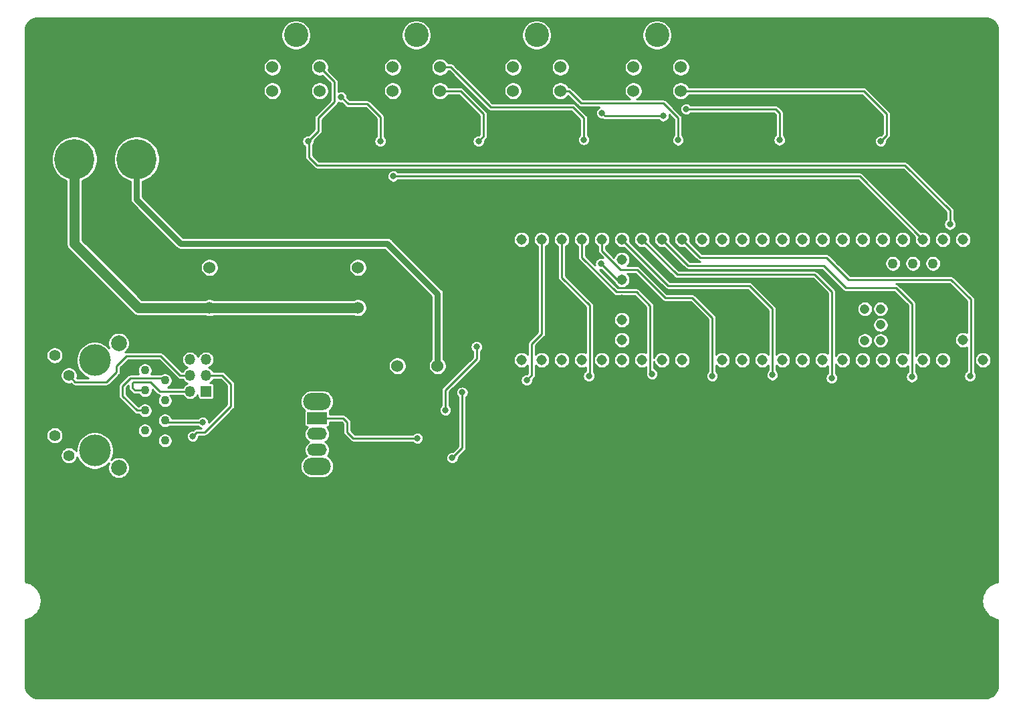
<source format=gbr>
%TF.GenerationSoftware,KiCad,Pcbnew,(5.1.10)-1*%
%TF.CreationDate,2021-12-04T20:09:58-06:00*%
%TF.ProjectId,GimbalBoard_Hardware,47696d62-616c-4426-9f61-72645f486172,rev?*%
%TF.SameCoordinates,Original*%
%TF.FileFunction,Copper,L2,Bot*%
%TF.FilePolarity,Positive*%
%FSLAX46Y46*%
G04 Gerber Fmt 4.6, Leading zero omitted, Abs format (unit mm)*
G04 Created by KiCad (PCBNEW (5.1.10)-1) date 2021-12-04 20:09:58*
%MOMM*%
%LPD*%
G01*
G04 APERTURE LIST*
%TA.AperFunction,ComponentPad*%
%ADD10C,1.308000*%
%TD*%
%TA.AperFunction,ComponentPad*%
%ADD11C,1.208000*%
%TD*%
%TA.AperFunction,ComponentPad*%
%ADD12C,1.258000*%
%TD*%
%TA.AperFunction,ComponentPad*%
%ADD13O,3.500000X2.200000*%
%TD*%
%TA.AperFunction,ComponentPad*%
%ADD14O,2.500000X1.500000*%
%TD*%
%TA.AperFunction,ComponentPad*%
%ADD15R,2.500000X1.500000*%
%TD*%
%TA.AperFunction,ComponentPad*%
%ADD16C,1.524000*%
%TD*%
%TA.AperFunction,ComponentPad*%
%ADD17C,3.073400*%
%TD*%
%TA.AperFunction,ComponentPad*%
%ADD18C,2.000000*%
%TD*%
%TA.AperFunction,ComponentPad*%
%ADD19C,1.400000*%
%TD*%
%TA.AperFunction,ComponentPad*%
%ADD20C,4.000000*%
%TD*%
%TA.AperFunction,ComponentPad*%
%ADD21C,1.100000*%
%TD*%
%TA.AperFunction,ComponentPad*%
%ADD22R,1.350000X1.350000*%
%TD*%
%TA.AperFunction,ComponentPad*%
%ADD23O,1.350000X1.350000*%
%TD*%
%TA.AperFunction,ComponentPad*%
%ADD24C,5.080000*%
%TD*%
%TA.AperFunction,ViaPad*%
%ADD25C,0.800000*%
%TD*%
%TA.AperFunction,Conductor*%
%ADD26C,1.270000*%
%TD*%
%TA.AperFunction,Conductor*%
%ADD27C,0.762000*%
%TD*%
%TA.AperFunction,Conductor*%
%ADD28C,0.254000*%
%TD*%
%TA.AperFunction,Conductor*%
%ADD29C,0.250000*%
%TD*%
%TA.AperFunction,Conductor*%
%ADD30C,0.100000*%
%TD*%
G04 APERTURE END LIST*
D10*
%TO.P,U5,GND1*%
%TO.N,GND*%
X146558000Y-62484000D03*
%TO.P,U5,VBAT*%
%TO.N,Net-(U5-PadVBAT)*%
X100838000Y-65024000D03*
%TO.P,U5,GND2*%
%TO.N,GND*%
X110998000Y-77724000D03*
D11*
%TO.P,U5,R-*%
%TO.N,N/C*%
X131588000Y-75274000D03*
%TO.P,U5,T+*%
%TO.N,Net-(U5-PadT+)*%
X131588000Y-71274000D03*
D10*
%TO.P,U5,ON/OFF*%
%TO.N,Net-(U5-PadON/OFF)*%
X100838000Y-75184000D03*
D11*
%TO.P,U5,R+*%
%TO.N,Net-(U5-PadR+)*%
X133588000Y-75274000D03*
D10*
%TO.P,U5,0*%
%TO.N,Net-(U5-Pad0)*%
X144018000Y-62484000D03*
%TO.P,U5,3.3V_3*%
%TO.N,/Buck Converters/+3.3VL*%
X100838000Y-67564000D03*
%TO.P,U5,VUSB*%
%TO.N,Net-(U5-PadVUSB)*%
X144018000Y-75184000D03*
%TO.P,U5,PROGRAM*%
%TO.N,Net-(U5-PadPROGRAM)*%
X100838000Y-72644000D03*
D11*
%TO.P,U5,GND5*%
%TO.N,GND*%
X131588000Y-73274000D03*
D10*
%TO.P,U5,GND4*%
X100838000Y-70104000D03*
%TO.P,U5,VIN*%
%TO.N,Net-(U5-PadVIN)*%
X146558000Y-77724000D03*
%TO.P,U5,9*%
%TO.N,Net-(U5-Pad9)*%
X121158000Y-62484000D03*
%TO.P,U5,31*%
%TO.N,/Switches/Servo_8_SW*%
X90678000Y-62484000D03*
%TO.P,U5,39*%
%TO.N,Net-(U5-Pad39)*%
X103378000Y-77724000D03*
%TO.P,U5,3*%
%TO.N,/Servo Connectors/Servo_3_PWM*%
X136398000Y-62484000D03*
%TO.P,U5,21*%
%TO.N,Net-(U5-Pad21)*%
X133858000Y-77724000D03*
%TO.P,U5,3.3V_2*%
%TO.N,/Buck Converters/+3.3VL*%
X141478000Y-77724000D03*
D12*
%TO.P,U5,5V*%
%TO.N,Net-(U5-Pad5V)*%
X140208000Y-65534000D03*
D10*
%TO.P,U5,1*%
%TO.N,/Servo Connectors/Servo_1_PWM*%
X141478000Y-62484000D03*
D12*
%TO.P,U5,D-*%
%TO.N,N/C*%
X137668000Y-65534000D03*
D10*
%TO.P,U5,15*%
%TO.N,Net-(U5-Pad15)*%
X118618000Y-77724000D03*
%TO.P,U5,GND3*%
%TO.N,GND*%
X144018000Y-77724000D03*
%TO.P,U5,35*%
%TO.N,Net-(U5-Pad35)*%
X93218000Y-77724000D03*
D11*
%TO.P,U5,LED*%
%TO.N,Net-(U5-PadLED)*%
X133588000Y-73274000D03*
D10*
%TO.P,U5,41*%
%TO.N,Net-(U5-Pad41)*%
X108458000Y-77724000D03*
%TO.P,U5,11*%
%TO.N,/Switches/Servo_Manual_Control_Right*%
X116078000Y-62484000D03*
D12*
%TO.P,U5,D+*%
%TO.N,Net-(U5-PadD+)*%
X135128000Y-65534000D03*
D10*
%TO.P,U5,19*%
%TO.N,Net-(U5-Pad19)*%
X128778000Y-77724000D03*
%TO.P,U5,20*%
%TO.N,Net-(U5-Pad20)*%
X131318000Y-77724000D03*
%TO.P,U5,28*%
%TO.N,/Switches/Servo_5_SW*%
X98298000Y-62484000D03*
%TO.P,U5,24*%
%TO.N,/Switches/Servo_1_SW*%
X108458000Y-62484000D03*
%TO.P,U5,32*%
%TO.N,Net-(U5-Pad32)*%
X88138000Y-62484000D03*
%TO.P,U5,29*%
%TO.N,/Switches/Servo_6_SW*%
X95758000Y-62484000D03*
%TO.P,U5,38*%
%TO.N,Net-(U5-Pad38)*%
X100838000Y-77724000D03*
%TO.P,U5,18*%
%TO.N,Net-(U5-Pad18)*%
X126238000Y-77724000D03*
%TO.P,U5,8*%
%TO.N,/Servo Connectors/Servo_8_PWM*%
X123698000Y-62484000D03*
D11*
%TO.P,U5,T-*%
%TO.N,N/C*%
X133588000Y-71274000D03*
D10*
%TO.P,U5,36*%
%TO.N,Net-(U5-Pad36)*%
X95758000Y-77724000D03*
%TO.P,U5,40*%
%TO.N,Net-(U5-Pad40)*%
X105918000Y-77724000D03*
%TO.P,U5,4*%
%TO.N,/Servo Connectors/Servo_4_PWM*%
X133858000Y-62484000D03*
D12*
%TO.P,U5,USB_GND1*%
%TO.N,GND*%
X132588000Y-65534000D03*
D10*
%TO.P,U5,6*%
%TO.N,/Servo Connectors/Servo_6_PWM*%
X128778000Y-62484000D03*
%TO.P,U5,10*%
%TO.N,Net-(U5-Pad10)*%
X118618000Y-62484000D03*
%TO.P,U5,12*%
%TO.N,/Switches/Servo_Manual_Control_Left*%
X113538000Y-62484000D03*
%TO.P,U5,34*%
%TO.N,Net-(U5-Pad34)*%
X90678000Y-77724000D03*
%TO.P,U5,27*%
%TO.N,/Switches/Servo_4_SW*%
X100838000Y-62484000D03*
%TO.P,U5,33*%
%TO.N,Net-(U5-Pad33)*%
X88138000Y-77724000D03*
D12*
%TO.P,U5,USB_GND2*%
%TO.N,GND*%
X130048000Y-65534000D03*
D10*
%TO.P,U5,14*%
%TO.N,Net-(U5-Pad14)*%
X116078000Y-77724000D03*
%TO.P,U5,17*%
%TO.N,Net-(U5-Pad17)*%
X123698000Y-77724000D03*
%TO.P,U5,5*%
%TO.N,/Servo Connectors/Servo_5_PWM*%
X131318000Y-62484000D03*
%TO.P,U5,7*%
%TO.N,/Servo Connectors/Servo_7_PWM*%
X126238000Y-62484000D03*
%TO.P,U5,22*%
%TO.N,Net-(U5-Pad22)*%
X136398000Y-77724000D03*
%TO.P,U5,25*%
%TO.N,/Switches/Servo_2_SW*%
X105918000Y-62484000D03*
%TO.P,U5,2*%
%TO.N,/Servo Connectors/Servo_2_PWM*%
X138938000Y-62484000D03*
%TO.P,U5,16*%
%TO.N,Net-(U5-Pad16)*%
X121158000Y-77724000D03*
%TO.P,U5,26*%
%TO.N,/Teensy/Servo_3_SW*%
X103378000Y-62484000D03*
%TO.P,U5,3.3V_1*%
%TO.N,/Buck Converters/+3.3VL*%
X110998000Y-62484000D03*
%TO.P,U5,13*%
%TO.N,Net-(U5-Pad13)*%
X113538000Y-77724000D03*
%TO.P,U5,30*%
%TO.N,/Switches/Servo_7_SW*%
X93218000Y-62484000D03*
%TO.P,U5,37*%
%TO.N,Net-(U5-Pad37)*%
X98298000Y-77724000D03*
%TO.P,U5,23*%
%TO.N,Net-(U5-Pad23)*%
X138938000Y-77724000D03*
%TD*%
D13*
%TO.P,SW9,*%
%TO.N,*%
X62230000Y-91190000D03*
X62230000Y-82990000D03*
D14*
%TO.P,SW9,3*%
%TO.N,/Switches/Servo_Manual_Control_Right*%
X62230000Y-89090000D03*
%TO.P,SW9,2*%
%TO.N,/Buck Converters/+3.3VL*%
X62230000Y-87090000D03*
D15*
%TO.P,SW9,1*%
%TO.N,/Switches/Servo_Manual_Control_Left*%
X62230000Y-85090000D03*
%TD*%
D16*
%TO.P,U1,3*%
%TO.N,/Buck Converters/+5VA*%
X48615600Y-66040000D03*
%TO.P,U1,2*%
%TO.N,GND*%
X48615600Y-68580000D03*
%TO.P,U1,1*%
%TO.N,/Buck Converters/Power_Input_Act*%
X48615600Y-71120000D03*
%TD*%
%TO.P,Conn13,6*%
%TO.N,/Servo Connectors/Servo_8_PWM*%
X77800200Y-43688000D03*
%TO.P,Conn13,3*%
%TO.N,/Servo Connectors/Servo_7_PWM*%
X77800200Y-40690800D03*
D17*
%TO.P,Conn13,*%
%TO.N,*%
X74803000Y-36626800D03*
D16*
%TO.P,Conn13,2*%
%TO.N,GND*%
X74803000Y-40690800D03*
%TO.P,Conn13,1*%
%TO.N,/Buck Converters/+5VA*%
X71805800Y-40690800D03*
%TO.P,Conn13,4*%
X71805800Y-43688000D03*
%TO.P,Conn13,5*%
%TO.N,GND*%
X74803000Y-43688000D03*
%TD*%
%TO.P,Conn12,6*%
%TO.N,/Servo Connectors/Servo_6_PWM*%
X93040200Y-43688000D03*
%TO.P,Conn12,3*%
%TO.N,/Servo Connectors/Servo_5_PWM*%
X93040200Y-40690800D03*
D17*
%TO.P,Conn12,*%
%TO.N,*%
X90043000Y-36626800D03*
D16*
%TO.P,Conn12,2*%
%TO.N,GND*%
X90043000Y-40690800D03*
%TO.P,Conn12,1*%
%TO.N,/Buck Converters/+5VA*%
X87045800Y-40690800D03*
%TO.P,Conn12,4*%
X87045800Y-43688000D03*
%TO.P,Conn12,5*%
%TO.N,GND*%
X90043000Y-43688000D03*
%TD*%
%TO.P,Conn11,5*%
%TO.N,GND*%
X105283000Y-43688000D03*
%TO.P,Conn11,4*%
%TO.N,/Buck Converters/+5VA*%
X102285800Y-43688000D03*
%TO.P,Conn11,1*%
X102285800Y-40690800D03*
%TO.P,Conn11,2*%
%TO.N,GND*%
X105283000Y-40690800D03*
D17*
%TO.P,Conn11,*%
%TO.N,*%
X105283000Y-36626800D03*
D16*
%TO.P,Conn11,3*%
%TO.N,/Servo Connectors/Servo_3_PWM*%
X108280200Y-40690800D03*
%TO.P,Conn11,6*%
%TO.N,/Servo Connectors/Servo_4_PWM*%
X108280200Y-43688000D03*
%TD*%
%TO.P,Conn10,6*%
%TO.N,/Servo Connectors/Servo_2_PWM*%
X62560200Y-43688000D03*
%TO.P,Conn10,3*%
%TO.N,/Servo Connectors/Servo_1_PWM*%
X62560200Y-40690800D03*
D17*
%TO.P,Conn10,*%
%TO.N,*%
X59563000Y-36626800D03*
D16*
%TO.P,Conn10,2*%
%TO.N,GND*%
X59563000Y-40690800D03*
%TO.P,Conn10,1*%
%TO.N,/Buck Converters/+5VA*%
X56565800Y-40690800D03*
%TO.P,Conn10,4*%
X56565800Y-43688000D03*
%TO.P,Conn10,5*%
%TO.N,GND*%
X59563000Y-43688000D03*
%TD*%
D18*
%TO.P,J2,16*%
%TO.N,N/C*%
X37132000Y-91366800D03*
%TO.P,J2,15*%
X37132000Y-75616800D03*
D19*
%TO.P,J2,9*%
%TO.N,Net-(C5-Pad2)*%
X29002000Y-77166800D03*
%TO.P,J2,12*%
%TO.N,Net-(J2-Pad12)*%
X30792000Y-89816800D03*
%TO.P,J2,10*%
%TO.N,Net-(J1-Pad4)*%
X30792000Y-79706800D03*
%TO.P,J2,11*%
%TO.N,Net-(J2-Pad11)*%
X29002000Y-87276800D03*
D20*
%TO.P,J2,13*%
%TO.N,N/C*%
X34082000Y-77776800D03*
%TO.P,J2,14*%
X34082000Y-89206800D03*
D21*
%TO.P,J2,1*%
%TO.N,Net-(J1-Pad1)*%
X40432000Y-79046800D03*
%TO.P,J2,3*%
%TO.N,Net-(J1-Pad2)*%
X40432000Y-81586800D03*
%TO.P,J2,5*%
%TO.N,Net-(C5-Pad1)*%
X40432000Y-84126800D03*
%TO.P,J2,7*%
%TO.N,Net-(J2-Pad7)*%
X40432000Y-86666800D03*
%TO.P,J2,2*%
%TO.N,Net-(C5-Pad1)*%
X42972000Y-80316800D03*
%TO.P,J2,4*%
%TO.N,Net-(J1-Pad6)*%
X42972000Y-82856800D03*
%TO.P,J2,6*%
%TO.N,Net-(J1-Pad5)*%
X42972000Y-85396800D03*
%TO.P,J2,8*%
%TO.N,Net-(C5-Pad2)*%
X42972000Y-87936800D03*
%TD*%
D22*
%TO.P,J1,1*%
%TO.N,Net-(J1-Pad1)*%
X48158400Y-81686400D03*
D23*
%TO.P,J1,2*%
%TO.N,Net-(J1-Pad2)*%
X46158400Y-81686400D03*
%TO.P,J1,3*%
%TO.N,Net-(C5-Pad2)*%
X48158400Y-79686400D03*
%TO.P,J1,4*%
%TO.N,Net-(J1-Pad4)*%
X46158400Y-79686400D03*
%TO.P,J1,5*%
%TO.N,Net-(J1-Pad5)*%
X48158400Y-77686400D03*
%TO.P,J1,6*%
%TO.N,Net-(J1-Pad6)*%
X46158400Y-77686400D03*
%TD*%
D16*
%TO.P,U3,3*%
%TO.N,/Buck Converters/+3.3VL*%
X72390000Y-78486000D03*
%TO.P,U3,2*%
%TO.N,GND*%
X74930000Y-78486000D03*
%TO.P,U3,1*%
%TO.N,/Buck Converters/Power_Input_Log*%
X77470000Y-78486000D03*
%TD*%
%TO.P,U2,3*%
%TO.N,/Buck Converters/+5VA*%
X67411600Y-66040000D03*
%TO.P,U2,2*%
%TO.N,GND*%
X67411600Y-68580000D03*
%TO.P,U2,1*%
%TO.N,/Buck Converters/Power_Input_Act*%
X67411600Y-71120000D03*
%TD*%
D24*
%TO.P,Conn9,3*%
%TO.N,/Buck Converters/Power_Input_Act*%
X31496000Y-52324000D03*
%TO.P,Conn9,2*%
%TO.N,/Buck Converters/Power_Input_Log*%
X39370000Y-52324000D03*
%TO.P,Conn9,1*%
%TO.N,GND*%
X47244000Y-52324000D03*
%TD*%
D25*
%TO.N,GND*%
X79603600Y-62585600D03*
X71628000Y-66192400D03*
X76708000Y-63601600D03*
X50038000Y-60452000D03*
X113919000Y-56896000D03*
X121031000Y-57023000D03*
X109093000Y-58293000D03*
X99568000Y-58547000D03*
X90297000Y-58801000D03*
X127127000Y-56896000D03*
X132461000Y-58547000D03*
X136652000Y-56261000D03*
%TO.N,/Buck Converters/+3.3VL*%
X98171000Y-65532000D03*
%TO.N,/Servo Connectors/Servo_1_PWM*%
X61087000Y-50038000D03*
X142367000Y-60579000D03*
%TO.N,/Servo Connectors/Servo_2_PWM*%
X70231000Y-50038000D03*
X65278000Y-44450000D03*
X71882000Y-54483000D03*
%TO.N,/Servo Connectors/Servo_4_PWM*%
X133604000Y-50038000D03*
%TO.N,/Servo Connectors/Servo_5_PWM*%
X120777000Y-49911000D03*
X108966000Y-45974000D03*
X106045000Y-46863000D03*
X98298000Y-46482000D03*
%TO.N,/Servo Connectors/Servo_6_PWM*%
X107950000Y-49911000D03*
%TO.N,/Servo Connectors/Servo_7_PWM*%
X96012000Y-49852500D03*
%TO.N,/Servo Connectors/Servo_8_PWM*%
X82677000Y-50038000D03*
%TO.N,/Switches/Servo_1_SW*%
X144907000Y-79756000D03*
%TO.N,/Switches/Servo_2_SW*%
X137541000Y-79883000D03*
%TO.N,/Teensy/Servo_3_SW*%
X127381000Y-80010000D03*
%TO.N,/Switches/Servo_4_SW*%
X119888000Y-79629000D03*
%TO.N,/Switches/Servo_5_SW*%
X112268000Y-79756000D03*
%TO.N,/Switches/Servo_6_SW*%
X104648000Y-79502000D03*
%TO.N,/Switches/Servo_7_SW*%
X96647000Y-79756000D03*
%TO.N,/Switches/Servo_8_SW*%
X88773000Y-80264000D03*
%TO.N,/Switches/Servo_Manual_Control_Left*%
X78486000Y-84074000D03*
X74930000Y-87630000D03*
X82423000Y-76072998D03*
%TO.N,/Switches/Servo_Manual_Control_Right*%
X80619600Y-81838800D03*
X79349600Y-90119200D03*
%TO.N,Net-(C5-Pad2)*%
X46482000Y-87376000D03*
%TO.N,Net-(J1-Pad5)*%
X47752000Y-85598000D03*
%TD*%
D26*
%TO.N,/Buck Converters/Power_Input_Act*%
X48615600Y-71120000D02*
X67411600Y-71120000D01*
X31496000Y-52324000D02*
X31496000Y-62992000D01*
X39624000Y-71120000D02*
X48615600Y-71120000D01*
X31496000Y-62992000D02*
X39624000Y-71120000D01*
D27*
%TO.N,/Buck Converters/Power_Input_Log*%
X77470000Y-69342000D02*
X77470000Y-78486000D01*
X71120000Y-62992000D02*
X77470000Y-69342000D01*
X44958000Y-62992000D02*
X71120000Y-62992000D01*
X39370000Y-57404000D02*
X44958000Y-62992000D01*
X39370000Y-52324000D02*
X39370000Y-57404000D01*
D28*
%TO.N,/Buck Converters/+3.3VL*%
X100203000Y-67564000D02*
X100838000Y-67564000D01*
X98171000Y-65532000D02*
X100203000Y-67564000D01*
%TO.N,/Servo Connectors/Servo_1_PWM*%
X61087000Y-50038000D02*
X62357000Y-48768000D01*
X62357000Y-48768000D02*
X62357000Y-47117000D01*
X62357000Y-47117000D02*
X64389000Y-45085000D01*
X64389000Y-42519600D02*
X62560200Y-40690800D01*
X64389000Y-45085000D02*
X64389000Y-42519600D01*
X142367000Y-60579000D02*
X142367000Y-58801000D01*
X142367000Y-58801000D02*
X136652000Y-53086000D01*
X62230000Y-53086000D02*
X61214000Y-52070000D01*
X136652000Y-53086000D02*
X62230000Y-53086000D01*
X61214000Y-50165000D02*
X61087000Y-50038000D01*
X61214000Y-52070000D02*
X61214000Y-50165000D01*
%TO.N,/Servo Connectors/Servo_2_PWM*%
X70231000Y-50038000D02*
X70231000Y-47371000D01*
X70231000Y-47371000D02*
X70231000Y-46990000D01*
X70231000Y-46990000D02*
X68580000Y-45339000D01*
X66167000Y-45339000D02*
X65278000Y-44450000D01*
X68580000Y-45339000D02*
X66167000Y-45339000D01*
X130937000Y-54483000D02*
X71882000Y-54483000D01*
X138938000Y-62484000D02*
X130937000Y-54483000D01*
%TO.N,/Servo Connectors/Servo_4_PWM*%
X133604000Y-50038000D02*
X134366000Y-49276000D01*
X134366000Y-49276000D02*
X134366000Y-46609000D01*
X131445000Y-43688000D02*
X108280200Y-43688000D01*
X134366000Y-46609000D02*
X131445000Y-43688000D01*
%TO.N,/Servo Connectors/Servo_5_PWM*%
X120777000Y-49911000D02*
X120777000Y-47117000D01*
X120777000Y-47117000D02*
X120777000Y-46482000D01*
X120269000Y-45974000D02*
X108966000Y-45974000D01*
X120777000Y-46482000D02*
X120269000Y-45974000D01*
X98679000Y-46863000D02*
X98298000Y-46482000D01*
X106045000Y-46863000D02*
X98679000Y-46863000D01*
%TO.N,/Servo Connectors/Servo_6_PWM*%
X94107000Y-43688000D02*
X93040200Y-43688000D01*
X95684991Y-45265991D02*
X94107000Y-43688000D01*
X106098991Y-45265991D02*
X95684991Y-45265991D01*
X107950000Y-47117000D02*
X106098991Y-45265991D01*
X107950000Y-49911000D02*
X107950000Y-47117000D01*
%TO.N,/Servo Connectors/Servo_7_PWM*%
X79171800Y-40690800D02*
X77800200Y-40690800D01*
X84201000Y-45720000D02*
X79171800Y-40690800D01*
X94615000Y-45720000D02*
X84201000Y-45720000D01*
X96012000Y-47117000D02*
X94615000Y-45720000D01*
X96012000Y-49852500D02*
X96012000Y-47117000D01*
%TO.N,/Servo Connectors/Servo_8_PWM*%
X82677000Y-50038000D02*
X83312000Y-49403000D01*
X83312000Y-49403000D02*
X83312000Y-46609000D01*
X80391000Y-43688000D02*
X77800200Y-43688000D01*
X83312000Y-46609000D02*
X80391000Y-43688000D01*
%TO.N,/Switches/Servo_1_SW*%
X108458000Y-62484000D02*
X110744000Y-64770000D01*
X110744000Y-64770000D02*
X126746000Y-64770000D01*
X126746000Y-64770000D02*
X129540000Y-67564000D01*
X129540000Y-67564000D02*
X142494000Y-67564000D01*
X144999001Y-79663999D02*
X144907000Y-79756000D01*
X144999001Y-70069001D02*
X144999001Y-79663999D01*
X142494000Y-67564000D02*
X144999001Y-70069001D01*
%TO.N,/Switches/Servo_2_SW*%
X105918000Y-62484000D02*
X109220000Y-65786000D01*
X109220000Y-65786000D02*
X126365000Y-65786000D01*
X126365000Y-65786000D02*
X129159000Y-68580000D01*
X129159000Y-68580000D02*
X135509000Y-68580000D01*
X137541000Y-70612000D02*
X137541000Y-79883000D01*
X135509000Y-68580000D02*
X137541000Y-70612000D01*
%TO.N,/Teensy/Servo_3_SW*%
X103378000Y-62484000D02*
X107823000Y-66929000D01*
X107823000Y-66929000D02*
X125222000Y-66929000D01*
X127381000Y-69088000D02*
X127381000Y-80010000D01*
X125222000Y-66929000D02*
X127381000Y-69088000D01*
%TO.N,/Switches/Servo_4_SW*%
X100838000Y-62484000D02*
X106680000Y-68326000D01*
X106680000Y-68326000D02*
X116967000Y-68326000D01*
X119888000Y-71247000D02*
X119888000Y-79629000D01*
X116967000Y-68326000D02*
X119888000Y-71247000D01*
%TO.N,/Switches/Servo_5_SW*%
X98298000Y-63935882D02*
X100656118Y-66294000D01*
X98298000Y-62484000D02*
X98298000Y-63935882D01*
X100656118Y-66294000D02*
X102743000Y-66294000D01*
X102743000Y-66294000D02*
X106299000Y-69850000D01*
X106299000Y-69850000D02*
X109728000Y-69850000D01*
X112268000Y-72390000D02*
X112268000Y-79756000D01*
X109728000Y-69850000D02*
X112268000Y-72390000D01*
%TO.N,/Switches/Servo_6_SW*%
X95758000Y-62484000D02*
X95758000Y-64770000D01*
X100110999Y-69122999D02*
X102650999Y-69122999D01*
X95758000Y-64770000D02*
X100110999Y-69122999D01*
X102650999Y-69122999D02*
X104394000Y-70866000D01*
X104394000Y-79248000D02*
X104648000Y-79502000D01*
X104394000Y-70866000D02*
X104394000Y-79248000D01*
%TO.N,/Switches/Servo_7_SW*%
X93218000Y-62484000D02*
X93218000Y-67310000D01*
X96739001Y-79663999D02*
X96647000Y-79756000D01*
X96739001Y-70831001D02*
X96739001Y-79663999D01*
X93218000Y-67310000D02*
X96739001Y-70831001D01*
%TO.N,/Switches/Servo_8_SW*%
X90678000Y-62484000D02*
X90678000Y-74422000D01*
X90678000Y-74422000D02*
X89408000Y-75692000D01*
X89408000Y-79629000D02*
X88773000Y-80264000D01*
X89408000Y-75692000D02*
X89408000Y-79629000D01*
D29*
%TO.N,/Switches/Servo_Manual_Control_Left*%
X66040000Y-85598000D02*
X65532000Y-85090000D01*
X66040000Y-86868000D02*
X66040000Y-85598000D01*
X65532000Y-85090000D02*
X62230000Y-85090000D01*
X66802000Y-87630000D02*
X66040000Y-86868000D01*
X74930000Y-87630000D02*
X66802000Y-87630000D01*
D28*
X82423000Y-77597000D02*
X82423000Y-76072998D01*
X78486000Y-81534000D02*
X82423000Y-77597000D01*
X78486000Y-84074000D02*
X78486000Y-81534000D01*
%TO.N,/Switches/Servo_Manual_Control_Right*%
X80619600Y-81838800D02*
X80619600Y-86715600D01*
X80619600Y-88849200D02*
X79349600Y-90119200D01*
X80619600Y-86715600D02*
X80619600Y-88849200D01*
%TO.N,Net-(C5-Pad2)*%
X48158400Y-79686400D02*
X50222400Y-79686400D01*
X50222400Y-79686400D02*
X51308000Y-80772000D01*
X51308000Y-80772000D02*
X51308000Y-83566000D01*
X51308000Y-83566000D02*
X48006000Y-86868000D01*
X46990000Y-86868000D02*
X46482000Y-87376000D01*
X48006000Y-86868000D02*
X46990000Y-86868000D01*
%TO.N,Net-(C5-Pad1)*%
X39422800Y-84126800D02*
X40432000Y-84126800D01*
X37592000Y-82296000D02*
X39422800Y-84126800D01*
X37592000Y-81026000D02*
X37592000Y-82296000D01*
X38554010Y-80063990D02*
X37592000Y-81026000D01*
X42719190Y-80063990D02*
X38554010Y-80063990D01*
X42972000Y-80316800D02*
X42719190Y-80063990D01*
%TO.N,Net-(J1-Pad5)*%
X43173200Y-85598000D02*
X42972000Y-85396800D01*
X47752000Y-85598000D02*
X43173200Y-85598000D01*
%TO.N,Net-(J1-Pad4)*%
X35560000Y-80518000D02*
X31603200Y-80518000D01*
X36830000Y-79248000D02*
X35560000Y-80518000D01*
X36830000Y-78486000D02*
X36830000Y-79248000D01*
X38100000Y-77216000D02*
X36830000Y-78486000D01*
X42418000Y-77216000D02*
X38100000Y-77216000D01*
X44888400Y-79686400D02*
X42418000Y-77216000D01*
X31603200Y-80518000D02*
X30792000Y-79706800D01*
X46158400Y-79686400D02*
X44888400Y-79686400D01*
%TO.N,Net-(J1-Pad2)*%
X40531600Y-81686400D02*
X40432000Y-81586800D01*
X42316400Y-81686400D02*
X46158400Y-81686400D01*
X41148000Y-80518000D02*
X42316400Y-81686400D01*
X38862000Y-80645000D02*
X38989000Y-80518000D01*
X38989000Y-80518000D02*
X41148000Y-80518000D01*
X38862000Y-81280000D02*
X38862000Y-80645000D01*
X39168800Y-81586800D02*
X38862000Y-81280000D01*
X40432000Y-81586800D02*
X39168800Y-81586800D01*
%TD*%
%TO.N,GND*%
X147127444Y-34474876D02*
X147430878Y-34566488D01*
X147710734Y-34715290D01*
X147956363Y-34915620D01*
X148158402Y-35159843D01*
X148309155Y-35438654D01*
X148402882Y-35741439D01*
X148438000Y-36075568D01*
X148438001Y-46716050D01*
X148438000Y-46716060D01*
X148438001Y-105806009D01*
X148376267Y-105812934D01*
X148340209Y-105820598D01*
X148304177Y-105827733D01*
X148298771Y-105829406D01*
X148298761Y-105829408D01*
X148298752Y-105829412D01*
X147920748Y-105949322D01*
X147886926Y-105963818D01*
X147852906Y-105977840D01*
X147847923Y-105980534D01*
X147847918Y-105980536D01*
X147847914Y-105980539D01*
X147500395Y-106171588D01*
X147470014Y-106192390D01*
X147439383Y-106212742D01*
X147435015Y-106216355D01*
X147131220Y-106471270D01*
X147105461Y-106497575D01*
X147079364Y-106523490D01*
X147075786Y-106527877D01*
X147075780Y-106527883D01*
X147075776Y-106527890D01*
X146827284Y-106836951D01*
X146807131Y-106867748D01*
X146786558Y-106898248D01*
X146783897Y-106903253D01*
X146600164Y-107254700D01*
X146586385Y-107288803D01*
X146572119Y-107322742D01*
X146570480Y-107328169D01*
X146458510Y-107708611D01*
X146451611Y-107744780D01*
X146444216Y-107780803D01*
X146443663Y-107786445D01*
X146407721Y-108181390D01*
X146407978Y-108218186D01*
X146407721Y-108254982D01*
X146408274Y-108260624D01*
X146449727Y-108655028D01*
X146457129Y-108691087D01*
X146464022Y-108727220D01*
X146465660Y-108732647D01*
X146582931Y-109111490D01*
X146597218Y-109145478D01*
X146610976Y-109179530D01*
X146613632Y-109184527D01*
X146613636Y-109184536D01*
X146613641Y-109184543D01*
X146802259Y-109533384D01*
X146822836Y-109563890D01*
X146842984Y-109594680D01*
X146846567Y-109599074D01*
X147099354Y-109904642D01*
X147125471Y-109930577D01*
X147151211Y-109956862D01*
X147155579Y-109960476D01*
X147462904Y-110211124D01*
X147493580Y-110231505D01*
X147523916Y-110252276D01*
X147528902Y-110254973D01*
X147879059Y-110441154D01*
X147913087Y-110455180D01*
X147946903Y-110469673D01*
X147952314Y-110471349D01*
X147952320Y-110471351D01*
X148331969Y-110585973D01*
X148368101Y-110593127D01*
X148404059Y-110600770D01*
X148409688Y-110601362D01*
X148409698Y-110601364D01*
X148409707Y-110601364D01*
X148438000Y-110604138D01*
X148438001Y-118852136D01*
X148405124Y-119187444D01*
X148313512Y-119490880D01*
X148164706Y-119770740D01*
X147964379Y-120016365D01*
X147720158Y-120218401D01*
X147441345Y-120369155D01*
X147138562Y-120462882D01*
X146804432Y-120498000D01*
X26943854Y-120498000D01*
X26608556Y-120465124D01*
X26305120Y-120373512D01*
X26025260Y-120224706D01*
X25779635Y-120024379D01*
X25577599Y-119780158D01*
X25426845Y-119501345D01*
X25333118Y-119198562D01*
X25298000Y-118864432D01*
X25298000Y-110601990D01*
X25359733Y-110595066D01*
X25395777Y-110587405D01*
X25431824Y-110580267D01*
X25437231Y-110578594D01*
X25437238Y-110578592D01*
X25437244Y-110578589D01*
X25815253Y-110458678D01*
X25849086Y-110444177D01*
X25883095Y-110430160D01*
X25888078Y-110427466D01*
X25888083Y-110427464D01*
X25888087Y-110427461D01*
X26235605Y-110236412D01*
X26266002Y-110215599D01*
X26296617Y-110195258D01*
X26300985Y-110191645D01*
X26604780Y-109936729D01*
X26630537Y-109910428D01*
X26656636Y-109884510D01*
X26660214Y-109880123D01*
X26660220Y-109880117D01*
X26660224Y-109880110D01*
X26908716Y-109571049D01*
X26928876Y-109540241D01*
X26949441Y-109509752D01*
X26952103Y-109504747D01*
X27135836Y-109153300D01*
X27149609Y-109119210D01*
X27163881Y-109085259D01*
X27165520Y-109079831D01*
X27277489Y-108699390D01*
X27284382Y-108663256D01*
X27291784Y-108627197D01*
X27292337Y-108621555D01*
X27328279Y-108226610D01*
X27328022Y-108189814D01*
X27328279Y-108153018D01*
X27327726Y-108147376D01*
X27286273Y-107752972D01*
X27278868Y-107716900D01*
X27271978Y-107680780D01*
X27270340Y-107675353D01*
X27153069Y-107296511D01*
X27138792Y-107262548D01*
X27125024Y-107228470D01*
X27122363Y-107223464D01*
X26933741Y-106874616D01*
X26913164Y-106844110D01*
X26893016Y-106813320D01*
X26889433Y-106808927D01*
X26889432Y-106808925D01*
X26889428Y-106808921D01*
X26636646Y-106503358D01*
X26610494Y-106477388D01*
X26584789Y-106451139D01*
X26580427Y-106447530D01*
X26580422Y-106447525D01*
X26580417Y-106447521D01*
X26273096Y-106196876D01*
X26242389Y-106176474D01*
X26212084Y-106155724D01*
X26207102Y-106153030D01*
X26207098Y-106153027D01*
X26207094Y-106153025D01*
X25856941Y-105966845D01*
X25822892Y-105952811D01*
X25789097Y-105938327D01*
X25783682Y-105936650D01*
X25404031Y-105822027D01*
X25367899Y-105814873D01*
X25331941Y-105807230D01*
X25326312Y-105806638D01*
X25326302Y-105806636D01*
X25326293Y-105806636D01*
X25298000Y-105803862D01*
X25298000Y-89710331D01*
X29711000Y-89710331D01*
X29711000Y-89923269D01*
X29752543Y-90132116D01*
X29834031Y-90328845D01*
X29952333Y-90505897D01*
X30102903Y-90656467D01*
X30279955Y-90774769D01*
X30476684Y-90856257D01*
X30685531Y-90897800D01*
X30898469Y-90897800D01*
X31107316Y-90856257D01*
X31304045Y-90774769D01*
X31481097Y-90656467D01*
X31631667Y-90505897D01*
X31749969Y-90328845D01*
X31831457Y-90132116D01*
X31849834Y-90039729D01*
X31971985Y-90334627D01*
X32232556Y-90724599D01*
X32564201Y-91056244D01*
X32954173Y-91316815D01*
X33387488Y-91496300D01*
X33847492Y-91587800D01*
X34316508Y-91587800D01*
X34776512Y-91496300D01*
X35209827Y-91316815D01*
X35599799Y-91056244D01*
X35883271Y-90772772D01*
X35804071Y-90963977D01*
X35751000Y-91230783D01*
X35751000Y-91502817D01*
X35804071Y-91769623D01*
X35908174Y-92020949D01*
X36059307Y-92247136D01*
X36251664Y-92439493D01*
X36477851Y-92590626D01*
X36729177Y-92694729D01*
X36995983Y-92747800D01*
X37268017Y-92747800D01*
X37534823Y-92694729D01*
X37786149Y-92590626D01*
X38012336Y-92439493D01*
X38204693Y-92247136D01*
X38355826Y-92020949D01*
X38459929Y-91769623D01*
X38513000Y-91502817D01*
X38513000Y-91230783D01*
X38459929Y-90963977D01*
X38355826Y-90712651D01*
X38204693Y-90486464D01*
X38012336Y-90294107D01*
X37786149Y-90142974D01*
X37534823Y-90038871D01*
X37268017Y-89985800D01*
X36995983Y-89985800D01*
X36729177Y-90038871D01*
X36477851Y-90142974D01*
X36251664Y-90294107D01*
X36153495Y-90392276D01*
X36192015Y-90334627D01*
X36371500Y-89901312D01*
X36463000Y-89441308D01*
X36463000Y-88972292D01*
X36371500Y-88512288D01*
X36192015Y-88078973D01*
X36035749Y-87845104D01*
X42041000Y-87845104D01*
X42041000Y-88028496D01*
X42076778Y-88208363D01*
X42146958Y-88377794D01*
X42248845Y-88530278D01*
X42378522Y-88659955D01*
X42531006Y-88761842D01*
X42700437Y-88832022D01*
X42880304Y-88867800D01*
X43063696Y-88867800D01*
X43243563Y-88832022D01*
X43412994Y-88761842D01*
X43565478Y-88659955D01*
X43695155Y-88530278D01*
X43797042Y-88377794D01*
X43867222Y-88208363D01*
X43903000Y-88028496D01*
X43903000Y-87845104D01*
X43867222Y-87665237D01*
X43797042Y-87495806D01*
X43695155Y-87343322D01*
X43565478Y-87213645D01*
X43412994Y-87111758D01*
X43243563Y-87041578D01*
X43063696Y-87005800D01*
X42880304Y-87005800D01*
X42700437Y-87041578D01*
X42531006Y-87111758D01*
X42378522Y-87213645D01*
X42248845Y-87343322D01*
X42146958Y-87495806D01*
X42076778Y-87665237D01*
X42041000Y-87845104D01*
X36035749Y-87845104D01*
X35931444Y-87689001D01*
X35599799Y-87357356D01*
X35209827Y-87096785D01*
X34776512Y-86917300D01*
X34316508Y-86825800D01*
X33847492Y-86825800D01*
X33387488Y-86917300D01*
X32954173Y-87096785D01*
X32564201Y-87357356D01*
X32232556Y-87689001D01*
X31971985Y-88078973D01*
X31792500Y-88512288D01*
X31701000Y-88972292D01*
X31701000Y-89231467D01*
X31631667Y-89127703D01*
X31481097Y-88977133D01*
X31304045Y-88858831D01*
X31107316Y-88777343D01*
X30898469Y-88735800D01*
X30685531Y-88735800D01*
X30476684Y-88777343D01*
X30279955Y-88858831D01*
X30102903Y-88977133D01*
X29952333Y-89127703D01*
X29834031Y-89304755D01*
X29752543Y-89501484D01*
X29711000Y-89710331D01*
X25298000Y-89710331D01*
X25298000Y-87170331D01*
X27921000Y-87170331D01*
X27921000Y-87383269D01*
X27962543Y-87592116D01*
X28044031Y-87788845D01*
X28162333Y-87965897D01*
X28312903Y-88116467D01*
X28489955Y-88234769D01*
X28686684Y-88316257D01*
X28895531Y-88357800D01*
X29108469Y-88357800D01*
X29317316Y-88316257D01*
X29514045Y-88234769D01*
X29691097Y-88116467D01*
X29841667Y-87965897D01*
X29959969Y-87788845D01*
X30041457Y-87592116D01*
X30083000Y-87383269D01*
X30083000Y-87170331D01*
X30041457Y-86961484D01*
X29959969Y-86764755D01*
X29841667Y-86587703D01*
X29829068Y-86575104D01*
X39501000Y-86575104D01*
X39501000Y-86758496D01*
X39536778Y-86938363D01*
X39606958Y-87107794D01*
X39708845Y-87260278D01*
X39838522Y-87389955D01*
X39991006Y-87491842D01*
X40160437Y-87562022D01*
X40340304Y-87597800D01*
X40523696Y-87597800D01*
X40703563Y-87562022D01*
X40872994Y-87491842D01*
X41025478Y-87389955D01*
X41155155Y-87260278D01*
X41257042Y-87107794D01*
X41327222Y-86938363D01*
X41363000Y-86758496D01*
X41363000Y-86575104D01*
X41327222Y-86395237D01*
X41257042Y-86225806D01*
X41155155Y-86073322D01*
X41025478Y-85943645D01*
X40872994Y-85841758D01*
X40703563Y-85771578D01*
X40523696Y-85735800D01*
X40340304Y-85735800D01*
X40160437Y-85771578D01*
X39991006Y-85841758D01*
X39838522Y-85943645D01*
X39708845Y-86073322D01*
X39606958Y-86225806D01*
X39536778Y-86395237D01*
X39501000Y-86575104D01*
X29829068Y-86575104D01*
X29691097Y-86437133D01*
X29514045Y-86318831D01*
X29317316Y-86237343D01*
X29108469Y-86195800D01*
X28895531Y-86195800D01*
X28686684Y-86237343D01*
X28489955Y-86318831D01*
X28312903Y-86437133D01*
X28162333Y-86587703D01*
X28044031Y-86764755D01*
X27962543Y-86961484D01*
X27921000Y-87170331D01*
X25298000Y-87170331D01*
X25298000Y-79600331D01*
X29711000Y-79600331D01*
X29711000Y-79813269D01*
X29752543Y-80022116D01*
X29834031Y-80218845D01*
X29952333Y-80395897D01*
X30102903Y-80546467D01*
X30279955Y-80664769D01*
X30476684Y-80746257D01*
X30685531Y-80787800D01*
X30898469Y-80787800D01*
X31107316Y-80746257D01*
X31111361Y-80744582D01*
X31226350Y-80859570D01*
X31242252Y-80878948D01*
X31261629Y-80894850D01*
X31319604Y-80942429D01*
X31366215Y-80967343D01*
X31407857Y-80989601D01*
X31503615Y-81018649D01*
X31578253Y-81026000D01*
X31578255Y-81026000D01*
X31603199Y-81028457D01*
X31628143Y-81026000D01*
X35535056Y-81026000D01*
X35560000Y-81028457D01*
X35584944Y-81026000D01*
X35584947Y-81026000D01*
X35659585Y-81018649D01*
X35755343Y-80989601D01*
X35843595Y-80942429D01*
X35920948Y-80878948D01*
X35936855Y-80859565D01*
X37171571Y-79624850D01*
X37190948Y-79608948D01*
X37227495Y-79564415D01*
X37254429Y-79531596D01*
X37301600Y-79443345D01*
X37301601Y-79443343D01*
X37330649Y-79347585D01*
X37338000Y-79272947D01*
X37338000Y-79272945D01*
X37340457Y-79248001D01*
X37338000Y-79223057D01*
X37338000Y-78696420D01*
X38310421Y-77724000D01*
X42207580Y-77724000D01*
X44511549Y-80027970D01*
X44527452Y-80047348D01*
X44546829Y-80063250D01*
X44604804Y-80110829D01*
X44691283Y-80157053D01*
X44693057Y-80158001D01*
X44788815Y-80187049D01*
X44863453Y-80194400D01*
X44863455Y-80194400D01*
X44888399Y-80196857D01*
X44913343Y-80194400D01*
X45227794Y-80194400D01*
X45338151Y-80359561D01*
X45485239Y-80506649D01*
X45658196Y-80622215D01*
X45813151Y-80686400D01*
X45658196Y-80750585D01*
X45485239Y-80866151D01*
X45338151Y-81013239D01*
X45227794Y-81178400D01*
X43324734Y-81178400D01*
X43412994Y-81141842D01*
X43565478Y-81039955D01*
X43695155Y-80910278D01*
X43797042Y-80757794D01*
X43867222Y-80588363D01*
X43903000Y-80408496D01*
X43903000Y-80225104D01*
X43867222Y-80045237D01*
X43797042Y-79875806D01*
X43695155Y-79723322D01*
X43565478Y-79593645D01*
X43412994Y-79491758D01*
X43243563Y-79421578D01*
X43063696Y-79385800D01*
X42880304Y-79385800D01*
X42700437Y-79421578D01*
X42531006Y-79491758D01*
X42434876Y-79555990D01*
X41211475Y-79555990D01*
X41257042Y-79487794D01*
X41327222Y-79318363D01*
X41363000Y-79138496D01*
X41363000Y-78955104D01*
X41327222Y-78775237D01*
X41257042Y-78605806D01*
X41155155Y-78453322D01*
X41025478Y-78323645D01*
X40872994Y-78221758D01*
X40703563Y-78151578D01*
X40523696Y-78115800D01*
X40340304Y-78115800D01*
X40160437Y-78151578D01*
X39991006Y-78221758D01*
X39838522Y-78323645D01*
X39708845Y-78453322D01*
X39606958Y-78605806D01*
X39536778Y-78775237D01*
X39501000Y-78955104D01*
X39501000Y-79138496D01*
X39536778Y-79318363D01*
X39606958Y-79487794D01*
X39652525Y-79555990D01*
X38578954Y-79555990D01*
X38554010Y-79553533D01*
X38529066Y-79555990D01*
X38529063Y-79555990D01*
X38454425Y-79563341D01*
X38358667Y-79592389D01*
X38270415Y-79639561D01*
X38193062Y-79703042D01*
X38177155Y-79722425D01*
X37250435Y-80649145D01*
X37231052Y-80665052D01*
X37167571Y-80742405D01*
X37120399Y-80830658D01*
X37091351Y-80926416D01*
X37085128Y-80989600D01*
X37081543Y-81026000D01*
X37084000Y-81050945D01*
X37084001Y-82271046D01*
X37081543Y-82296000D01*
X37085548Y-82336659D01*
X37091352Y-82395585D01*
X37120400Y-82491343D01*
X37167571Y-82579595D01*
X37210670Y-82632111D01*
X37231053Y-82656948D01*
X37250430Y-82672850D01*
X39045950Y-84468371D01*
X39061852Y-84487748D01*
X39081229Y-84503650D01*
X39139204Y-84551229D01*
X39214213Y-84591322D01*
X39227457Y-84598401D01*
X39323215Y-84627449D01*
X39397853Y-84634800D01*
X39397855Y-84634800D01*
X39422799Y-84637257D01*
X39447743Y-84634800D01*
X39651730Y-84634800D01*
X39708845Y-84720278D01*
X39838522Y-84849955D01*
X39991006Y-84951842D01*
X40160437Y-85022022D01*
X40340304Y-85057800D01*
X40523696Y-85057800D01*
X40703563Y-85022022D01*
X40872994Y-84951842D01*
X41025478Y-84849955D01*
X41155155Y-84720278D01*
X41257042Y-84567794D01*
X41327222Y-84398363D01*
X41363000Y-84218496D01*
X41363000Y-84035104D01*
X41327222Y-83855237D01*
X41257042Y-83685806D01*
X41155155Y-83533322D01*
X41025478Y-83403645D01*
X40872994Y-83301758D01*
X40703563Y-83231578D01*
X40523696Y-83195800D01*
X40340304Y-83195800D01*
X40160437Y-83231578D01*
X39991006Y-83301758D01*
X39838522Y-83403645D01*
X39708845Y-83533322D01*
X39651730Y-83618800D01*
X39633221Y-83618800D01*
X38100000Y-82085580D01*
X38100000Y-81236420D01*
X38354000Y-80982420D01*
X38354000Y-81255055D01*
X38351543Y-81280000D01*
X38354000Y-81304944D01*
X38354000Y-81304946D01*
X38361351Y-81379584D01*
X38390399Y-81475342D01*
X38437571Y-81563595D01*
X38501052Y-81640948D01*
X38520435Y-81656855D01*
X38791941Y-81928360D01*
X38807852Y-81947748D01*
X38885205Y-82011229D01*
X38973457Y-82058401D01*
X39069215Y-82087449D01*
X39143853Y-82094800D01*
X39143856Y-82094800D01*
X39168800Y-82097257D01*
X39193744Y-82094800D01*
X39651730Y-82094800D01*
X39708845Y-82180278D01*
X39838522Y-82309955D01*
X39991006Y-82411842D01*
X40160437Y-82482022D01*
X40340304Y-82517800D01*
X40523696Y-82517800D01*
X40703563Y-82482022D01*
X40872994Y-82411842D01*
X41025478Y-82309955D01*
X41155155Y-82180278D01*
X41257042Y-82027794D01*
X41327222Y-81858363D01*
X41363000Y-81678496D01*
X41363000Y-81495104D01*
X41352153Y-81440574D01*
X41939550Y-82027971D01*
X41955452Y-82047348D01*
X41974829Y-82063250D01*
X42032804Y-82110829D01*
X42075490Y-82133645D01*
X42121057Y-82158001D01*
X42216815Y-82187049D01*
X42291453Y-82194400D01*
X42291455Y-82194400D01*
X42315408Y-82196759D01*
X42248845Y-82263322D01*
X42146958Y-82415806D01*
X42076778Y-82585237D01*
X42041000Y-82765104D01*
X42041000Y-82948496D01*
X42076778Y-83128363D01*
X42146958Y-83297794D01*
X42248845Y-83450278D01*
X42378522Y-83579955D01*
X42531006Y-83681842D01*
X42700437Y-83752022D01*
X42880304Y-83787800D01*
X43063696Y-83787800D01*
X43243563Y-83752022D01*
X43412994Y-83681842D01*
X43565478Y-83579955D01*
X43695155Y-83450278D01*
X43797042Y-83297794D01*
X43867222Y-83128363D01*
X43903000Y-82948496D01*
X43903000Y-82765104D01*
X43867222Y-82585237D01*
X43797042Y-82415806D01*
X43695155Y-82263322D01*
X43626233Y-82194400D01*
X45227794Y-82194400D01*
X45338151Y-82359561D01*
X45485239Y-82506649D01*
X45658196Y-82622215D01*
X45850376Y-82701819D01*
X46054393Y-82742400D01*
X46262407Y-82742400D01*
X46466424Y-82701819D01*
X46658604Y-82622215D01*
X46831561Y-82506649D01*
X46978649Y-82359561D01*
X47094215Y-82186604D01*
X47100557Y-82171293D01*
X47100557Y-82361400D01*
X47107913Y-82436089D01*
X47129699Y-82507908D01*
X47165078Y-82574096D01*
X47212689Y-82632111D01*
X47270704Y-82679722D01*
X47336892Y-82715101D01*
X47408711Y-82736887D01*
X47483400Y-82744243D01*
X48833400Y-82744243D01*
X48908089Y-82736887D01*
X48979908Y-82715101D01*
X49046096Y-82679722D01*
X49104111Y-82632111D01*
X49151722Y-82574096D01*
X49187101Y-82507908D01*
X49208887Y-82436089D01*
X49216243Y-82361400D01*
X49216243Y-81011400D01*
X49208887Y-80936711D01*
X49187101Y-80864892D01*
X49151722Y-80798704D01*
X49104111Y-80740689D01*
X49046096Y-80693078D01*
X48979908Y-80657699D01*
X48908089Y-80635913D01*
X48833400Y-80628557D01*
X48643293Y-80628557D01*
X48658604Y-80622215D01*
X48831561Y-80506649D01*
X48978649Y-80359561D01*
X49089006Y-80194400D01*
X50011980Y-80194400D01*
X50800000Y-80982421D01*
X50800001Y-83355578D01*
X48533000Y-85622580D01*
X48533000Y-85521078D01*
X48502987Y-85370191D01*
X48444113Y-85228058D01*
X48358642Y-85100141D01*
X48249859Y-84991358D01*
X48121942Y-84905887D01*
X47979809Y-84847013D01*
X47828922Y-84817000D01*
X47675078Y-84817000D01*
X47524191Y-84847013D01*
X47382058Y-84905887D01*
X47254141Y-84991358D01*
X47155499Y-85090000D01*
X43852626Y-85090000D01*
X43797042Y-84955806D01*
X43695155Y-84803322D01*
X43565478Y-84673645D01*
X43412994Y-84571758D01*
X43243563Y-84501578D01*
X43063696Y-84465800D01*
X42880304Y-84465800D01*
X42700437Y-84501578D01*
X42531006Y-84571758D01*
X42378522Y-84673645D01*
X42248845Y-84803322D01*
X42146958Y-84955806D01*
X42076778Y-85125237D01*
X42041000Y-85305104D01*
X42041000Y-85488496D01*
X42076778Y-85668363D01*
X42146958Y-85837794D01*
X42248845Y-85990278D01*
X42378522Y-86119955D01*
X42531006Y-86221842D01*
X42700437Y-86292022D01*
X42880304Y-86327800D01*
X43063696Y-86327800D01*
X43243563Y-86292022D01*
X43412994Y-86221842D01*
X43565478Y-86119955D01*
X43579433Y-86106000D01*
X47155499Y-86106000D01*
X47254141Y-86204642D01*
X47382058Y-86290113D01*
X47524191Y-86348987D01*
X47579558Y-86360000D01*
X47014943Y-86360000D01*
X46989999Y-86357543D01*
X46965055Y-86360000D01*
X46965053Y-86360000D01*
X46890415Y-86367351D01*
X46794657Y-86396399D01*
X46794655Y-86396400D01*
X46706404Y-86443571D01*
X46651810Y-86488376D01*
X46629052Y-86507052D01*
X46613149Y-86526430D01*
X46544579Y-86595000D01*
X46405078Y-86595000D01*
X46254191Y-86625013D01*
X46112058Y-86683887D01*
X45984141Y-86769358D01*
X45875358Y-86878141D01*
X45789887Y-87006058D01*
X45731013Y-87148191D01*
X45701000Y-87299078D01*
X45701000Y-87452922D01*
X45731013Y-87603809D01*
X45789887Y-87745942D01*
X45875358Y-87873859D01*
X45984141Y-87982642D01*
X46112058Y-88068113D01*
X46254191Y-88126987D01*
X46405078Y-88157000D01*
X46558922Y-88157000D01*
X46709809Y-88126987D01*
X46851942Y-88068113D01*
X46979859Y-87982642D01*
X47088642Y-87873859D01*
X47174113Y-87745942D01*
X47232987Y-87603809D01*
X47263000Y-87452922D01*
X47263000Y-87376000D01*
X47981056Y-87376000D01*
X48006000Y-87378457D01*
X48030944Y-87376000D01*
X48030947Y-87376000D01*
X48105585Y-87368649D01*
X48201343Y-87339601D01*
X48289595Y-87292429D01*
X48366948Y-87228948D01*
X48382855Y-87209565D01*
X51649571Y-83942850D01*
X51668948Y-83926948D01*
X51687624Y-83904190D01*
X51732429Y-83849596D01*
X51779600Y-83761345D01*
X51779601Y-83761343D01*
X51808649Y-83665585D01*
X51816000Y-83590947D01*
X51816000Y-83590945D01*
X51818457Y-83566001D01*
X51816000Y-83541057D01*
X51816000Y-82990000D01*
X60091835Y-82990000D01*
X60120430Y-83280327D01*
X60205115Y-83559496D01*
X60342636Y-83816780D01*
X60527708Y-84042292D01*
X60652414Y-84144635D01*
X60626299Y-84193492D01*
X60604513Y-84265311D01*
X60597157Y-84340000D01*
X60597157Y-85840000D01*
X60604513Y-85914689D01*
X60626299Y-85986508D01*
X60661678Y-86052696D01*
X60709289Y-86110711D01*
X60767304Y-86158322D01*
X60833492Y-86193701D01*
X60905311Y-86215487D01*
X60980000Y-86222843D01*
X61003829Y-86222843D01*
X60926393Y-86286393D01*
X60785058Y-86458610D01*
X60680037Y-86655091D01*
X60615365Y-86868285D01*
X60593528Y-87090000D01*
X60615365Y-87311715D01*
X60680037Y-87524909D01*
X60785058Y-87721390D01*
X60926393Y-87893607D01*
X61098610Y-88034942D01*
X61201617Y-88090000D01*
X61098610Y-88145058D01*
X60926393Y-88286393D01*
X60785058Y-88458610D01*
X60680037Y-88655091D01*
X60615365Y-88868285D01*
X60593528Y-89090000D01*
X60615365Y-89311715D01*
X60680037Y-89524909D01*
X60785058Y-89721390D01*
X60907264Y-89870298D01*
X60753220Y-89952636D01*
X60527708Y-90137708D01*
X60342636Y-90363220D01*
X60205115Y-90620504D01*
X60120430Y-90899673D01*
X60091835Y-91190000D01*
X60120430Y-91480327D01*
X60205115Y-91759496D01*
X60342636Y-92016780D01*
X60527708Y-92242292D01*
X60753220Y-92427364D01*
X61010504Y-92564885D01*
X61289673Y-92649570D01*
X61507253Y-92671000D01*
X62952747Y-92671000D01*
X63170327Y-92649570D01*
X63449496Y-92564885D01*
X63706780Y-92427364D01*
X63932292Y-92242292D01*
X64117364Y-92016780D01*
X64254885Y-91759496D01*
X64339570Y-91480327D01*
X64368165Y-91190000D01*
X64339570Y-90899673D01*
X64254885Y-90620504D01*
X64117364Y-90363220D01*
X63932292Y-90137708D01*
X63816010Y-90042278D01*
X78568600Y-90042278D01*
X78568600Y-90196122D01*
X78598613Y-90347009D01*
X78657487Y-90489142D01*
X78742958Y-90617059D01*
X78851741Y-90725842D01*
X78979658Y-90811313D01*
X79121791Y-90870187D01*
X79272678Y-90900200D01*
X79426522Y-90900200D01*
X79577409Y-90870187D01*
X79719542Y-90811313D01*
X79847459Y-90725842D01*
X79956242Y-90617059D01*
X80041713Y-90489142D01*
X80100587Y-90347009D01*
X80130600Y-90196122D01*
X80130600Y-90056620D01*
X80961171Y-89226050D01*
X80980548Y-89210148D01*
X80999224Y-89187390D01*
X81044029Y-89132796D01*
X81091200Y-89044545D01*
X81091201Y-89044543D01*
X81120249Y-88948785D01*
X81127600Y-88874147D01*
X81127600Y-88874145D01*
X81130057Y-88849201D01*
X81127600Y-88824257D01*
X81127600Y-82435301D01*
X81226242Y-82336659D01*
X81311713Y-82208742D01*
X81370587Y-82066609D01*
X81400600Y-81915722D01*
X81400600Y-81761878D01*
X81370587Y-81610991D01*
X81311713Y-81468858D01*
X81226242Y-81340941D01*
X81117459Y-81232158D01*
X80989542Y-81146687D01*
X80847409Y-81087813D01*
X80696522Y-81057800D01*
X80542678Y-81057800D01*
X80391791Y-81087813D01*
X80249658Y-81146687D01*
X80121741Y-81232158D01*
X80012958Y-81340941D01*
X79927487Y-81468858D01*
X79868613Y-81610991D01*
X79838600Y-81761878D01*
X79838600Y-81915722D01*
X79868613Y-82066609D01*
X79927487Y-82208742D01*
X80012958Y-82336659D01*
X80111600Y-82435301D01*
X80111601Y-86690644D01*
X80111600Y-86690654D01*
X80111601Y-88638778D01*
X79412180Y-89338200D01*
X79272678Y-89338200D01*
X79121791Y-89368213D01*
X78979658Y-89427087D01*
X78851741Y-89512558D01*
X78742958Y-89621341D01*
X78657487Y-89749258D01*
X78598613Y-89891391D01*
X78568600Y-90042278D01*
X63816010Y-90042278D01*
X63706780Y-89952636D01*
X63552736Y-89870298D01*
X63674942Y-89721390D01*
X63779963Y-89524909D01*
X63844635Y-89311715D01*
X63866472Y-89090000D01*
X63844635Y-88868285D01*
X63779963Y-88655091D01*
X63674942Y-88458610D01*
X63533607Y-88286393D01*
X63361390Y-88145058D01*
X63258383Y-88090000D01*
X63361390Y-88034942D01*
X63533607Y-87893607D01*
X63674942Y-87721390D01*
X63779963Y-87524909D01*
X63844635Y-87311715D01*
X63866472Y-87090000D01*
X63844635Y-86868285D01*
X63779963Y-86655091D01*
X63674942Y-86458610D01*
X63533607Y-86286393D01*
X63456171Y-86222843D01*
X63480000Y-86222843D01*
X63554689Y-86215487D01*
X63626508Y-86193701D01*
X63692696Y-86158322D01*
X63750711Y-86110711D01*
X63798322Y-86052696D01*
X63833701Y-85986508D01*
X63855487Y-85914689D01*
X63862843Y-85840000D01*
X63862843Y-85596000D01*
X65322409Y-85596000D01*
X65534001Y-85807593D01*
X65534000Y-86843153D01*
X65531553Y-86868000D01*
X65534000Y-86892846D01*
X65534000Y-86892853D01*
X65541322Y-86967192D01*
X65570255Y-87062574D01*
X65617241Y-87150479D01*
X65680473Y-87227527D01*
X65699785Y-87243376D01*
X66426628Y-87970220D01*
X66442473Y-87989527D01*
X66519521Y-88052759D01*
X66568564Y-88078973D01*
X66607425Y-88099745D01*
X66702807Y-88128678D01*
X66802000Y-88138448D01*
X66826854Y-88136000D01*
X74331499Y-88136000D01*
X74432141Y-88236642D01*
X74560058Y-88322113D01*
X74702191Y-88380987D01*
X74853078Y-88411000D01*
X75006922Y-88411000D01*
X75157809Y-88380987D01*
X75299942Y-88322113D01*
X75427859Y-88236642D01*
X75536642Y-88127859D01*
X75622113Y-87999942D01*
X75680987Y-87857809D01*
X75711000Y-87706922D01*
X75711000Y-87553078D01*
X75680987Y-87402191D01*
X75622113Y-87260058D01*
X75536642Y-87132141D01*
X75427859Y-87023358D01*
X75299942Y-86937887D01*
X75157809Y-86879013D01*
X75006922Y-86849000D01*
X74853078Y-86849000D01*
X74702191Y-86879013D01*
X74560058Y-86937887D01*
X74432141Y-87023358D01*
X74331499Y-87124000D01*
X67011592Y-87124000D01*
X66546000Y-86658409D01*
X66546000Y-85622845D01*
X66548447Y-85597999D01*
X66546000Y-85573153D01*
X66546000Y-85573146D01*
X66538678Y-85498807D01*
X66509745Y-85403425D01*
X66462759Y-85315521D01*
X66399527Y-85238473D01*
X66380220Y-85222628D01*
X65907376Y-84749785D01*
X65891527Y-84730473D01*
X65814479Y-84667241D01*
X65726575Y-84620255D01*
X65631193Y-84591322D01*
X65556854Y-84584000D01*
X65556846Y-84584000D01*
X65532000Y-84581553D01*
X65507154Y-84584000D01*
X63862843Y-84584000D01*
X63862843Y-84340000D01*
X63855487Y-84265311D01*
X63833701Y-84193492D01*
X63807586Y-84144635D01*
X63932292Y-84042292D01*
X63969397Y-83997078D01*
X77705000Y-83997078D01*
X77705000Y-84150922D01*
X77735013Y-84301809D01*
X77793887Y-84443942D01*
X77879358Y-84571859D01*
X77988141Y-84680642D01*
X78116058Y-84766113D01*
X78258191Y-84824987D01*
X78409078Y-84855000D01*
X78562922Y-84855000D01*
X78713809Y-84824987D01*
X78855942Y-84766113D01*
X78983859Y-84680642D01*
X79092642Y-84571859D01*
X79178113Y-84443942D01*
X79236987Y-84301809D01*
X79267000Y-84150922D01*
X79267000Y-83997078D01*
X79236987Y-83846191D01*
X79178113Y-83704058D01*
X79092642Y-83576141D01*
X78994000Y-83477499D01*
X78994000Y-81744420D01*
X82764565Y-77973855D01*
X82783948Y-77957948D01*
X82847429Y-77880595D01*
X82894601Y-77792343D01*
X82923649Y-77696585D01*
X82930988Y-77622061D01*
X87103000Y-77622061D01*
X87103000Y-77825939D01*
X87142774Y-78025898D01*
X87220795Y-78214256D01*
X87334063Y-78383774D01*
X87478226Y-78527937D01*
X87647744Y-78641205D01*
X87836102Y-78719226D01*
X88036061Y-78759000D01*
X88239939Y-78759000D01*
X88439898Y-78719226D01*
X88628256Y-78641205D01*
X88797774Y-78527937D01*
X88900001Y-78425710D01*
X88900001Y-79418579D01*
X88835580Y-79483000D01*
X88696078Y-79483000D01*
X88545191Y-79513013D01*
X88403058Y-79571887D01*
X88275141Y-79657358D01*
X88166358Y-79766141D01*
X88080887Y-79894058D01*
X88022013Y-80036191D01*
X87992000Y-80187078D01*
X87992000Y-80340922D01*
X88022013Y-80491809D01*
X88080887Y-80633942D01*
X88166358Y-80761859D01*
X88275141Y-80870642D01*
X88403058Y-80956113D01*
X88545191Y-81014987D01*
X88696078Y-81045000D01*
X88849922Y-81045000D01*
X89000809Y-81014987D01*
X89142942Y-80956113D01*
X89270859Y-80870642D01*
X89379642Y-80761859D01*
X89465113Y-80633942D01*
X89523987Y-80491809D01*
X89554000Y-80340922D01*
X89554000Y-80201420D01*
X89749565Y-80005855D01*
X89768948Y-79989948D01*
X89832429Y-79912595D01*
X89879601Y-79824343D01*
X89908649Y-79728585D01*
X89916000Y-79653947D01*
X89916000Y-79653944D01*
X89918457Y-79629000D01*
X89916000Y-79604056D01*
X89916000Y-78425711D01*
X90018226Y-78527937D01*
X90187744Y-78641205D01*
X90376102Y-78719226D01*
X90576061Y-78759000D01*
X90779939Y-78759000D01*
X90979898Y-78719226D01*
X91168256Y-78641205D01*
X91337774Y-78527937D01*
X91481937Y-78383774D01*
X91595205Y-78214256D01*
X91673226Y-78025898D01*
X91713000Y-77825939D01*
X91713000Y-77622061D01*
X92183000Y-77622061D01*
X92183000Y-77825939D01*
X92222774Y-78025898D01*
X92300795Y-78214256D01*
X92414063Y-78383774D01*
X92558226Y-78527937D01*
X92727744Y-78641205D01*
X92916102Y-78719226D01*
X93116061Y-78759000D01*
X93319939Y-78759000D01*
X93519898Y-78719226D01*
X93708256Y-78641205D01*
X93877774Y-78527937D01*
X94021937Y-78383774D01*
X94135205Y-78214256D01*
X94213226Y-78025898D01*
X94253000Y-77825939D01*
X94253000Y-77622061D01*
X94213226Y-77422102D01*
X94135205Y-77233744D01*
X94021937Y-77064226D01*
X93877774Y-76920063D01*
X93708256Y-76806795D01*
X93519898Y-76728774D01*
X93319939Y-76689000D01*
X93116061Y-76689000D01*
X92916102Y-76728774D01*
X92727744Y-76806795D01*
X92558226Y-76920063D01*
X92414063Y-77064226D01*
X92300795Y-77233744D01*
X92222774Y-77422102D01*
X92183000Y-77622061D01*
X91713000Y-77622061D01*
X91673226Y-77422102D01*
X91595205Y-77233744D01*
X91481937Y-77064226D01*
X91337774Y-76920063D01*
X91168256Y-76806795D01*
X90979898Y-76728774D01*
X90779939Y-76689000D01*
X90576061Y-76689000D01*
X90376102Y-76728774D01*
X90187744Y-76806795D01*
X90018226Y-76920063D01*
X89916000Y-77022289D01*
X89916000Y-75902420D01*
X91019571Y-74798850D01*
X91038948Y-74782948D01*
X91077096Y-74736464D01*
X91102429Y-74705596D01*
X91149600Y-74617345D01*
X91149601Y-74617343D01*
X91178649Y-74521585D01*
X91186000Y-74446947D01*
X91186000Y-74446945D01*
X91188457Y-74422001D01*
X91186000Y-74397057D01*
X91186000Y-63389349D01*
X91337774Y-63287937D01*
X91481937Y-63143774D01*
X91595205Y-62974256D01*
X91673226Y-62785898D01*
X91713000Y-62585939D01*
X91713000Y-62382061D01*
X92183000Y-62382061D01*
X92183000Y-62585939D01*
X92222774Y-62785898D01*
X92300795Y-62974256D01*
X92414063Y-63143774D01*
X92558226Y-63287937D01*
X92710000Y-63389349D01*
X92710001Y-67285046D01*
X92707543Y-67310000D01*
X92711821Y-67353429D01*
X92717352Y-67409585D01*
X92733985Y-67464415D01*
X92746400Y-67505343D01*
X92793571Y-67593595D01*
X92841150Y-67651570D01*
X92857053Y-67670948D01*
X92876430Y-67686850D01*
X96231001Y-71041422D01*
X96231002Y-76799648D01*
X96059898Y-76728774D01*
X95859939Y-76689000D01*
X95656061Y-76689000D01*
X95456102Y-76728774D01*
X95267744Y-76806795D01*
X95098226Y-76920063D01*
X94954063Y-77064226D01*
X94840795Y-77233744D01*
X94762774Y-77422102D01*
X94723000Y-77622061D01*
X94723000Y-77825939D01*
X94762774Y-78025898D01*
X94840795Y-78214256D01*
X94954063Y-78383774D01*
X95098226Y-78527937D01*
X95267744Y-78641205D01*
X95456102Y-78719226D01*
X95656061Y-78759000D01*
X95859939Y-78759000D01*
X96059898Y-78719226D01*
X96231002Y-78648352D01*
X96231002Y-79094661D01*
X96149141Y-79149358D01*
X96040358Y-79258141D01*
X95954887Y-79386058D01*
X95896013Y-79528191D01*
X95866000Y-79679078D01*
X95866000Y-79832922D01*
X95896013Y-79983809D01*
X95954887Y-80125942D01*
X96040358Y-80253859D01*
X96149141Y-80362642D01*
X96277058Y-80448113D01*
X96419191Y-80506987D01*
X96570078Y-80537000D01*
X96723922Y-80537000D01*
X96874809Y-80506987D01*
X97016942Y-80448113D01*
X97144859Y-80362642D01*
X97253642Y-80253859D01*
X97339113Y-80125942D01*
X97397987Y-79983809D01*
X97428000Y-79832922D01*
X97428000Y-79679078D01*
X97397987Y-79528191D01*
X97339113Y-79386058D01*
X97253642Y-79258141D01*
X97247001Y-79251500D01*
X97247001Y-77622061D01*
X97263000Y-77622061D01*
X97263000Y-77825939D01*
X97302774Y-78025898D01*
X97380795Y-78214256D01*
X97494063Y-78383774D01*
X97638226Y-78527937D01*
X97807744Y-78641205D01*
X97996102Y-78719226D01*
X98196061Y-78759000D01*
X98399939Y-78759000D01*
X98599898Y-78719226D01*
X98788256Y-78641205D01*
X98957774Y-78527937D01*
X99101937Y-78383774D01*
X99215205Y-78214256D01*
X99293226Y-78025898D01*
X99333000Y-77825939D01*
X99333000Y-77622061D01*
X99803000Y-77622061D01*
X99803000Y-77825939D01*
X99842774Y-78025898D01*
X99920795Y-78214256D01*
X100034063Y-78383774D01*
X100178226Y-78527937D01*
X100347744Y-78641205D01*
X100536102Y-78719226D01*
X100736061Y-78759000D01*
X100939939Y-78759000D01*
X101139898Y-78719226D01*
X101328256Y-78641205D01*
X101497774Y-78527937D01*
X101641937Y-78383774D01*
X101755205Y-78214256D01*
X101833226Y-78025898D01*
X101873000Y-77825939D01*
X101873000Y-77622061D01*
X101833226Y-77422102D01*
X101755205Y-77233744D01*
X101641937Y-77064226D01*
X101497774Y-76920063D01*
X101328256Y-76806795D01*
X101139898Y-76728774D01*
X100939939Y-76689000D01*
X100736061Y-76689000D01*
X100536102Y-76728774D01*
X100347744Y-76806795D01*
X100178226Y-76920063D01*
X100034063Y-77064226D01*
X99920795Y-77233744D01*
X99842774Y-77422102D01*
X99803000Y-77622061D01*
X99333000Y-77622061D01*
X99293226Y-77422102D01*
X99215205Y-77233744D01*
X99101937Y-77064226D01*
X98957774Y-76920063D01*
X98788256Y-76806795D01*
X98599898Y-76728774D01*
X98399939Y-76689000D01*
X98196061Y-76689000D01*
X97996102Y-76728774D01*
X97807744Y-76806795D01*
X97638226Y-76920063D01*
X97494063Y-77064226D01*
X97380795Y-77233744D01*
X97302774Y-77422102D01*
X97263000Y-77622061D01*
X97247001Y-77622061D01*
X97247001Y-75082061D01*
X99803000Y-75082061D01*
X99803000Y-75285939D01*
X99842774Y-75485898D01*
X99920795Y-75674256D01*
X100034063Y-75843774D01*
X100178226Y-75987937D01*
X100347744Y-76101205D01*
X100536102Y-76179226D01*
X100736061Y-76219000D01*
X100939939Y-76219000D01*
X101139898Y-76179226D01*
X101328256Y-76101205D01*
X101497774Y-75987937D01*
X101641937Y-75843774D01*
X101755205Y-75674256D01*
X101833226Y-75485898D01*
X101873000Y-75285939D01*
X101873000Y-75082061D01*
X101833226Y-74882102D01*
X101755205Y-74693744D01*
X101641937Y-74524226D01*
X101497774Y-74380063D01*
X101328256Y-74266795D01*
X101139898Y-74188774D01*
X100939939Y-74149000D01*
X100736061Y-74149000D01*
X100536102Y-74188774D01*
X100347744Y-74266795D01*
X100178226Y-74380063D01*
X100034063Y-74524226D01*
X99920795Y-74693744D01*
X99842774Y-74882102D01*
X99803000Y-75082061D01*
X97247001Y-75082061D01*
X97247001Y-72542061D01*
X99803000Y-72542061D01*
X99803000Y-72745939D01*
X99842774Y-72945898D01*
X99920795Y-73134256D01*
X100034063Y-73303774D01*
X100178226Y-73447937D01*
X100347744Y-73561205D01*
X100536102Y-73639226D01*
X100736061Y-73679000D01*
X100939939Y-73679000D01*
X101139898Y-73639226D01*
X101328256Y-73561205D01*
X101497774Y-73447937D01*
X101641937Y-73303774D01*
X101755205Y-73134256D01*
X101833226Y-72945898D01*
X101873000Y-72745939D01*
X101873000Y-72542061D01*
X101833226Y-72342102D01*
X101755205Y-72153744D01*
X101641937Y-71984226D01*
X101497774Y-71840063D01*
X101328256Y-71726795D01*
X101139898Y-71648774D01*
X100939939Y-71609000D01*
X100736061Y-71609000D01*
X100536102Y-71648774D01*
X100347744Y-71726795D01*
X100178226Y-71840063D01*
X100034063Y-71984226D01*
X99920795Y-72153744D01*
X99842774Y-72342102D01*
X99803000Y-72542061D01*
X97247001Y-72542061D01*
X97247001Y-70855944D01*
X97249458Y-70831000D01*
X97245085Y-70786599D01*
X97239650Y-70731416D01*
X97210602Y-70635658D01*
X97210601Y-70635656D01*
X97163430Y-70547405D01*
X97115851Y-70489430D01*
X97099949Y-70470053D01*
X97080572Y-70454151D01*
X93726000Y-67099580D01*
X93726000Y-63389349D01*
X93877774Y-63287937D01*
X94021937Y-63143774D01*
X94135205Y-62974256D01*
X94213226Y-62785898D01*
X94253000Y-62585939D01*
X94253000Y-62382061D01*
X94723000Y-62382061D01*
X94723000Y-62585939D01*
X94762774Y-62785898D01*
X94840795Y-62974256D01*
X94954063Y-63143774D01*
X95098226Y-63287937D01*
X95250000Y-63389349D01*
X95250001Y-64745046D01*
X95247543Y-64770000D01*
X95254427Y-64839887D01*
X95257352Y-64869585D01*
X95274271Y-64925358D01*
X95286400Y-64965343D01*
X95333571Y-65053595D01*
X95377868Y-65107571D01*
X95397053Y-65130948D01*
X95416430Y-65146850D01*
X99734148Y-69464569D01*
X99750051Y-69483947D01*
X99769428Y-69499849D01*
X99827403Y-69547428D01*
X99915654Y-69594599D01*
X99915656Y-69594600D01*
X100011414Y-69623648D01*
X100086052Y-69630999D01*
X100086054Y-69630999D01*
X100110998Y-69633456D01*
X100135942Y-69630999D01*
X102440579Y-69630999D01*
X103886000Y-71076420D01*
X103886001Y-76818652D01*
X103868256Y-76806795D01*
X103679898Y-76728774D01*
X103479939Y-76689000D01*
X103276061Y-76689000D01*
X103076102Y-76728774D01*
X102887744Y-76806795D01*
X102718226Y-76920063D01*
X102574063Y-77064226D01*
X102460795Y-77233744D01*
X102382774Y-77422102D01*
X102343000Y-77622061D01*
X102343000Y-77825939D01*
X102382774Y-78025898D01*
X102460795Y-78214256D01*
X102574063Y-78383774D01*
X102718226Y-78527937D01*
X102887744Y-78641205D01*
X103076102Y-78719226D01*
X103276061Y-78759000D01*
X103479939Y-78759000D01*
X103679898Y-78719226D01*
X103868256Y-78641205D01*
X103886001Y-78629348D01*
X103886001Y-79223046D01*
X103883543Y-79248000D01*
X103888133Y-79294599D01*
X103889730Y-79310807D01*
X103867000Y-79425078D01*
X103867000Y-79578922D01*
X103897013Y-79729809D01*
X103955887Y-79871942D01*
X104041358Y-79999859D01*
X104150141Y-80108642D01*
X104278058Y-80194113D01*
X104420191Y-80252987D01*
X104571078Y-80283000D01*
X104724922Y-80283000D01*
X104875809Y-80252987D01*
X105017942Y-80194113D01*
X105145859Y-80108642D01*
X105254642Y-79999859D01*
X105340113Y-79871942D01*
X105398987Y-79729809D01*
X105429000Y-79578922D01*
X105429000Y-79425078D01*
X105398987Y-79274191D01*
X105340113Y-79132058D01*
X105254642Y-79004141D01*
X105145859Y-78895358D01*
X105017942Y-78809887D01*
X104902000Y-78761862D01*
X104902000Y-77921459D01*
X104922774Y-78025898D01*
X105000795Y-78214256D01*
X105114063Y-78383774D01*
X105258226Y-78527937D01*
X105427744Y-78641205D01*
X105616102Y-78719226D01*
X105816061Y-78759000D01*
X106019939Y-78759000D01*
X106219898Y-78719226D01*
X106408256Y-78641205D01*
X106577774Y-78527937D01*
X106721937Y-78383774D01*
X106835205Y-78214256D01*
X106913226Y-78025898D01*
X106953000Y-77825939D01*
X106953000Y-77622061D01*
X107423000Y-77622061D01*
X107423000Y-77825939D01*
X107462774Y-78025898D01*
X107540795Y-78214256D01*
X107654063Y-78383774D01*
X107798226Y-78527937D01*
X107967744Y-78641205D01*
X108156102Y-78719226D01*
X108356061Y-78759000D01*
X108559939Y-78759000D01*
X108759898Y-78719226D01*
X108948256Y-78641205D01*
X109117774Y-78527937D01*
X109261937Y-78383774D01*
X109375205Y-78214256D01*
X109453226Y-78025898D01*
X109493000Y-77825939D01*
X109493000Y-77622061D01*
X109453226Y-77422102D01*
X109375205Y-77233744D01*
X109261937Y-77064226D01*
X109117774Y-76920063D01*
X108948256Y-76806795D01*
X108759898Y-76728774D01*
X108559939Y-76689000D01*
X108356061Y-76689000D01*
X108156102Y-76728774D01*
X107967744Y-76806795D01*
X107798226Y-76920063D01*
X107654063Y-77064226D01*
X107540795Y-77233744D01*
X107462774Y-77422102D01*
X107423000Y-77622061D01*
X106953000Y-77622061D01*
X106913226Y-77422102D01*
X106835205Y-77233744D01*
X106721937Y-77064226D01*
X106577774Y-76920063D01*
X106408256Y-76806795D01*
X106219898Y-76728774D01*
X106019939Y-76689000D01*
X105816061Y-76689000D01*
X105616102Y-76728774D01*
X105427744Y-76806795D01*
X105258226Y-76920063D01*
X105114063Y-77064226D01*
X105000795Y-77233744D01*
X104922774Y-77422102D01*
X104902000Y-77526541D01*
X104902000Y-70890944D01*
X104904457Y-70866000D01*
X104901010Y-70831000D01*
X104894649Y-70766415D01*
X104865601Y-70670657D01*
X104818429Y-70582405D01*
X104754948Y-70505052D01*
X104735565Y-70489145D01*
X103027854Y-68781434D01*
X103011947Y-68762051D01*
X102934594Y-68698570D01*
X102846342Y-68651398D01*
X102750584Y-68622350D01*
X102675946Y-68614999D01*
X102675943Y-68614999D01*
X102650999Y-68612542D01*
X102626055Y-68614999D01*
X100321420Y-68614999D01*
X98000883Y-66294463D01*
X98094078Y-66313000D01*
X98233580Y-66313000D01*
X99826149Y-67905570D01*
X99842052Y-67924948D01*
X99861429Y-67940850D01*
X99880202Y-67956257D01*
X99920795Y-68054256D01*
X100034063Y-68223774D01*
X100178226Y-68367937D01*
X100347744Y-68481205D01*
X100536102Y-68559226D01*
X100736061Y-68599000D01*
X100939939Y-68599000D01*
X101139898Y-68559226D01*
X101328256Y-68481205D01*
X101497774Y-68367937D01*
X101641937Y-68223774D01*
X101755205Y-68054256D01*
X101833226Y-67865898D01*
X101873000Y-67665939D01*
X101873000Y-67462061D01*
X101833226Y-67262102D01*
X101755205Y-67073744D01*
X101641937Y-66904226D01*
X101539711Y-66802000D01*
X102532580Y-66802000D01*
X105922149Y-70191570D01*
X105938052Y-70210948D01*
X105957429Y-70226850D01*
X106015404Y-70274429D01*
X106103655Y-70321600D01*
X106103657Y-70321601D01*
X106199415Y-70350649D01*
X106274053Y-70358000D01*
X106274055Y-70358000D01*
X106298999Y-70360457D01*
X106323943Y-70358000D01*
X109517580Y-70358000D01*
X111760000Y-72600421D01*
X111760001Y-79159498D01*
X111661358Y-79258141D01*
X111575887Y-79386058D01*
X111517013Y-79528191D01*
X111487000Y-79679078D01*
X111487000Y-79832922D01*
X111517013Y-79983809D01*
X111575887Y-80125942D01*
X111661358Y-80253859D01*
X111770141Y-80362642D01*
X111898058Y-80448113D01*
X112040191Y-80506987D01*
X112191078Y-80537000D01*
X112344922Y-80537000D01*
X112495809Y-80506987D01*
X112637942Y-80448113D01*
X112765859Y-80362642D01*
X112874642Y-80253859D01*
X112960113Y-80125942D01*
X113018987Y-79983809D01*
X113049000Y-79832922D01*
X113049000Y-79679078D01*
X113018987Y-79528191D01*
X112960113Y-79386058D01*
X112874642Y-79258141D01*
X112776000Y-79159499D01*
X112776000Y-78425711D01*
X112878226Y-78527937D01*
X113047744Y-78641205D01*
X113236102Y-78719226D01*
X113436061Y-78759000D01*
X113639939Y-78759000D01*
X113839898Y-78719226D01*
X114028256Y-78641205D01*
X114197774Y-78527937D01*
X114341937Y-78383774D01*
X114455205Y-78214256D01*
X114533226Y-78025898D01*
X114573000Y-77825939D01*
X114573000Y-77622061D01*
X115043000Y-77622061D01*
X115043000Y-77825939D01*
X115082774Y-78025898D01*
X115160795Y-78214256D01*
X115274063Y-78383774D01*
X115418226Y-78527937D01*
X115587744Y-78641205D01*
X115776102Y-78719226D01*
X115976061Y-78759000D01*
X116179939Y-78759000D01*
X116379898Y-78719226D01*
X116568256Y-78641205D01*
X116737774Y-78527937D01*
X116881937Y-78383774D01*
X116995205Y-78214256D01*
X117073226Y-78025898D01*
X117113000Y-77825939D01*
X117113000Y-77622061D01*
X117073226Y-77422102D01*
X116995205Y-77233744D01*
X116881937Y-77064226D01*
X116737774Y-76920063D01*
X116568256Y-76806795D01*
X116379898Y-76728774D01*
X116179939Y-76689000D01*
X115976061Y-76689000D01*
X115776102Y-76728774D01*
X115587744Y-76806795D01*
X115418226Y-76920063D01*
X115274063Y-77064226D01*
X115160795Y-77233744D01*
X115082774Y-77422102D01*
X115043000Y-77622061D01*
X114573000Y-77622061D01*
X114533226Y-77422102D01*
X114455205Y-77233744D01*
X114341937Y-77064226D01*
X114197774Y-76920063D01*
X114028256Y-76806795D01*
X113839898Y-76728774D01*
X113639939Y-76689000D01*
X113436061Y-76689000D01*
X113236102Y-76728774D01*
X113047744Y-76806795D01*
X112878226Y-76920063D01*
X112776000Y-77022289D01*
X112776000Y-72414943D01*
X112778457Y-72389999D01*
X112776000Y-72365053D01*
X112768649Y-72290415D01*
X112739601Y-72194657D01*
X112739600Y-72194655D01*
X112692429Y-72106404D01*
X112644850Y-72048429D01*
X112628948Y-72029052D01*
X112609571Y-72013150D01*
X110104855Y-69508435D01*
X110088948Y-69489052D01*
X110011595Y-69425571D01*
X109923343Y-69378399D01*
X109827585Y-69349351D01*
X109752947Y-69342000D01*
X109752944Y-69342000D01*
X109728000Y-69339543D01*
X109703056Y-69342000D01*
X106509421Y-69342000D01*
X103119855Y-65952435D01*
X103103948Y-65933052D01*
X103026595Y-65869571D01*
X102938343Y-65822399D01*
X102842585Y-65793351D01*
X102767947Y-65786000D01*
X102767944Y-65786000D01*
X102743000Y-65783543D01*
X102718056Y-65786000D01*
X101539711Y-65786000D01*
X101641937Y-65683774D01*
X101755205Y-65514256D01*
X101833226Y-65325898D01*
X101873000Y-65125939D01*
X101873000Y-64922061D01*
X101833226Y-64722102D01*
X101755205Y-64533744D01*
X101641937Y-64364226D01*
X101497774Y-64220063D01*
X101328256Y-64106795D01*
X101139898Y-64028774D01*
X100939939Y-63989000D01*
X100736061Y-63989000D01*
X100536102Y-64028774D01*
X100347744Y-64106795D01*
X100178226Y-64220063D01*
X100034063Y-64364226D01*
X99920795Y-64533744D01*
X99842774Y-64722102D01*
X99836115Y-64755577D01*
X98806000Y-63725462D01*
X98806000Y-63389349D01*
X98957774Y-63287937D01*
X99101937Y-63143774D01*
X99215205Y-62974256D01*
X99293226Y-62785898D01*
X99333000Y-62585939D01*
X99333000Y-62382061D01*
X99803000Y-62382061D01*
X99803000Y-62585939D01*
X99842774Y-62785898D01*
X99920795Y-62974256D01*
X100034063Y-63143774D01*
X100178226Y-63287937D01*
X100347744Y-63401205D01*
X100536102Y-63479226D01*
X100736061Y-63519000D01*
X100939939Y-63519000D01*
X101118969Y-63483389D01*
X106303145Y-68667565D01*
X106319052Y-68686948D01*
X106396405Y-68750429D01*
X106484657Y-68797601D01*
X106580415Y-68826649D01*
X106655053Y-68834000D01*
X106655056Y-68834000D01*
X106680000Y-68836457D01*
X106704944Y-68834000D01*
X116756580Y-68834000D01*
X119380000Y-71457420D01*
X119380001Y-77022290D01*
X119277774Y-76920063D01*
X119108256Y-76806795D01*
X118919898Y-76728774D01*
X118719939Y-76689000D01*
X118516061Y-76689000D01*
X118316102Y-76728774D01*
X118127744Y-76806795D01*
X117958226Y-76920063D01*
X117814063Y-77064226D01*
X117700795Y-77233744D01*
X117622774Y-77422102D01*
X117583000Y-77622061D01*
X117583000Y-77825939D01*
X117622774Y-78025898D01*
X117700795Y-78214256D01*
X117814063Y-78383774D01*
X117958226Y-78527937D01*
X118127744Y-78641205D01*
X118316102Y-78719226D01*
X118516061Y-78759000D01*
X118719939Y-78759000D01*
X118919898Y-78719226D01*
X119108256Y-78641205D01*
X119277774Y-78527937D01*
X119380001Y-78425710D01*
X119380001Y-79032498D01*
X119281358Y-79131141D01*
X119195887Y-79259058D01*
X119137013Y-79401191D01*
X119107000Y-79552078D01*
X119107000Y-79705922D01*
X119137013Y-79856809D01*
X119195887Y-79998942D01*
X119281358Y-80126859D01*
X119390141Y-80235642D01*
X119518058Y-80321113D01*
X119660191Y-80379987D01*
X119811078Y-80410000D01*
X119964922Y-80410000D01*
X120115809Y-80379987D01*
X120257942Y-80321113D01*
X120385859Y-80235642D01*
X120494642Y-80126859D01*
X120580113Y-79998942D01*
X120638987Y-79856809D01*
X120669000Y-79705922D01*
X120669000Y-79552078D01*
X120638987Y-79401191D01*
X120580113Y-79259058D01*
X120494642Y-79131141D01*
X120396000Y-79032499D01*
X120396000Y-78425711D01*
X120498226Y-78527937D01*
X120667744Y-78641205D01*
X120856102Y-78719226D01*
X121056061Y-78759000D01*
X121259939Y-78759000D01*
X121459898Y-78719226D01*
X121648256Y-78641205D01*
X121817774Y-78527937D01*
X121961937Y-78383774D01*
X122075205Y-78214256D01*
X122153226Y-78025898D01*
X122193000Y-77825939D01*
X122193000Y-77622061D01*
X122663000Y-77622061D01*
X122663000Y-77825939D01*
X122702774Y-78025898D01*
X122780795Y-78214256D01*
X122894063Y-78383774D01*
X123038226Y-78527937D01*
X123207744Y-78641205D01*
X123396102Y-78719226D01*
X123596061Y-78759000D01*
X123799939Y-78759000D01*
X123999898Y-78719226D01*
X124188256Y-78641205D01*
X124357774Y-78527937D01*
X124501937Y-78383774D01*
X124615205Y-78214256D01*
X124693226Y-78025898D01*
X124733000Y-77825939D01*
X124733000Y-77622061D01*
X124693226Y-77422102D01*
X124615205Y-77233744D01*
X124501937Y-77064226D01*
X124357774Y-76920063D01*
X124188256Y-76806795D01*
X123999898Y-76728774D01*
X123799939Y-76689000D01*
X123596061Y-76689000D01*
X123396102Y-76728774D01*
X123207744Y-76806795D01*
X123038226Y-76920063D01*
X122894063Y-77064226D01*
X122780795Y-77233744D01*
X122702774Y-77422102D01*
X122663000Y-77622061D01*
X122193000Y-77622061D01*
X122153226Y-77422102D01*
X122075205Y-77233744D01*
X121961937Y-77064226D01*
X121817774Y-76920063D01*
X121648256Y-76806795D01*
X121459898Y-76728774D01*
X121259939Y-76689000D01*
X121056061Y-76689000D01*
X120856102Y-76728774D01*
X120667744Y-76806795D01*
X120498226Y-76920063D01*
X120396000Y-77022289D01*
X120396000Y-71271944D01*
X120398457Y-71247000D01*
X120394601Y-71207851D01*
X120388649Y-71147415D01*
X120359601Y-71051657D01*
X120312429Y-70963405D01*
X120248948Y-70886052D01*
X120229565Y-70870145D01*
X117343855Y-67984435D01*
X117327948Y-67965052D01*
X117250595Y-67901571D01*
X117162343Y-67854399D01*
X117066585Y-67825351D01*
X116991947Y-67818000D01*
X116991944Y-67818000D01*
X116967000Y-67815543D01*
X116942056Y-67818000D01*
X106890420Y-67818000D01*
X101837389Y-62764969D01*
X101873000Y-62585939D01*
X101873000Y-62382061D01*
X102343000Y-62382061D01*
X102343000Y-62585939D01*
X102382774Y-62785898D01*
X102460795Y-62974256D01*
X102574063Y-63143774D01*
X102718226Y-63287937D01*
X102887744Y-63401205D01*
X103076102Y-63479226D01*
X103276061Y-63519000D01*
X103479939Y-63519000D01*
X103658969Y-63483389D01*
X107446149Y-67270570D01*
X107462052Y-67289948D01*
X107481429Y-67305850D01*
X107539404Y-67353429D01*
X107567894Y-67368657D01*
X107627657Y-67400601D01*
X107723415Y-67429649D01*
X107798053Y-67437000D01*
X107798055Y-67437000D01*
X107822999Y-67439457D01*
X107847943Y-67437000D01*
X125011580Y-67437000D01*
X126873000Y-69298421D01*
X126873001Y-76903510D01*
X126728256Y-76806795D01*
X126539898Y-76728774D01*
X126339939Y-76689000D01*
X126136061Y-76689000D01*
X125936102Y-76728774D01*
X125747744Y-76806795D01*
X125578226Y-76920063D01*
X125434063Y-77064226D01*
X125320795Y-77233744D01*
X125242774Y-77422102D01*
X125203000Y-77622061D01*
X125203000Y-77825939D01*
X125242774Y-78025898D01*
X125320795Y-78214256D01*
X125434063Y-78383774D01*
X125578226Y-78527937D01*
X125747744Y-78641205D01*
X125936102Y-78719226D01*
X126136061Y-78759000D01*
X126339939Y-78759000D01*
X126539898Y-78719226D01*
X126728256Y-78641205D01*
X126873001Y-78544490D01*
X126873001Y-79413498D01*
X126774358Y-79512141D01*
X126688887Y-79640058D01*
X126630013Y-79782191D01*
X126600000Y-79933078D01*
X126600000Y-80086922D01*
X126630013Y-80237809D01*
X126688887Y-80379942D01*
X126774358Y-80507859D01*
X126883141Y-80616642D01*
X127011058Y-80702113D01*
X127153191Y-80760987D01*
X127304078Y-80791000D01*
X127457922Y-80791000D01*
X127608809Y-80760987D01*
X127750942Y-80702113D01*
X127878859Y-80616642D01*
X127987642Y-80507859D01*
X128073113Y-80379942D01*
X128131987Y-80237809D01*
X128162000Y-80086922D01*
X128162000Y-79933078D01*
X128131987Y-79782191D01*
X128073113Y-79640058D01*
X127987642Y-79512141D01*
X127889000Y-79413499D01*
X127889000Y-78256468D01*
X127974063Y-78383774D01*
X128118226Y-78527937D01*
X128287744Y-78641205D01*
X128476102Y-78719226D01*
X128676061Y-78759000D01*
X128879939Y-78759000D01*
X129079898Y-78719226D01*
X129268256Y-78641205D01*
X129437774Y-78527937D01*
X129581937Y-78383774D01*
X129695205Y-78214256D01*
X129773226Y-78025898D01*
X129813000Y-77825939D01*
X129813000Y-77622061D01*
X130283000Y-77622061D01*
X130283000Y-77825939D01*
X130322774Y-78025898D01*
X130400795Y-78214256D01*
X130514063Y-78383774D01*
X130658226Y-78527937D01*
X130827744Y-78641205D01*
X131016102Y-78719226D01*
X131216061Y-78759000D01*
X131419939Y-78759000D01*
X131619898Y-78719226D01*
X131808256Y-78641205D01*
X131977774Y-78527937D01*
X132121937Y-78383774D01*
X132235205Y-78214256D01*
X132313226Y-78025898D01*
X132353000Y-77825939D01*
X132353000Y-77622061D01*
X132823000Y-77622061D01*
X132823000Y-77825939D01*
X132862774Y-78025898D01*
X132940795Y-78214256D01*
X133054063Y-78383774D01*
X133198226Y-78527937D01*
X133367744Y-78641205D01*
X133556102Y-78719226D01*
X133756061Y-78759000D01*
X133959939Y-78759000D01*
X134159898Y-78719226D01*
X134348256Y-78641205D01*
X134517774Y-78527937D01*
X134661937Y-78383774D01*
X134775205Y-78214256D01*
X134853226Y-78025898D01*
X134893000Y-77825939D01*
X134893000Y-77622061D01*
X134853226Y-77422102D01*
X134775205Y-77233744D01*
X134661937Y-77064226D01*
X134517774Y-76920063D01*
X134348256Y-76806795D01*
X134159898Y-76728774D01*
X133959939Y-76689000D01*
X133756061Y-76689000D01*
X133556102Y-76728774D01*
X133367744Y-76806795D01*
X133198226Y-76920063D01*
X133054063Y-77064226D01*
X132940795Y-77233744D01*
X132862774Y-77422102D01*
X132823000Y-77622061D01*
X132353000Y-77622061D01*
X132313226Y-77422102D01*
X132235205Y-77233744D01*
X132121937Y-77064226D01*
X131977774Y-76920063D01*
X131808256Y-76806795D01*
X131619898Y-76728774D01*
X131419939Y-76689000D01*
X131216061Y-76689000D01*
X131016102Y-76728774D01*
X130827744Y-76806795D01*
X130658226Y-76920063D01*
X130514063Y-77064226D01*
X130400795Y-77233744D01*
X130322774Y-77422102D01*
X130283000Y-77622061D01*
X129813000Y-77622061D01*
X129773226Y-77422102D01*
X129695205Y-77233744D01*
X129581937Y-77064226D01*
X129437774Y-76920063D01*
X129268256Y-76806795D01*
X129079898Y-76728774D01*
X128879939Y-76689000D01*
X128676061Y-76689000D01*
X128476102Y-76728774D01*
X128287744Y-76806795D01*
X128118226Y-76920063D01*
X127974063Y-77064226D01*
X127889000Y-77191532D01*
X127889000Y-75176986D01*
X130603000Y-75176986D01*
X130603000Y-75371014D01*
X130640853Y-75561314D01*
X130715104Y-75740572D01*
X130822901Y-75901901D01*
X130960099Y-76039099D01*
X131121428Y-76146896D01*
X131300686Y-76221147D01*
X131490986Y-76259000D01*
X131685014Y-76259000D01*
X131875314Y-76221147D01*
X132054572Y-76146896D01*
X132215901Y-76039099D01*
X132353099Y-75901901D01*
X132460896Y-75740572D01*
X132535147Y-75561314D01*
X132573000Y-75371014D01*
X132573000Y-75176986D01*
X132603000Y-75176986D01*
X132603000Y-75371014D01*
X132640853Y-75561314D01*
X132715104Y-75740572D01*
X132822901Y-75901901D01*
X132960099Y-76039099D01*
X133121428Y-76146896D01*
X133300686Y-76221147D01*
X133490986Y-76259000D01*
X133685014Y-76259000D01*
X133875314Y-76221147D01*
X134054572Y-76146896D01*
X134215901Y-76039099D01*
X134353099Y-75901901D01*
X134460896Y-75740572D01*
X134535147Y-75561314D01*
X134573000Y-75371014D01*
X134573000Y-75176986D01*
X134535147Y-74986686D01*
X134460896Y-74807428D01*
X134353099Y-74646099D01*
X134215901Y-74508901D01*
X134054572Y-74401104D01*
X133875314Y-74326853D01*
X133685014Y-74289000D01*
X133490986Y-74289000D01*
X133300686Y-74326853D01*
X133121428Y-74401104D01*
X132960099Y-74508901D01*
X132822901Y-74646099D01*
X132715104Y-74807428D01*
X132640853Y-74986686D01*
X132603000Y-75176986D01*
X132573000Y-75176986D01*
X132535147Y-74986686D01*
X132460896Y-74807428D01*
X132353099Y-74646099D01*
X132215901Y-74508901D01*
X132054572Y-74401104D01*
X131875314Y-74326853D01*
X131685014Y-74289000D01*
X131490986Y-74289000D01*
X131300686Y-74326853D01*
X131121428Y-74401104D01*
X130960099Y-74508901D01*
X130822901Y-74646099D01*
X130715104Y-74807428D01*
X130640853Y-74986686D01*
X130603000Y-75176986D01*
X127889000Y-75176986D01*
X127889000Y-73176986D01*
X132603000Y-73176986D01*
X132603000Y-73371014D01*
X132640853Y-73561314D01*
X132715104Y-73740572D01*
X132822901Y-73901901D01*
X132960099Y-74039099D01*
X133121428Y-74146896D01*
X133300686Y-74221147D01*
X133490986Y-74259000D01*
X133685014Y-74259000D01*
X133875314Y-74221147D01*
X134054572Y-74146896D01*
X134215901Y-74039099D01*
X134353099Y-73901901D01*
X134460896Y-73740572D01*
X134535147Y-73561314D01*
X134573000Y-73371014D01*
X134573000Y-73176986D01*
X134535147Y-72986686D01*
X134460896Y-72807428D01*
X134353099Y-72646099D01*
X134215901Y-72508901D01*
X134054572Y-72401104D01*
X133875314Y-72326853D01*
X133685014Y-72289000D01*
X133490986Y-72289000D01*
X133300686Y-72326853D01*
X133121428Y-72401104D01*
X132960099Y-72508901D01*
X132822901Y-72646099D01*
X132715104Y-72807428D01*
X132640853Y-72986686D01*
X132603000Y-73176986D01*
X127889000Y-73176986D01*
X127889000Y-71176986D01*
X130603000Y-71176986D01*
X130603000Y-71371014D01*
X130640853Y-71561314D01*
X130715104Y-71740572D01*
X130822901Y-71901901D01*
X130960099Y-72039099D01*
X131121428Y-72146896D01*
X131300686Y-72221147D01*
X131490986Y-72259000D01*
X131685014Y-72259000D01*
X131875314Y-72221147D01*
X132054572Y-72146896D01*
X132215901Y-72039099D01*
X132353099Y-71901901D01*
X132460896Y-71740572D01*
X132535147Y-71561314D01*
X132573000Y-71371014D01*
X132573000Y-71176986D01*
X132603000Y-71176986D01*
X132603000Y-71371014D01*
X132640853Y-71561314D01*
X132715104Y-71740572D01*
X132822901Y-71901901D01*
X132960099Y-72039099D01*
X133121428Y-72146896D01*
X133300686Y-72221147D01*
X133490986Y-72259000D01*
X133685014Y-72259000D01*
X133875314Y-72221147D01*
X134054572Y-72146896D01*
X134215901Y-72039099D01*
X134353099Y-71901901D01*
X134460896Y-71740572D01*
X134535147Y-71561314D01*
X134573000Y-71371014D01*
X134573000Y-71176986D01*
X134535147Y-70986686D01*
X134460896Y-70807428D01*
X134353099Y-70646099D01*
X134215901Y-70508901D01*
X134054572Y-70401104D01*
X133875314Y-70326853D01*
X133685014Y-70289000D01*
X133490986Y-70289000D01*
X133300686Y-70326853D01*
X133121428Y-70401104D01*
X132960099Y-70508901D01*
X132822901Y-70646099D01*
X132715104Y-70807428D01*
X132640853Y-70986686D01*
X132603000Y-71176986D01*
X132573000Y-71176986D01*
X132535147Y-70986686D01*
X132460896Y-70807428D01*
X132353099Y-70646099D01*
X132215901Y-70508901D01*
X132054572Y-70401104D01*
X131875314Y-70326853D01*
X131685014Y-70289000D01*
X131490986Y-70289000D01*
X131300686Y-70326853D01*
X131121428Y-70401104D01*
X130960099Y-70508901D01*
X130822901Y-70646099D01*
X130715104Y-70807428D01*
X130640853Y-70986686D01*
X130603000Y-71176986D01*
X127889000Y-71176986D01*
X127889000Y-69112943D01*
X127891457Y-69087999D01*
X127887872Y-69051600D01*
X127881649Y-68988415D01*
X127852601Y-68892657D01*
X127830643Y-68851576D01*
X127805429Y-68804404D01*
X127757850Y-68746429D01*
X127741948Y-68727052D01*
X127722571Y-68711150D01*
X125598855Y-66587435D01*
X125582948Y-66568052D01*
X125505595Y-66504571D01*
X125417343Y-66457399D01*
X125321585Y-66428351D01*
X125246947Y-66421000D01*
X125246944Y-66421000D01*
X125222000Y-66418543D01*
X125197056Y-66421000D01*
X108033421Y-66421000D01*
X104377389Y-62764969D01*
X104413000Y-62585939D01*
X104413000Y-62382061D01*
X104883000Y-62382061D01*
X104883000Y-62585939D01*
X104922774Y-62785898D01*
X105000795Y-62974256D01*
X105114063Y-63143774D01*
X105258226Y-63287937D01*
X105427744Y-63401205D01*
X105616102Y-63479226D01*
X105816061Y-63519000D01*
X106019939Y-63519000D01*
X106198969Y-63483389D01*
X108843149Y-66127570D01*
X108859052Y-66146948D01*
X108878429Y-66162850D01*
X108936404Y-66210429D01*
X109024655Y-66257600D01*
X109024657Y-66257601D01*
X109120415Y-66286649D01*
X109195053Y-66294000D01*
X109195055Y-66294000D01*
X109219999Y-66296457D01*
X109244943Y-66294000D01*
X126154580Y-66294000D01*
X128782145Y-68921565D01*
X128798052Y-68940948D01*
X128875405Y-69004429D01*
X128963657Y-69051601D01*
X129059415Y-69080649D01*
X129134053Y-69088000D01*
X129134056Y-69088000D01*
X129159000Y-69090457D01*
X129183944Y-69088000D01*
X135298580Y-69088000D01*
X137033000Y-70822421D01*
X137033001Y-76903510D01*
X136888256Y-76806795D01*
X136699898Y-76728774D01*
X136499939Y-76689000D01*
X136296061Y-76689000D01*
X136096102Y-76728774D01*
X135907744Y-76806795D01*
X135738226Y-76920063D01*
X135594063Y-77064226D01*
X135480795Y-77233744D01*
X135402774Y-77422102D01*
X135363000Y-77622061D01*
X135363000Y-77825939D01*
X135402774Y-78025898D01*
X135480795Y-78214256D01*
X135594063Y-78383774D01*
X135738226Y-78527937D01*
X135907744Y-78641205D01*
X136096102Y-78719226D01*
X136296061Y-78759000D01*
X136499939Y-78759000D01*
X136699898Y-78719226D01*
X136888256Y-78641205D01*
X137033001Y-78544490D01*
X137033001Y-79286498D01*
X136934358Y-79385141D01*
X136848887Y-79513058D01*
X136790013Y-79655191D01*
X136760000Y-79806078D01*
X136760000Y-79959922D01*
X136790013Y-80110809D01*
X136848887Y-80252942D01*
X136934358Y-80380859D01*
X137043141Y-80489642D01*
X137171058Y-80575113D01*
X137313191Y-80633987D01*
X137464078Y-80664000D01*
X137617922Y-80664000D01*
X137768809Y-80633987D01*
X137910942Y-80575113D01*
X138038859Y-80489642D01*
X138147642Y-80380859D01*
X138233113Y-80252942D01*
X138291987Y-80110809D01*
X138322000Y-79959922D01*
X138322000Y-79806078D01*
X138291987Y-79655191D01*
X138233113Y-79513058D01*
X138147642Y-79385141D01*
X138049000Y-79286499D01*
X138049000Y-78256468D01*
X138134063Y-78383774D01*
X138278226Y-78527937D01*
X138447744Y-78641205D01*
X138636102Y-78719226D01*
X138836061Y-78759000D01*
X139039939Y-78759000D01*
X139239898Y-78719226D01*
X139428256Y-78641205D01*
X139597774Y-78527937D01*
X139741937Y-78383774D01*
X139855205Y-78214256D01*
X139933226Y-78025898D01*
X139973000Y-77825939D01*
X139973000Y-77622061D01*
X140443000Y-77622061D01*
X140443000Y-77825939D01*
X140482774Y-78025898D01*
X140560795Y-78214256D01*
X140674063Y-78383774D01*
X140818226Y-78527937D01*
X140987744Y-78641205D01*
X141176102Y-78719226D01*
X141376061Y-78759000D01*
X141579939Y-78759000D01*
X141779898Y-78719226D01*
X141968256Y-78641205D01*
X142137774Y-78527937D01*
X142281937Y-78383774D01*
X142395205Y-78214256D01*
X142473226Y-78025898D01*
X142513000Y-77825939D01*
X142513000Y-77622061D01*
X142473226Y-77422102D01*
X142395205Y-77233744D01*
X142281937Y-77064226D01*
X142137774Y-76920063D01*
X141968256Y-76806795D01*
X141779898Y-76728774D01*
X141579939Y-76689000D01*
X141376061Y-76689000D01*
X141176102Y-76728774D01*
X140987744Y-76806795D01*
X140818226Y-76920063D01*
X140674063Y-77064226D01*
X140560795Y-77233744D01*
X140482774Y-77422102D01*
X140443000Y-77622061D01*
X139973000Y-77622061D01*
X139933226Y-77422102D01*
X139855205Y-77233744D01*
X139741937Y-77064226D01*
X139597774Y-76920063D01*
X139428256Y-76806795D01*
X139239898Y-76728774D01*
X139039939Y-76689000D01*
X138836061Y-76689000D01*
X138636102Y-76728774D01*
X138447744Y-76806795D01*
X138278226Y-76920063D01*
X138134063Y-77064226D01*
X138049000Y-77191532D01*
X138049000Y-70636944D01*
X138051457Y-70612000D01*
X138048166Y-70578587D01*
X138041649Y-70512415D01*
X138012601Y-70416657D01*
X137966470Y-70330352D01*
X137965429Y-70328404D01*
X137917850Y-70270429D01*
X137901948Y-70251052D01*
X137882571Y-70235150D01*
X135885855Y-68238435D01*
X135869948Y-68219052D01*
X135792595Y-68155571D01*
X135704343Y-68108399D01*
X135608585Y-68079351D01*
X135533947Y-68072000D01*
X142283580Y-68072000D01*
X144491001Y-70279422D01*
X144491001Y-74259648D01*
X144319898Y-74188774D01*
X144119939Y-74149000D01*
X143916061Y-74149000D01*
X143716102Y-74188774D01*
X143527744Y-74266795D01*
X143358226Y-74380063D01*
X143214063Y-74524226D01*
X143100795Y-74693744D01*
X143022774Y-74882102D01*
X142983000Y-75082061D01*
X142983000Y-75285939D01*
X143022774Y-75485898D01*
X143100795Y-75674256D01*
X143214063Y-75843774D01*
X143358226Y-75987937D01*
X143527744Y-76101205D01*
X143716102Y-76179226D01*
X143916061Y-76219000D01*
X144119939Y-76219000D01*
X144319898Y-76179226D01*
X144491002Y-76108352D01*
X144491002Y-79094661D01*
X144409141Y-79149358D01*
X144300358Y-79258141D01*
X144214887Y-79386058D01*
X144156013Y-79528191D01*
X144126000Y-79679078D01*
X144126000Y-79832922D01*
X144156013Y-79983809D01*
X144214887Y-80125942D01*
X144300358Y-80253859D01*
X144409141Y-80362642D01*
X144537058Y-80448113D01*
X144679191Y-80506987D01*
X144830078Y-80537000D01*
X144983922Y-80537000D01*
X145134809Y-80506987D01*
X145276942Y-80448113D01*
X145404859Y-80362642D01*
X145513642Y-80253859D01*
X145599113Y-80125942D01*
X145657987Y-79983809D01*
X145688000Y-79832922D01*
X145688000Y-79679078D01*
X145657987Y-79528191D01*
X145599113Y-79386058D01*
X145513642Y-79258141D01*
X145507001Y-79251500D01*
X145507001Y-77622061D01*
X145523000Y-77622061D01*
X145523000Y-77825939D01*
X145562774Y-78025898D01*
X145640795Y-78214256D01*
X145754063Y-78383774D01*
X145898226Y-78527937D01*
X146067744Y-78641205D01*
X146256102Y-78719226D01*
X146456061Y-78759000D01*
X146659939Y-78759000D01*
X146859898Y-78719226D01*
X147048256Y-78641205D01*
X147217774Y-78527937D01*
X147361937Y-78383774D01*
X147475205Y-78214256D01*
X147553226Y-78025898D01*
X147593000Y-77825939D01*
X147593000Y-77622061D01*
X147553226Y-77422102D01*
X147475205Y-77233744D01*
X147361937Y-77064226D01*
X147217774Y-76920063D01*
X147048256Y-76806795D01*
X146859898Y-76728774D01*
X146659939Y-76689000D01*
X146456061Y-76689000D01*
X146256102Y-76728774D01*
X146067744Y-76806795D01*
X145898226Y-76920063D01*
X145754063Y-77064226D01*
X145640795Y-77233744D01*
X145562774Y-77422102D01*
X145523000Y-77622061D01*
X145507001Y-77622061D01*
X145507001Y-70093944D01*
X145509458Y-70069000D01*
X145504723Y-70020925D01*
X145499650Y-69969416D01*
X145470602Y-69873658D01*
X145470601Y-69873656D01*
X145423430Y-69785405D01*
X145375851Y-69727430D01*
X145359949Y-69708053D01*
X145340572Y-69692151D01*
X142870855Y-67222435D01*
X142854948Y-67203052D01*
X142777595Y-67139571D01*
X142689343Y-67092399D01*
X142593585Y-67063351D01*
X142518947Y-67056000D01*
X142518944Y-67056000D01*
X142494000Y-67053543D01*
X142469056Y-67056000D01*
X129750420Y-67056000D01*
X128128944Y-65434524D01*
X134118000Y-65434524D01*
X134118000Y-65633476D01*
X134156814Y-65828606D01*
X134232950Y-66012414D01*
X134343482Y-66177837D01*
X134484163Y-66318518D01*
X134649586Y-66429050D01*
X134833394Y-66505186D01*
X135028524Y-66544000D01*
X135227476Y-66544000D01*
X135422606Y-66505186D01*
X135606414Y-66429050D01*
X135771837Y-66318518D01*
X135912518Y-66177837D01*
X136023050Y-66012414D01*
X136099186Y-65828606D01*
X136138000Y-65633476D01*
X136138000Y-65434524D01*
X136658000Y-65434524D01*
X136658000Y-65633476D01*
X136696814Y-65828606D01*
X136772950Y-66012414D01*
X136883482Y-66177837D01*
X137024163Y-66318518D01*
X137189586Y-66429050D01*
X137373394Y-66505186D01*
X137568524Y-66544000D01*
X137767476Y-66544000D01*
X137962606Y-66505186D01*
X138146414Y-66429050D01*
X138311837Y-66318518D01*
X138452518Y-66177837D01*
X138563050Y-66012414D01*
X138639186Y-65828606D01*
X138678000Y-65633476D01*
X138678000Y-65434524D01*
X139198000Y-65434524D01*
X139198000Y-65633476D01*
X139236814Y-65828606D01*
X139312950Y-66012414D01*
X139423482Y-66177837D01*
X139564163Y-66318518D01*
X139729586Y-66429050D01*
X139913394Y-66505186D01*
X140108524Y-66544000D01*
X140307476Y-66544000D01*
X140502606Y-66505186D01*
X140686414Y-66429050D01*
X140851837Y-66318518D01*
X140992518Y-66177837D01*
X141103050Y-66012414D01*
X141179186Y-65828606D01*
X141218000Y-65633476D01*
X141218000Y-65434524D01*
X141179186Y-65239394D01*
X141103050Y-65055586D01*
X140992518Y-64890163D01*
X140851837Y-64749482D01*
X140686414Y-64638950D01*
X140502606Y-64562814D01*
X140307476Y-64524000D01*
X140108524Y-64524000D01*
X139913394Y-64562814D01*
X139729586Y-64638950D01*
X139564163Y-64749482D01*
X139423482Y-64890163D01*
X139312950Y-65055586D01*
X139236814Y-65239394D01*
X139198000Y-65434524D01*
X138678000Y-65434524D01*
X138639186Y-65239394D01*
X138563050Y-65055586D01*
X138452518Y-64890163D01*
X138311837Y-64749482D01*
X138146414Y-64638950D01*
X137962606Y-64562814D01*
X137767476Y-64524000D01*
X137568524Y-64524000D01*
X137373394Y-64562814D01*
X137189586Y-64638950D01*
X137024163Y-64749482D01*
X136883482Y-64890163D01*
X136772950Y-65055586D01*
X136696814Y-65239394D01*
X136658000Y-65434524D01*
X136138000Y-65434524D01*
X136099186Y-65239394D01*
X136023050Y-65055586D01*
X135912518Y-64890163D01*
X135771837Y-64749482D01*
X135606414Y-64638950D01*
X135422606Y-64562814D01*
X135227476Y-64524000D01*
X135028524Y-64524000D01*
X134833394Y-64562814D01*
X134649586Y-64638950D01*
X134484163Y-64749482D01*
X134343482Y-64890163D01*
X134232950Y-65055586D01*
X134156814Y-65239394D01*
X134118000Y-65434524D01*
X128128944Y-65434524D01*
X127122855Y-64428435D01*
X127106948Y-64409052D01*
X127029595Y-64345571D01*
X126941343Y-64298399D01*
X126845585Y-64269351D01*
X126770947Y-64262000D01*
X126770944Y-64262000D01*
X126746000Y-64259543D01*
X126721056Y-64262000D01*
X110954421Y-64262000D01*
X109457389Y-62764969D01*
X109493000Y-62585939D01*
X109493000Y-62382061D01*
X109963000Y-62382061D01*
X109963000Y-62585939D01*
X110002774Y-62785898D01*
X110080795Y-62974256D01*
X110194063Y-63143774D01*
X110338226Y-63287937D01*
X110507744Y-63401205D01*
X110696102Y-63479226D01*
X110896061Y-63519000D01*
X111099939Y-63519000D01*
X111299898Y-63479226D01*
X111488256Y-63401205D01*
X111657774Y-63287937D01*
X111801937Y-63143774D01*
X111915205Y-62974256D01*
X111993226Y-62785898D01*
X112033000Y-62585939D01*
X112033000Y-62382061D01*
X112503000Y-62382061D01*
X112503000Y-62585939D01*
X112542774Y-62785898D01*
X112620795Y-62974256D01*
X112734063Y-63143774D01*
X112878226Y-63287937D01*
X113047744Y-63401205D01*
X113236102Y-63479226D01*
X113436061Y-63519000D01*
X113639939Y-63519000D01*
X113839898Y-63479226D01*
X114028256Y-63401205D01*
X114197774Y-63287937D01*
X114341937Y-63143774D01*
X114455205Y-62974256D01*
X114533226Y-62785898D01*
X114573000Y-62585939D01*
X114573000Y-62382061D01*
X115043000Y-62382061D01*
X115043000Y-62585939D01*
X115082774Y-62785898D01*
X115160795Y-62974256D01*
X115274063Y-63143774D01*
X115418226Y-63287937D01*
X115587744Y-63401205D01*
X115776102Y-63479226D01*
X115976061Y-63519000D01*
X116179939Y-63519000D01*
X116379898Y-63479226D01*
X116568256Y-63401205D01*
X116737774Y-63287937D01*
X116881937Y-63143774D01*
X116995205Y-62974256D01*
X117073226Y-62785898D01*
X117113000Y-62585939D01*
X117113000Y-62382061D01*
X117583000Y-62382061D01*
X117583000Y-62585939D01*
X117622774Y-62785898D01*
X117700795Y-62974256D01*
X117814063Y-63143774D01*
X117958226Y-63287937D01*
X118127744Y-63401205D01*
X118316102Y-63479226D01*
X118516061Y-63519000D01*
X118719939Y-63519000D01*
X118919898Y-63479226D01*
X119108256Y-63401205D01*
X119277774Y-63287937D01*
X119421937Y-63143774D01*
X119535205Y-62974256D01*
X119613226Y-62785898D01*
X119653000Y-62585939D01*
X119653000Y-62382061D01*
X120123000Y-62382061D01*
X120123000Y-62585939D01*
X120162774Y-62785898D01*
X120240795Y-62974256D01*
X120354063Y-63143774D01*
X120498226Y-63287937D01*
X120667744Y-63401205D01*
X120856102Y-63479226D01*
X121056061Y-63519000D01*
X121259939Y-63519000D01*
X121459898Y-63479226D01*
X121648256Y-63401205D01*
X121817774Y-63287937D01*
X121961937Y-63143774D01*
X122075205Y-62974256D01*
X122153226Y-62785898D01*
X122193000Y-62585939D01*
X122193000Y-62382061D01*
X122663000Y-62382061D01*
X122663000Y-62585939D01*
X122702774Y-62785898D01*
X122780795Y-62974256D01*
X122894063Y-63143774D01*
X123038226Y-63287937D01*
X123207744Y-63401205D01*
X123396102Y-63479226D01*
X123596061Y-63519000D01*
X123799939Y-63519000D01*
X123999898Y-63479226D01*
X124188256Y-63401205D01*
X124357774Y-63287937D01*
X124501937Y-63143774D01*
X124615205Y-62974256D01*
X124693226Y-62785898D01*
X124733000Y-62585939D01*
X124733000Y-62382061D01*
X125203000Y-62382061D01*
X125203000Y-62585939D01*
X125242774Y-62785898D01*
X125320795Y-62974256D01*
X125434063Y-63143774D01*
X125578226Y-63287937D01*
X125747744Y-63401205D01*
X125936102Y-63479226D01*
X126136061Y-63519000D01*
X126339939Y-63519000D01*
X126539898Y-63479226D01*
X126728256Y-63401205D01*
X126897774Y-63287937D01*
X127041937Y-63143774D01*
X127155205Y-62974256D01*
X127233226Y-62785898D01*
X127273000Y-62585939D01*
X127273000Y-62382061D01*
X127743000Y-62382061D01*
X127743000Y-62585939D01*
X127782774Y-62785898D01*
X127860795Y-62974256D01*
X127974063Y-63143774D01*
X128118226Y-63287937D01*
X128287744Y-63401205D01*
X128476102Y-63479226D01*
X128676061Y-63519000D01*
X128879939Y-63519000D01*
X129079898Y-63479226D01*
X129268256Y-63401205D01*
X129437774Y-63287937D01*
X129581937Y-63143774D01*
X129695205Y-62974256D01*
X129773226Y-62785898D01*
X129813000Y-62585939D01*
X129813000Y-62382061D01*
X130283000Y-62382061D01*
X130283000Y-62585939D01*
X130322774Y-62785898D01*
X130400795Y-62974256D01*
X130514063Y-63143774D01*
X130658226Y-63287937D01*
X130827744Y-63401205D01*
X131016102Y-63479226D01*
X131216061Y-63519000D01*
X131419939Y-63519000D01*
X131619898Y-63479226D01*
X131808256Y-63401205D01*
X131977774Y-63287937D01*
X132121937Y-63143774D01*
X132235205Y-62974256D01*
X132313226Y-62785898D01*
X132353000Y-62585939D01*
X132353000Y-62382061D01*
X132823000Y-62382061D01*
X132823000Y-62585939D01*
X132862774Y-62785898D01*
X132940795Y-62974256D01*
X133054063Y-63143774D01*
X133198226Y-63287937D01*
X133367744Y-63401205D01*
X133556102Y-63479226D01*
X133756061Y-63519000D01*
X133959939Y-63519000D01*
X134159898Y-63479226D01*
X134348256Y-63401205D01*
X134517774Y-63287937D01*
X134661937Y-63143774D01*
X134775205Y-62974256D01*
X134853226Y-62785898D01*
X134893000Y-62585939D01*
X134893000Y-62382061D01*
X135363000Y-62382061D01*
X135363000Y-62585939D01*
X135402774Y-62785898D01*
X135480795Y-62974256D01*
X135594063Y-63143774D01*
X135738226Y-63287937D01*
X135907744Y-63401205D01*
X136096102Y-63479226D01*
X136296061Y-63519000D01*
X136499939Y-63519000D01*
X136699898Y-63479226D01*
X136888256Y-63401205D01*
X137057774Y-63287937D01*
X137201937Y-63143774D01*
X137315205Y-62974256D01*
X137393226Y-62785898D01*
X137433000Y-62585939D01*
X137433000Y-62382061D01*
X137393226Y-62182102D01*
X137315205Y-61993744D01*
X137201937Y-61824226D01*
X137057774Y-61680063D01*
X136888256Y-61566795D01*
X136699898Y-61488774D01*
X136499939Y-61449000D01*
X136296061Y-61449000D01*
X136096102Y-61488774D01*
X135907744Y-61566795D01*
X135738226Y-61680063D01*
X135594063Y-61824226D01*
X135480795Y-61993744D01*
X135402774Y-62182102D01*
X135363000Y-62382061D01*
X134893000Y-62382061D01*
X134853226Y-62182102D01*
X134775205Y-61993744D01*
X134661937Y-61824226D01*
X134517774Y-61680063D01*
X134348256Y-61566795D01*
X134159898Y-61488774D01*
X133959939Y-61449000D01*
X133756061Y-61449000D01*
X133556102Y-61488774D01*
X133367744Y-61566795D01*
X133198226Y-61680063D01*
X133054063Y-61824226D01*
X132940795Y-61993744D01*
X132862774Y-62182102D01*
X132823000Y-62382061D01*
X132353000Y-62382061D01*
X132313226Y-62182102D01*
X132235205Y-61993744D01*
X132121937Y-61824226D01*
X131977774Y-61680063D01*
X131808256Y-61566795D01*
X131619898Y-61488774D01*
X131419939Y-61449000D01*
X131216061Y-61449000D01*
X131016102Y-61488774D01*
X130827744Y-61566795D01*
X130658226Y-61680063D01*
X130514063Y-61824226D01*
X130400795Y-61993744D01*
X130322774Y-62182102D01*
X130283000Y-62382061D01*
X129813000Y-62382061D01*
X129773226Y-62182102D01*
X129695205Y-61993744D01*
X129581937Y-61824226D01*
X129437774Y-61680063D01*
X129268256Y-61566795D01*
X129079898Y-61488774D01*
X128879939Y-61449000D01*
X128676061Y-61449000D01*
X128476102Y-61488774D01*
X128287744Y-61566795D01*
X128118226Y-61680063D01*
X127974063Y-61824226D01*
X127860795Y-61993744D01*
X127782774Y-62182102D01*
X127743000Y-62382061D01*
X127273000Y-62382061D01*
X127233226Y-62182102D01*
X127155205Y-61993744D01*
X127041937Y-61824226D01*
X126897774Y-61680063D01*
X126728256Y-61566795D01*
X126539898Y-61488774D01*
X126339939Y-61449000D01*
X126136061Y-61449000D01*
X125936102Y-61488774D01*
X125747744Y-61566795D01*
X125578226Y-61680063D01*
X125434063Y-61824226D01*
X125320795Y-61993744D01*
X125242774Y-62182102D01*
X125203000Y-62382061D01*
X124733000Y-62382061D01*
X124693226Y-62182102D01*
X124615205Y-61993744D01*
X124501937Y-61824226D01*
X124357774Y-61680063D01*
X124188256Y-61566795D01*
X123999898Y-61488774D01*
X123799939Y-61449000D01*
X123596061Y-61449000D01*
X123396102Y-61488774D01*
X123207744Y-61566795D01*
X123038226Y-61680063D01*
X122894063Y-61824226D01*
X122780795Y-61993744D01*
X122702774Y-62182102D01*
X122663000Y-62382061D01*
X122193000Y-62382061D01*
X122153226Y-62182102D01*
X122075205Y-61993744D01*
X121961937Y-61824226D01*
X121817774Y-61680063D01*
X121648256Y-61566795D01*
X121459898Y-61488774D01*
X121259939Y-61449000D01*
X121056061Y-61449000D01*
X120856102Y-61488774D01*
X120667744Y-61566795D01*
X120498226Y-61680063D01*
X120354063Y-61824226D01*
X120240795Y-61993744D01*
X120162774Y-62182102D01*
X120123000Y-62382061D01*
X119653000Y-62382061D01*
X119613226Y-62182102D01*
X119535205Y-61993744D01*
X119421937Y-61824226D01*
X119277774Y-61680063D01*
X119108256Y-61566795D01*
X118919898Y-61488774D01*
X118719939Y-61449000D01*
X118516061Y-61449000D01*
X118316102Y-61488774D01*
X118127744Y-61566795D01*
X117958226Y-61680063D01*
X117814063Y-61824226D01*
X117700795Y-61993744D01*
X117622774Y-62182102D01*
X117583000Y-62382061D01*
X117113000Y-62382061D01*
X117073226Y-62182102D01*
X116995205Y-61993744D01*
X116881937Y-61824226D01*
X116737774Y-61680063D01*
X116568256Y-61566795D01*
X116379898Y-61488774D01*
X116179939Y-61449000D01*
X115976061Y-61449000D01*
X115776102Y-61488774D01*
X115587744Y-61566795D01*
X115418226Y-61680063D01*
X115274063Y-61824226D01*
X115160795Y-61993744D01*
X115082774Y-62182102D01*
X115043000Y-62382061D01*
X114573000Y-62382061D01*
X114533226Y-62182102D01*
X114455205Y-61993744D01*
X114341937Y-61824226D01*
X114197774Y-61680063D01*
X114028256Y-61566795D01*
X113839898Y-61488774D01*
X113639939Y-61449000D01*
X113436061Y-61449000D01*
X113236102Y-61488774D01*
X113047744Y-61566795D01*
X112878226Y-61680063D01*
X112734063Y-61824226D01*
X112620795Y-61993744D01*
X112542774Y-62182102D01*
X112503000Y-62382061D01*
X112033000Y-62382061D01*
X111993226Y-62182102D01*
X111915205Y-61993744D01*
X111801937Y-61824226D01*
X111657774Y-61680063D01*
X111488256Y-61566795D01*
X111299898Y-61488774D01*
X111099939Y-61449000D01*
X110896061Y-61449000D01*
X110696102Y-61488774D01*
X110507744Y-61566795D01*
X110338226Y-61680063D01*
X110194063Y-61824226D01*
X110080795Y-61993744D01*
X110002774Y-62182102D01*
X109963000Y-62382061D01*
X109493000Y-62382061D01*
X109453226Y-62182102D01*
X109375205Y-61993744D01*
X109261937Y-61824226D01*
X109117774Y-61680063D01*
X108948256Y-61566795D01*
X108759898Y-61488774D01*
X108559939Y-61449000D01*
X108356061Y-61449000D01*
X108156102Y-61488774D01*
X107967744Y-61566795D01*
X107798226Y-61680063D01*
X107654063Y-61824226D01*
X107540795Y-61993744D01*
X107462774Y-62182102D01*
X107423000Y-62382061D01*
X107423000Y-62585939D01*
X107462774Y-62785898D01*
X107540795Y-62974256D01*
X107654063Y-63143774D01*
X107798226Y-63287937D01*
X107967744Y-63401205D01*
X108156102Y-63479226D01*
X108356061Y-63519000D01*
X108559939Y-63519000D01*
X108738969Y-63483389D01*
X110367149Y-65111570D01*
X110383052Y-65130948D01*
X110402429Y-65146850D01*
X110460404Y-65194429D01*
X110544528Y-65239394D01*
X110548657Y-65241601D01*
X110644415Y-65270649D01*
X110719053Y-65278000D01*
X109430421Y-65278000D01*
X106917389Y-62764969D01*
X106953000Y-62585939D01*
X106953000Y-62382061D01*
X106913226Y-62182102D01*
X106835205Y-61993744D01*
X106721937Y-61824226D01*
X106577774Y-61680063D01*
X106408256Y-61566795D01*
X106219898Y-61488774D01*
X106019939Y-61449000D01*
X105816061Y-61449000D01*
X105616102Y-61488774D01*
X105427744Y-61566795D01*
X105258226Y-61680063D01*
X105114063Y-61824226D01*
X105000795Y-61993744D01*
X104922774Y-62182102D01*
X104883000Y-62382061D01*
X104413000Y-62382061D01*
X104373226Y-62182102D01*
X104295205Y-61993744D01*
X104181937Y-61824226D01*
X104037774Y-61680063D01*
X103868256Y-61566795D01*
X103679898Y-61488774D01*
X103479939Y-61449000D01*
X103276061Y-61449000D01*
X103076102Y-61488774D01*
X102887744Y-61566795D01*
X102718226Y-61680063D01*
X102574063Y-61824226D01*
X102460795Y-61993744D01*
X102382774Y-62182102D01*
X102343000Y-62382061D01*
X101873000Y-62382061D01*
X101833226Y-62182102D01*
X101755205Y-61993744D01*
X101641937Y-61824226D01*
X101497774Y-61680063D01*
X101328256Y-61566795D01*
X101139898Y-61488774D01*
X100939939Y-61449000D01*
X100736061Y-61449000D01*
X100536102Y-61488774D01*
X100347744Y-61566795D01*
X100178226Y-61680063D01*
X100034063Y-61824226D01*
X99920795Y-61993744D01*
X99842774Y-62182102D01*
X99803000Y-62382061D01*
X99333000Y-62382061D01*
X99293226Y-62182102D01*
X99215205Y-61993744D01*
X99101937Y-61824226D01*
X98957774Y-61680063D01*
X98788256Y-61566795D01*
X98599898Y-61488774D01*
X98399939Y-61449000D01*
X98196061Y-61449000D01*
X97996102Y-61488774D01*
X97807744Y-61566795D01*
X97638226Y-61680063D01*
X97494063Y-61824226D01*
X97380795Y-61993744D01*
X97302774Y-62182102D01*
X97263000Y-62382061D01*
X97263000Y-62585939D01*
X97302774Y-62785898D01*
X97380795Y-62974256D01*
X97494063Y-63143774D01*
X97638226Y-63287937D01*
X97790001Y-63389349D01*
X97790001Y-63910928D01*
X97787543Y-63935882D01*
X97797352Y-64035466D01*
X97826400Y-64131225D01*
X97873571Y-64219477D01*
X97921150Y-64277452D01*
X97937053Y-64296830D01*
X97956430Y-64312732D01*
X98443026Y-64799329D01*
X98398809Y-64781013D01*
X98247922Y-64751000D01*
X98094078Y-64751000D01*
X97943191Y-64781013D01*
X97801058Y-64839887D01*
X97673141Y-64925358D01*
X97564358Y-65034141D01*
X97478887Y-65162058D01*
X97420013Y-65304191D01*
X97390000Y-65455078D01*
X97390000Y-65608922D01*
X97408537Y-65702117D01*
X96266000Y-64559580D01*
X96266000Y-63389349D01*
X96417774Y-63287937D01*
X96561937Y-63143774D01*
X96675205Y-62974256D01*
X96753226Y-62785898D01*
X96793000Y-62585939D01*
X96793000Y-62382061D01*
X96753226Y-62182102D01*
X96675205Y-61993744D01*
X96561937Y-61824226D01*
X96417774Y-61680063D01*
X96248256Y-61566795D01*
X96059898Y-61488774D01*
X95859939Y-61449000D01*
X95656061Y-61449000D01*
X95456102Y-61488774D01*
X95267744Y-61566795D01*
X95098226Y-61680063D01*
X94954063Y-61824226D01*
X94840795Y-61993744D01*
X94762774Y-62182102D01*
X94723000Y-62382061D01*
X94253000Y-62382061D01*
X94213226Y-62182102D01*
X94135205Y-61993744D01*
X94021937Y-61824226D01*
X93877774Y-61680063D01*
X93708256Y-61566795D01*
X93519898Y-61488774D01*
X93319939Y-61449000D01*
X93116061Y-61449000D01*
X92916102Y-61488774D01*
X92727744Y-61566795D01*
X92558226Y-61680063D01*
X92414063Y-61824226D01*
X92300795Y-61993744D01*
X92222774Y-62182102D01*
X92183000Y-62382061D01*
X91713000Y-62382061D01*
X91673226Y-62182102D01*
X91595205Y-61993744D01*
X91481937Y-61824226D01*
X91337774Y-61680063D01*
X91168256Y-61566795D01*
X90979898Y-61488774D01*
X90779939Y-61449000D01*
X90576061Y-61449000D01*
X90376102Y-61488774D01*
X90187744Y-61566795D01*
X90018226Y-61680063D01*
X89874063Y-61824226D01*
X89760795Y-61993744D01*
X89682774Y-62182102D01*
X89643000Y-62382061D01*
X89643000Y-62585939D01*
X89682774Y-62785898D01*
X89760795Y-62974256D01*
X89874063Y-63143774D01*
X90018226Y-63287937D01*
X90170000Y-63389349D01*
X90170001Y-74211578D01*
X89066435Y-75315145D01*
X89047052Y-75331052D01*
X88983571Y-75408405D01*
X88936399Y-75496658D01*
X88907351Y-75592416D01*
X88900000Y-75667053D01*
X88897543Y-75692000D01*
X88900000Y-75716944D01*
X88900000Y-77022289D01*
X88797774Y-76920063D01*
X88628256Y-76806795D01*
X88439898Y-76728774D01*
X88239939Y-76689000D01*
X88036061Y-76689000D01*
X87836102Y-76728774D01*
X87647744Y-76806795D01*
X87478226Y-76920063D01*
X87334063Y-77064226D01*
X87220795Y-77233744D01*
X87142774Y-77422102D01*
X87103000Y-77622061D01*
X82930988Y-77622061D01*
X82931000Y-77621947D01*
X82931000Y-77621944D01*
X82933457Y-77597000D01*
X82931000Y-77572056D01*
X82931000Y-76669499D01*
X83029642Y-76570857D01*
X83115113Y-76442940D01*
X83173987Y-76300807D01*
X83204000Y-76149920D01*
X83204000Y-75996076D01*
X83173987Y-75845189D01*
X83115113Y-75703056D01*
X83029642Y-75575139D01*
X82920859Y-75466356D01*
X82792942Y-75380885D01*
X82650809Y-75322011D01*
X82499922Y-75291998D01*
X82346078Y-75291998D01*
X82195191Y-75322011D01*
X82053058Y-75380885D01*
X81925141Y-75466356D01*
X81816358Y-75575139D01*
X81730887Y-75703056D01*
X81672013Y-75845189D01*
X81642000Y-75996076D01*
X81642000Y-76149920D01*
X81672013Y-76300807D01*
X81730887Y-76442940D01*
X81816358Y-76570857D01*
X81915001Y-76669500D01*
X81915000Y-77386580D01*
X78144430Y-81157150D01*
X78125053Y-81173052D01*
X78109151Y-81192429D01*
X78109150Y-81192430D01*
X78061571Y-81250405D01*
X78032419Y-81304946D01*
X78014400Y-81338657D01*
X77991433Y-81414371D01*
X77985352Y-81434416D01*
X77975543Y-81534000D01*
X77978001Y-81558954D01*
X77978000Y-83477499D01*
X77879358Y-83576141D01*
X77793887Y-83704058D01*
X77735013Y-83846191D01*
X77705000Y-83997078D01*
X63969397Y-83997078D01*
X64117364Y-83816780D01*
X64254885Y-83559496D01*
X64339570Y-83280327D01*
X64368165Y-82990000D01*
X64339570Y-82699673D01*
X64254885Y-82420504D01*
X64117364Y-82163220D01*
X63932292Y-81937708D01*
X63706780Y-81752636D01*
X63449496Y-81615115D01*
X63170327Y-81530430D01*
X62952747Y-81509000D01*
X61507253Y-81509000D01*
X61289673Y-81530430D01*
X61010504Y-81615115D01*
X60753220Y-81752636D01*
X60527708Y-81937708D01*
X60342636Y-82163220D01*
X60205115Y-82420504D01*
X60120430Y-82699673D01*
X60091835Y-82990000D01*
X51816000Y-82990000D01*
X51816000Y-80796943D01*
X51818457Y-80771999D01*
X51816000Y-80747053D01*
X51808649Y-80672415D01*
X51779601Y-80576657D01*
X51778776Y-80575113D01*
X51732429Y-80488404D01*
X51684850Y-80430429D01*
X51668948Y-80411052D01*
X51649571Y-80395150D01*
X50599255Y-79344835D01*
X50583348Y-79325452D01*
X50505995Y-79261971D01*
X50417743Y-79214799D01*
X50321985Y-79185751D01*
X50247347Y-79178400D01*
X50247344Y-79178400D01*
X50222400Y-79175943D01*
X50197456Y-79178400D01*
X49089006Y-79178400D01*
X48978649Y-79013239D01*
X48831561Y-78866151D01*
X48658604Y-78750585D01*
X48503649Y-78686400D01*
X48658604Y-78622215D01*
X48831561Y-78506649D01*
X48964786Y-78373424D01*
X71247000Y-78373424D01*
X71247000Y-78598576D01*
X71290925Y-78819401D01*
X71377087Y-79027413D01*
X71502174Y-79214620D01*
X71661380Y-79373826D01*
X71848587Y-79498913D01*
X72056599Y-79585075D01*
X72277424Y-79629000D01*
X72502576Y-79629000D01*
X72723401Y-79585075D01*
X72931413Y-79498913D01*
X73118620Y-79373826D01*
X73277826Y-79214620D01*
X73402913Y-79027413D01*
X73489075Y-78819401D01*
X73533000Y-78598576D01*
X73533000Y-78373424D01*
X73489075Y-78152599D01*
X73402913Y-77944587D01*
X73277826Y-77757380D01*
X73118620Y-77598174D01*
X72931413Y-77473087D01*
X72723401Y-77386925D01*
X72502576Y-77343000D01*
X72277424Y-77343000D01*
X72056599Y-77386925D01*
X71848587Y-77473087D01*
X71661380Y-77598174D01*
X71502174Y-77757380D01*
X71377087Y-77944587D01*
X71290925Y-78152599D01*
X71247000Y-78373424D01*
X48964786Y-78373424D01*
X48978649Y-78359561D01*
X49094215Y-78186604D01*
X49173819Y-77994424D01*
X49214400Y-77790407D01*
X49214400Y-77582393D01*
X49173819Y-77378376D01*
X49094215Y-77186196D01*
X48978649Y-77013239D01*
X48831561Y-76866151D01*
X48658604Y-76750585D01*
X48466424Y-76670981D01*
X48262407Y-76630400D01*
X48054393Y-76630400D01*
X47850376Y-76670981D01*
X47658196Y-76750585D01*
X47485239Y-76866151D01*
X47338151Y-77013239D01*
X47222585Y-77186196D01*
X47158400Y-77341151D01*
X47094215Y-77186196D01*
X46978649Y-77013239D01*
X46831561Y-76866151D01*
X46658604Y-76750585D01*
X46466424Y-76670981D01*
X46262407Y-76630400D01*
X46054393Y-76630400D01*
X45850376Y-76670981D01*
X45658196Y-76750585D01*
X45485239Y-76866151D01*
X45338151Y-77013239D01*
X45222585Y-77186196D01*
X45142981Y-77378376D01*
X45102400Y-77582393D01*
X45102400Y-77790407D01*
X45142981Y-77994424D01*
X45222585Y-78186604D01*
X45338151Y-78359561D01*
X45485239Y-78506649D01*
X45658196Y-78622215D01*
X45813151Y-78686400D01*
X45658196Y-78750585D01*
X45485239Y-78866151D01*
X45338151Y-79013239D01*
X45227794Y-79178400D01*
X45098821Y-79178400D01*
X42794855Y-76874435D01*
X42778948Y-76855052D01*
X42701595Y-76791571D01*
X42613343Y-76744399D01*
X42517585Y-76715351D01*
X42442947Y-76708000D01*
X42442944Y-76708000D01*
X42418000Y-76705543D01*
X42393056Y-76708000D01*
X38124943Y-76708000D01*
X38099999Y-76705543D01*
X38075055Y-76708000D01*
X38075053Y-76708000D01*
X38000415Y-76715351D01*
X37951371Y-76730228D01*
X38012336Y-76689493D01*
X38204693Y-76497136D01*
X38355826Y-76270949D01*
X38459929Y-76019623D01*
X38513000Y-75752817D01*
X38513000Y-75480783D01*
X38459929Y-75213977D01*
X38355826Y-74962651D01*
X38204693Y-74736464D01*
X38012336Y-74544107D01*
X37786149Y-74392974D01*
X37534823Y-74288871D01*
X37268017Y-74235800D01*
X36995983Y-74235800D01*
X36729177Y-74288871D01*
X36477851Y-74392974D01*
X36251664Y-74544107D01*
X36059307Y-74736464D01*
X35908174Y-74962651D01*
X35804071Y-75213977D01*
X35751000Y-75480783D01*
X35751000Y-75752817D01*
X35804071Y-76019623D01*
X35883271Y-76210828D01*
X35599799Y-75927356D01*
X35209827Y-75666785D01*
X34776512Y-75487300D01*
X34316508Y-75395800D01*
X33847492Y-75395800D01*
X33387488Y-75487300D01*
X32954173Y-75666785D01*
X32564201Y-75927356D01*
X32232556Y-76259001D01*
X31971985Y-76648973D01*
X31792500Y-77082288D01*
X31701000Y-77542292D01*
X31701000Y-78011308D01*
X31792500Y-78471312D01*
X31971985Y-78904627D01*
X32232556Y-79294599D01*
X32564201Y-79626244D01*
X32954173Y-79886815D01*
X33251568Y-80010000D01*
X31833867Y-80010000D01*
X31873000Y-79813269D01*
X31873000Y-79600331D01*
X31831457Y-79391484D01*
X31749969Y-79194755D01*
X31631667Y-79017703D01*
X31481097Y-78867133D01*
X31304045Y-78748831D01*
X31107316Y-78667343D01*
X30898469Y-78625800D01*
X30685531Y-78625800D01*
X30476684Y-78667343D01*
X30279955Y-78748831D01*
X30102903Y-78867133D01*
X29952333Y-79017703D01*
X29834031Y-79194755D01*
X29752543Y-79391484D01*
X29711000Y-79600331D01*
X25298000Y-79600331D01*
X25298000Y-77060331D01*
X27921000Y-77060331D01*
X27921000Y-77273269D01*
X27962543Y-77482116D01*
X28044031Y-77678845D01*
X28162333Y-77855897D01*
X28312903Y-78006467D01*
X28489955Y-78124769D01*
X28686684Y-78206257D01*
X28895531Y-78247800D01*
X29108469Y-78247800D01*
X29317316Y-78206257D01*
X29514045Y-78124769D01*
X29691097Y-78006467D01*
X29841667Y-77855897D01*
X29959969Y-77678845D01*
X30041457Y-77482116D01*
X30083000Y-77273269D01*
X30083000Y-77060331D01*
X30041457Y-76851484D01*
X29959969Y-76654755D01*
X29841667Y-76477703D01*
X29691097Y-76327133D01*
X29514045Y-76208831D01*
X29317316Y-76127343D01*
X29108469Y-76085800D01*
X28895531Y-76085800D01*
X28686684Y-76127343D01*
X28489955Y-76208831D01*
X28312903Y-76327133D01*
X28162333Y-76477703D01*
X28044031Y-76654755D01*
X27962543Y-76851484D01*
X27921000Y-77060331D01*
X25298000Y-77060331D01*
X25298000Y-52036307D01*
X28575000Y-52036307D01*
X28575000Y-52611693D01*
X28687253Y-53176024D01*
X28907444Y-53707612D01*
X29227112Y-54186029D01*
X29633971Y-54592888D01*
X30112388Y-54912556D01*
X30480000Y-55064826D01*
X30480001Y-62942088D01*
X30475085Y-62992000D01*
X30494702Y-63191170D01*
X30552799Y-63382687D01*
X30647141Y-63559190D01*
X30774105Y-63713896D01*
X30812868Y-63745708D01*
X38870292Y-71803133D01*
X38902104Y-71841896D01*
X39056810Y-71968860D01*
X39233313Y-72063202D01*
X39424829Y-72121298D01*
X39624000Y-72140915D01*
X39673902Y-72136000D01*
X48081640Y-72136000D01*
X48282199Y-72219075D01*
X48503024Y-72263000D01*
X48728176Y-72263000D01*
X48949001Y-72219075D01*
X49149560Y-72136000D01*
X66877640Y-72136000D01*
X67078199Y-72219075D01*
X67299024Y-72263000D01*
X67524176Y-72263000D01*
X67745001Y-72219075D01*
X67953013Y-72132913D01*
X68140220Y-72007826D01*
X68299426Y-71848620D01*
X68424513Y-71661413D01*
X68510675Y-71453401D01*
X68554600Y-71232576D01*
X68554600Y-71007424D01*
X68510675Y-70786599D01*
X68424513Y-70578587D01*
X68299426Y-70391380D01*
X68140220Y-70232174D01*
X67953013Y-70107087D01*
X67745001Y-70020925D01*
X67524176Y-69977000D01*
X67299024Y-69977000D01*
X67078199Y-70020925D01*
X66877640Y-70104000D01*
X49149560Y-70104000D01*
X48949001Y-70020925D01*
X48728176Y-69977000D01*
X48503024Y-69977000D01*
X48282199Y-70020925D01*
X48081640Y-70104000D01*
X40044841Y-70104000D01*
X35868265Y-65927424D01*
X47472600Y-65927424D01*
X47472600Y-66152576D01*
X47516525Y-66373401D01*
X47602687Y-66581413D01*
X47727774Y-66768620D01*
X47886980Y-66927826D01*
X48074187Y-67052913D01*
X48282199Y-67139075D01*
X48503024Y-67183000D01*
X48728176Y-67183000D01*
X48949001Y-67139075D01*
X49157013Y-67052913D01*
X49344220Y-66927826D01*
X49503426Y-66768620D01*
X49628513Y-66581413D01*
X49714675Y-66373401D01*
X49758600Y-66152576D01*
X49758600Y-65927424D01*
X66268600Y-65927424D01*
X66268600Y-66152576D01*
X66312525Y-66373401D01*
X66398687Y-66581413D01*
X66523774Y-66768620D01*
X66682980Y-66927826D01*
X66870187Y-67052913D01*
X67078199Y-67139075D01*
X67299024Y-67183000D01*
X67524176Y-67183000D01*
X67745001Y-67139075D01*
X67953013Y-67052913D01*
X68140220Y-66927826D01*
X68299426Y-66768620D01*
X68424513Y-66581413D01*
X68510675Y-66373401D01*
X68554600Y-66152576D01*
X68554600Y-65927424D01*
X68510675Y-65706599D01*
X68424513Y-65498587D01*
X68299426Y-65311380D01*
X68140220Y-65152174D01*
X67953013Y-65027087D01*
X67745001Y-64940925D01*
X67524176Y-64897000D01*
X67299024Y-64897000D01*
X67078199Y-64940925D01*
X66870187Y-65027087D01*
X66682980Y-65152174D01*
X66523774Y-65311380D01*
X66398687Y-65498587D01*
X66312525Y-65706599D01*
X66268600Y-65927424D01*
X49758600Y-65927424D01*
X49714675Y-65706599D01*
X49628513Y-65498587D01*
X49503426Y-65311380D01*
X49344220Y-65152174D01*
X49157013Y-65027087D01*
X48949001Y-64940925D01*
X48728176Y-64897000D01*
X48503024Y-64897000D01*
X48282199Y-64940925D01*
X48074187Y-65027087D01*
X47886980Y-65152174D01*
X47727774Y-65311380D01*
X47602687Y-65498587D01*
X47516525Y-65706599D01*
X47472600Y-65927424D01*
X35868265Y-65927424D01*
X32512000Y-62571160D01*
X32512000Y-55064826D01*
X32879612Y-54912556D01*
X33358029Y-54592888D01*
X33764888Y-54186029D01*
X34084556Y-53707612D01*
X34304747Y-53176024D01*
X34417000Y-52611693D01*
X34417000Y-52036307D01*
X36449000Y-52036307D01*
X36449000Y-52611693D01*
X36561253Y-53176024D01*
X36781444Y-53707612D01*
X37101112Y-54186029D01*
X37507971Y-54592888D01*
X37986388Y-54912556D01*
X38517976Y-55132747D01*
X38608001Y-55150654D01*
X38608001Y-57366567D01*
X38604314Y-57404000D01*
X38619027Y-57553378D01*
X38662599Y-57697015D01*
X38733355Y-57829392D01*
X38804721Y-57916351D01*
X38828579Y-57945422D01*
X38857649Y-57969279D01*
X44392720Y-63504351D01*
X44416578Y-63533422D01*
X44532608Y-63628645D01*
X44664985Y-63699402D01*
X44808622Y-63742974D01*
X44920574Y-63754000D01*
X44920576Y-63754000D01*
X44957999Y-63757686D01*
X44995422Y-63754000D01*
X70804370Y-63754000D01*
X76708000Y-69657631D01*
X76708001Y-77631553D01*
X76582174Y-77757380D01*
X76457087Y-77944587D01*
X76370925Y-78152599D01*
X76327000Y-78373424D01*
X76327000Y-78598576D01*
X76370925Y-78819401D01*
X76457087Y-79027413D01*
X76582174Y-79214620D01*
X76741380Y-79373826D01*
X76928587Y-79498913D01*
X77136599Y-79585075D01*
X77357424Y-79629000D01*
X77582576Y-79629000D01*
X77803401Y-79585075D01*
X78011413Y-79498913D01*
X78198620Y-79373826D01*
X78357826Y-79214620D01*
X78482913Y-79027413D01*
X78569075Y-78819401D01*
X78613000Y-78598576D01*
X78613000Y-78373424D01*
X78569075Y-78152599D01*
X78482913Y-77944587D01*
X78357826Y-77757380D01*
X78232000Y-77631554D01*
X78232000Y-69379422D01*
X78235686Y-69341999D01*
X78229909Y-69283343D01*
X78220974Y-69192622D01*
X78177402Y-69048985D01*
X78106645Y-68916608D01*
X78011422Y-68800578D01*
X77982353Y-68776722D01*
X71685284Y-62479654D01*
X71661422Y-62450578D01*
X71577934Y-62382061D01*
X87103000Y-62382061D01*
X87103000Y-62585939D01*
X87142774Y-62785898D01*
X87220795Y-62974256D01*
X87334063Y-63143774D01*
X87478226Y-63287937D01*
X87647744Y-63401205D01*
X87836102Y-63479226D01*
X88036061Y-63519000D01*
X88239939Y-63519000D01*
X88439898Y-63479226D01*
X88628256Y-63401205D01*
X88797774Y-63287937D01*
X88941937Y-63143774D01*
X89055205Y-62974256D01*
X89133226Y-62785898D01*
X89173000Y-62585939D01*
X89173000Y-62382061D01*
X89133226Y-62182102D01*
X89055205Y-61993744D01*
X88941937Y-61824226D01*
X88797774Y-61680063D01*
X88628256Y-61566795D01*
X88439898Y-61488774D01*
X88239939Y-61449000D01*
X88036061Y-61449000D01*
X87836102Y-61488774D01*
X87647744Y-61566795D01*
X87478226Y-61680063D01*
X87334063Y-61824226D01*
X87220795Y-61993744D01*
X87142774Y-62182102D01*
X87103000Y-62382061D01*
X71577934Y-62382061D01*
X71545392Y-62355355D01*
X71413015Y-62284598D01*
X71269378Y-62241026D01*
X71157426Y-62230000D01*
X71157423Y-62230000D01*
X71120000Y-62226314D01*
X71082577Y-62230000D01*
X45273631Y-62230000D01*
X40132000Y-57088370D01*
X40132000Y-55150654D01*
X40222024Y-55132747D01*
X40753612Y-54912556D01*
X41232029Y-54592888D01*
X41418839Y-54406078D01*
X71101000Y-54406078D01*
X71101000Y-54559922D01*
X71131013Y-54710809D01*
X71189887Y-54852942D01*
X71275358Y-54980859D01*
X71384141Y-55089642D01*
X71512058Y-55175113D01*
X71654191Y-55233987D01*
X71805078Y-55264000D01*
X71958922Y-55264000D01*
X72109809Y-55233987D01*
X72251942Y-55175113D01*
X72379859Y-55089642D01*
X72478501Y-54991000D01*
X130726580Y-54991000D01*
X137938611Y-62203031D01*
X137903000Y-62382061D01*
X137903000Y-62585939D01*
X137942774Y-62785898D01*
X138020795Y-62974256D01*
X138134063Y-63143774D01*
X138278226Y-63287937D01*
X138447744Y-63401205D01*
X138636102Y-63479226D01*
X138836061Y-63519000D01*
X139039939Y-63519000D01*
X139239898Y-63479226D01*
X139428256Y-63401205D01*
X139597774Y-63287937D01*
X139741937Y-63143774D01*
X139855205Y-62974256D01*
X139933226Y-62785898D01*
X139973000Y-62585939D01*
X139973000Y-62382061D01*
X140443000Y-62382061D01*
X140443000Y-62585939D01*
X140482774Y-62785898D01*
X140560795Y-62974256D01*
X140674063Y-63143774D01*
X140818226Y-63287937D01*
X140987744Y-63401205D01*
X141176102Y-63479226D01*
X141376061Y-63519000D01*
X141579939Y-63519000D01*
X141779898Y-63479226D01*
X141968256Y-63401205D01*
X142137774Y-63287937D01*
X142281937Y-63143774D01*
X142395205Y-62974256D01*
X142473226Y-62785898D01*
X142513000Y-62585939D01*
X142513000Y-62382061D01*
X142983000Y-62382061D01*
X142983000Y-62585939D01*
X143022774Y-62785898D01*
X143100795Y-62974256D01*
X143214063Y-63143774D01*
X143358226Y-63287937D01*
X143527744Y-63401205D01*
X143716102Y-63479226D01*
X143916061Y-63519000D01*
X144119939Y-63519000D01*
X144319898Y-63479226D01*
X144508256Y-63401205D01*
X144677774Y-63287937D01*
X144821937Y-63143774D01*
X144935205Y-62974256D01*
X145013226Y-62785898D01*
X145053000Y-62585939D01*
X145053000Y-62382061D01*
X145013226Y-62182102D01*
X144935205Y-61993744D01*
X144821937Y-61824226D01*
X144677774Y-61680063D01*
X144508256Y-61566795D01*
X144319898Y-61488774D01*
X144119939Y-61449000D01*
X143916061Y-61449000D01*
X143716102Y-61488774D01*
X143527744Y-61566795D01*
X143358226Y-61680063D01*
X143214063Y-61824226D01*
X143100795Y-61993744D01*
X143022774Y-62182102D01*
X142983000Y-62382061D01*
X142513000Y-62382061D01*
X142473226Y-62182102D01*
X142395205Y-61993744D01*
X142281937Y-61824226D01*
X142137774Y-61680063D01*
X141968256Y-61566795D01*
X141779898Y-61488774D01*
X141579939Y-61449000D01*
X141376061Y-61449000D01*
X141176102Y-61488774D01*
X140987744Y-61566795D01*
X140818226Y-61680063D01*
X140674063Y-61824226D01*
X140560795Y-61993744D01*
X140482774Y-62182102D01*
X140443000Y-62382061D01*
X139973000Y-62382061D01*
X139933226Y-62182102D01*
X139855205Y-61993744D01*
X139741937Y-61824226D01*
X139597774Y-61680063D01*
X139428256Y-61566795D01*
X139239898Y-61488774D01*
X139039939Y-61449000D01*
X138836061Y-61449000D01*
X138657031Y-61484611D01*
X131313855Y-54141435D01*
X131297948Y-54122052D01*
X131220595Y-54058571D01*
X131132343Y-54011399D01*
X131036585Y-53982351D01*
X130961947Y-53975000D01*
X130961944Y-53975000D01*
X130937000Y-53972543D01*
X130912056Y-53975000D01*
X72478501Y-53975000D01*
X72379859Y-53876358D01*
X72251942Y-53790887D01*
X72109809Y-53732013D01*
X71958922Y-53702000D01*
X71805078Y-53702000D01*
X71654191Y-53732013D01*
X71512058Y-53790887D01*
X71384141Y-53876358D01*
X71275358Y-53985141D01*
X71189887Y-54113058D01*
X71131013Y-54255191D01*
X71101000Y-54406078D01*
X41418839Y-54406078D01*
X41638888Y-54186029D01*
X41958556Y-53707612D01*
X42178747Y-53176024D01*
X42291000Y-52611693D01*
X42291000Y-52036307D01*
X42178747Y-51471976D01*
X41958556Y-50940388D01*
X41638888Y-50461971D01*
X41232029Y-50055112D01*
X41091298Y-49961078D01*
X60306000Y-49961078D01*
X60306000Y-50114922D01*
X60336013Y-50265809D01*
X60394887Y-50407942D01*
X60480358Y-50535859D01*
X60589141Y-50644642D01*
X60706001Y-50722725D01*
X60706000Y-52045056D01*
X60703543Y-52070000D01*
X60706000Y-52094944D01*
X60706000Y-52094946D01*
X60713351Y-52169584D01*
X60742399Y-52265342D01*
X60789571Y-52353595D01*
X60853052Y-52430948D01*
X60872435Y-52446855D01*
X61853149Y-53427570D01*
X61869052Y-53446948D01*
X61888429Y-53462850D01*
X61946404Y-53510429D01*
X61993576Y-53535643D01*
X62034657Y-53557601D01*
X62130415Y-53586649D01*
X62205053Y-53594000D01*
X62205056Y-53594000D01*
X62230000Y-53596457D01*
X62254944Y-53594000D01*
X136441580Y-53594000D01*
X141859001Y-59011421D01*
X141859000Y-59982499D01*
X141760358Y-60081141D01*
X141674887Y-60209058D01*
X141616013Y-60351191D01*
X141586000Y-60502078D01*
X141586000Y-60655922D01*
X141616013Y-60806809D01*
X141674887Y-60948942D01*
X141760358Y-61076859D01*
X141869141Y-61185642D01*
X141997058Y-61271113D01*
X142139191Y-61329987D01*
X142290078Y-61360000D01*
X142443922Y-61360000D01*
X142594809Y-61329987D01*
X142736942Y-61271113D01*
X142864859Y-61185642D01*
X142973642Y-61076859D01*
X143059113Y-60948942D01*
X143117987Y-60806809D01*
X143148000Y-60655922D01*
X143148000Y-60502078D01*
X143117987Y-60351191D01*
X143059113Y-60209058D01*
X142973642Y-60081141D01*
X142875000Y-59982499D01*
X142875000Y-58825944D01*
X142877457Y-58801000D01*
X142875000Y-58776053D01*
X142867649Y-58701415D01*
X142838601Y-58605657D01*
X142791429Y-58517405D01*
X142727948Y-58440052D01*
X142708565Y-58424145D01*
X137028855Y-52744435D01*
X137012948Y-52725052D01*
X136935595Y-52661571D01*
X136847343Y-52614399D01*
X136751585Y-52585351D01*
X136676947Y-52578000D01*
X136676944Y-52578000D01*
X136652000Y-52575543D01*
X136627056Y-52578000D01*
X62440421Y-52578000D01*
X61722000Y-51859580D01*
X61722000Y-50493418D01*
X61779113Y-50407942D01*
X61837987Y-50265809D01*
X61868000Y-50114922D01*
X61868000Y-49975420D01*
X62698571Y-49144850D01*
X62717948Y-49128948D01*
X62765094Y-49071500D01*
X62781429Y-49051596D01*
X62828600Y-48963345D01*
X62828601Y-48963342D01*
X62857649Y-48867585D01*
X62865000Y-48792947D01*
X62865000Y-48792945D01*
X62867457Y-48768001D01*
X62865000Y-48743057D01*
X62865000Y-47327420D01*
X64730571Y-45461850D01*
X64749948Y-45445948D01*
X64805358Y-45378430D01*
X64813429Y-45368596D01*
X64852461Y-45295571D01*
X64860601Y-45280343D01*
X64889649Y-45184585D01*
X64894710Y-45133194D01*
X64908058Y-45142113D01*
X65050191Y-45200987D01*
X65201078Y-45231000D01*
X65340580Y-45231000D01*
X65790145Y-45680565D01*
X65806052Y-45699948D01*
X65883405Y-45763429D01*
X65971657Y-45810601D01*
X66067415Y-45839649D01*
X66142053Y-45847000D01*
X66142056Y-45847000D01*
X66167000Y-45849457D01*
X66191944Y-45847000D01*
X68369580Y-45847000D01*
X69723000Y-47200420D01*
X69723000Y-47395946D01*
X69723001Y-47395956D01*
X69723000Y-49441499D01*
X69624358Y-49540141D01*
X69538887Y-49668058D01*
X69480013Y-49810191D01*
X69450000Y-49961078D01*
X69450000Y-50114922D01*
X69480013Y-50265809D01*
X69538887Y-50407942D01*
X69624358Y-50535859D01*
X69733141Y-50644642D01*
X69861058Y-50730113D01*
X70003191Y-50788987D01*
X70154078Y-50819000D01*
X70307922Y-50819000D01*
X70458809Y-50788987D01*
X70600942Y-50730113D01*
X70728859Y-50644642D01*
X70837642Y-50535859D01*
X70923113Y-50407942D01*
X70981987Y-50265809D01*
X71012000Y-50114922D01*
X71012000Y-49961078D01*
X70981987Y-49810191D01*
X70923113Y-49668058D01*
X70837642Y-49540141D01*
X70739000Y-49441499D01*
X70739000Y-47014944D01*
X70741457Y-46990000D01*
X70739000Y-46965053D01*
X70731649Y-46890416D01*
X70702601Y-46794657D01*
X70655429Y-46706405D01*
X70591948Y-46629052D01*
X70572565Y-46613145D01*
X68956855Y-44997435D01*
X68940948Y-44978052D01*
X68863595Y-44914571D01*
X68775343Y-44867399D01*
X68679585Y-44838351D01*
X68604947Y-44831000D01*
X68604944Y-44831000D01*
X68580000Y-44828543D01*
X68555056Y-44831000D01*
X66377420Y-44831000D01*
X66059000Y-44512580D01*
X66059000Y-44373078D01*
X66028987Y-44222191D01*
X65970113Y-44080058D01*
X65884642Y-43952141D01*
X65775859Y-43843358D01*
X65647942Y-43757887D01*
X65505809Y-43699013D01*
X65354922Y-43669000D01*
X65201078Y-43669000D01*
X65050191Y-43699013D01*
X64908058Y-43757887D01*
X64897000Y-43765276D01*
X64897000Y-43575424D01*
X70662800Y-43575424D01*
X70662800Y-43800576D01*
X70706725Y-44021401D01*
X70792887Y-44229413D01*
X70917974Y-44416620D01*
X71077180Y-44575826D01*
X71264387Y-44700913D01*
X71472399Y-44787075D01*
X71693224Y-44831000D01*
X71918376Y-44831000D01*
X72139201Y-44787075D01*
X72347213Y-44700913D01*
X72534420Y-44575826D01*
X72693626Y-44416620D01*
X72818713Y-44229413D01*
X72904875Y-44021401D01*
X72948800Y-43800576D01*
X72948800Y-43575424D01*
X76657200Y-43575424D01*
X76657200Y-43800576D01*
X76701125Y-44021401D01*
X76787287Y-44229413D01*
X76912374Y-44416620D01*
X77071580Y-44575826D01*
X77258787Y-44700913D01*
X77466799Y-44787075D01*
X77687624Y-44831000D01*
X77912776Y-44831000D01*
X78133601Y-44787075D01*
X78341613Y-44700913D01*
X78528820Y-44575826D01*
X78688026Y-44416620D01*
X78813113Y-44229413D01*
X78826953Y-44196000D01*
X80180580Y-44196000D01*
X82804001Y-46819421D01*
X82804000Y-49192580D01*
X82739580Y-49257000D01*
X82600078Y-49257000D01*
X82449191Y-49287013D01*
X82307058Y-49345887D01*
X82179141Y-49431358D01*
X82070358Y-49540141D01*
X81984887Y-49668058D01*
X81926013Y-49810191D01*
X81896000Y-49961078D01*
X81896000Y-50114922D01*
X81926013Y-50265809D01*
X81984887Y-50407942D01*
X82070358Y-50535859D01*
X82179141Y-50644642D01*
X82307058Y-50730113D01*
X82449191Y-50788987D01*
X82600078Y-50819000D01*
X82753922Y-50819000D01*
X82904809Y-50788987D01*
X83046942Y-50730113D01*
X83174859Y-50644642D01*
X83283642Y-50535859D01*
X83369113Y-50407942D01*
X83427987Y-50265809D01*
X83458000Y-50114922D01*
X83458000Y-49975420D01*
X83653565Y-49779855D01*
X83672948Y-49763948D01*
X83736429Y-49686595D01*
X83783601Y-49598343D01*
X83812649Y-49502585D01*
X83820000Y-49427947D01*
X83820000Y-49427944D01*
X83822457Y-49403000D01*
X83820000Y-49378056D01*
X83820000Y-46633944D01*
X83822457Y-46609000D01*
X83819542Y-46579404D01*
X83812649Y-46509415D01*
X83783601Y-46413657D01*
X83736429Y-46325405D01*
X83672948Y-46248052D01*
X83653565Y-46232145D01*
X80767855Y-43346435D01*
X80751948Y-43327052D01*
X80674595Y-43263571D01*
X80586343Y-43216399D01*
X80490585Y-43187351D01*
X80415947Y-43180000D01*
X80415944Y-43180000D01*
X80391000Y-43177543D01*
X80366056Y-43180000D01*
X78826953Y-43180000D01*
X78813113Y-43146587D01*
X78688026Y-42959380D01*
X78528820Y-42800174D01*
X78341613Y-42675087D01*
X78133601Y-42588925D01*
X77912776Y-42545000D01*
X77687624Y-42545000D01*
X77466799Y-42588925D01*
X77258787Y-42675087D01*
X77071580Y-42800174D01*
X76912374Y-42959380D01*
X76787287Y-43146587D01*
X76701125Y-43354599D01*
X76657200Y-43575424D01*
X72948800Y-43575424D01*
X72904875Y-43354599D01*
X72818713Y-43146587D01*
X72693626Y-42959380D01*
X72534420Y-42800174D01*
X72347213Y-42675087D01*
X72139201Y-42588925D01*
X71918376Y-42545000D01*
X71693224Y-42545000D01*
X71472399Y-42588925D01*
X71264387Y-42675087D01*
X71077180Y-42800174D01*
X70917974Y-42959380D01*
X70792887Y-43146587D01*
X70706725Y-43354599D01*
X70662800Y-43575424D01*
X64897000Y-43575424D01*
X64897000Y-42544544D01*
X64899457Y-42519600D01*
X64897000Y-42494653D01*
X64889649Y-42420015D01*
X64860601Y-42324257D01*
X64813429Y-42236005D01*
X64749948Y-42158652D01*
X64730565Y-42142745D01*
X63645435Y-41057615D01*
X63659275Y-41024201D01*
X63703200Y-40803376D01*
X63703200Y-40578224D01*
X70662800Y-40578224D01*
X70662800Y-40803376D01*
X70706725Y-41024201D01*
X70792887Y-41232213D01*
X70917974Y-41419420D01*
X71077180Y-41578626D01*
X71264387Y-41703713D01*
X71472399Y-41789875D01*
X71693224Y-41833800D01*
X71918376Y-41833800D01*
X72139201Y-41789875D01*
X72347213Y-41703713D01*
X72534420Y-41578626D01*
X72693626Y-41419420D01*
X72818713Y-41232213D01*
X72904875Y-41024201D01*
X72948800Y-40803376D01*
X72948800Y-40578224D01*
X76657200Y-40578224D01*
X76657200Y-40803376D01*
X76701125Y-41024201D01*
X76787287Y-41232213D01*
X76912374Y-41419420D01*
X77071580Y-41578626D01*
X77258787Y-41703713D01*
X77466799Y-41789875D01*
X77687624Y-41833800D01*
X77912776Y-41833800D01*
X78133601Y-41789875D01*
X78341613Y-41703713D01*
X78528820Y-41578626D01*
X78688026Y-41419420D01*
X78813113Y-41232213D01*
X78826953Y-41198800D01*
X78961380Y-41198800D01*
X83824145Y-46061565D01*
X83840052Y-46080948D01*
X83917405Y-46144429D01*
X84005657Y-46191601D01*
X84101415Y-46220649D01*
X84176053Y-46228000D01*
X84176056Y-46228000D01*
X84201000Y-46230457D01*
X84225944Y-46228000D01*
X94404580Y-46228000D01*
X95504001Y-47327422D01*
X95504000Y-49255999D01*
X95405358Y-49354641D01*
X95319887Y-49482558D01*
X95261013Y-49624691D01*
X95231000Y-49775578D01*
X95231000Y-49929422D01*
X95261013Y-50080309D01*
X95319887Y-50222442D01*
X95405358Y-50350359D01*
X95514141Y-50459142D01*
X95642058Y-50544613D01*
X95784191Y-50603487D01*
X95935078Y-50633500D01*
X96088922Y-50633500D01*
X96239809Y-50603487D01*
X96381942Y-50544613D01*
X96509859Y-50459142D01*
X96618642Y-50350359D01*
X96704113Y-50222442D01*
X96762987Y-50080309D01*
X96793000Y-49929422D01*
X96793000Y-49775578D01*
X96762987Y-49624691D01*
X96704113Y-49482558D01*
X96618642Y-49354641D01*
X96520000Y-49255999D01*
X96520000Y-47141943D01*
X96522457Y-47116999D01*
X96518341Y-47075210D01*
X96512649Y-47017415D01*
X96483601Y-46921657D01*
X96483600Y-46921655D01*
X96436429Y-46833404D01*
X96388850Y-46775429D01*
X96372948Y-46756052D01*
X96353571Y-46740150D01*
X94991855Y-45378435D01*
X94975948Y-45359052D01*
X94898595Y-45295571D01*
X94810343Y-45248399D01*
X94714585Y-45219351D01*
X94639947Y-45212000D01*
X94639944Y-45212000D01*
X94615000Y-45209543D01*
X94590056Y-45212000D01*
X84411420Y-45212000D01*
X82774844Y-43575424D01*
X85902800Y-43575424D01*
X85902800Y-43800576D01*
X85946725Y-44021401D01*
X86032887Y-44229413D01*
X86157974Y-44416620D01*
X86317180Y-44575826D01*
X86504387Y-44700913D01*
X86712399Y-44787075D01*
X86933224Y-44831000D01*
X87158376Y-44831000D01*
X87379201Y-44787075D01*
X87587213Y-44700913D01*
X87774420Y-44575826D01*
X87933626Y-44416620D01*
X88058713Y-44229413D01*
X88144875Y-44021401D01*
X88188800Y-43800576D01*
X88188800Y-43575424D01*
X91897200Y-43575424D01*
X91897200Y-43800576D01*
X91941125Y-44021401D01*
X92027287Y-44229413D01*
X92152374Y-44416620D01*
X92311580Y-44575826D01*
X92498787Y-44700913D01*
X92706799Y-44787075D01*
X92927624Y-44831000D01*
X93152776Y-44831000D01*
X93373601Y-44787075D01*
X93581613Y-44700913D01*
X93768820Y-44575826D01*
X93928026Y-44416620D01*
X94003798Y-44303218D01*
X95308140Y-45607561D01*
X95324043Y-45626939D01*
X95343420Y-45642841D01*
X95401395Y-45690420D01*
X95489646Y-45737591D01*
X95489648Y-45737592D01*
X95585406Y-45766640D01*
X95660044Y-45773991D01*
X95660046Y-45773991D01*
X95684990Y-45776448D01*
X95709934Y-45773991D01*
X97966434Y-45773991D01*
X97928058Y-45789887D01*
X97800141Y-45875358D01*
X97691358Y-45984141D01*
X97605887Y-46112058D01*
X97547013Y-46254191D01*
X97517000Y-46405078D01*
X97517000Y-46558922D01*
X97547013Y-46709809D01*
X97605887Y-46851942D01*
X97691358Y-46979859D01*
X97800141Y-47088642D01*
X97928058Y-47174113D01*
X98070191Y-47232987D01*
X98221078Y-47263000D01*
X98365637Y-47263000D01*
X98395404Y-47287429D01*
X98442015Y-47312343D01*
X98483657Y-47334601D01*
X98579415Y-47363649D01*
X98654053Y-47371000D01*
X98654055Y-47371000D01*
X98678999Y-47373457D01*
X98703943Y-47371000D01*
X105448499Y-47371000D01*
X105547141Y-47469642D01*
X105675058Y-47555113D01*
X105817191Y-47613987D01*
X105968078Y-47644000D01*
X106121922Y-47644000D01*
X106272809Y-47613987D01*
X106414942Y-47555113D01*
X106542859Y-47469642D01*
X106651642Y-47360859D01*
X106737113Y-47232942D01*
X106795987Y-47090809D01*
X106826000Y-46939922D01*
X106826000Y-46786078D01*
X106807463Y-46692883D01*
X107442001Y-47327422D01*
X107442000Y-49314499D01*
X107343358Y-49413141D01*
X107257887Y-49541058D01*
X107199013Y-49683191D01*
X107169000Y-49834078D01*
X107169000Y-49987922D01*
X107199013Y-50138809D01*
X107257887Y-50280942D01*
X107343358Y-50408859D01*
X107452141Y-50517642D01*
X107580058Y-50603113D01*
X107722191Y-50661987D01*
X107873078Y-50692000D01*
X108026922Y-50692000D01*
X108177809Y-50661987D01*
X108319942Y-50603113D01*
X108447859Y-50517642D01*
X108556642Y-50408859D01*
X108642113Y-50280942D01*
X108700987Y-50138809D01*
X108731000Y-49987922D01*
X108731000Y-49834078D01*
X108700987Y-49683191D01*
X108642113Y-49541058D01*
X108556642Y-49413141D01*
X108458000Y-49314499D01*
X108458000Y-47141943D01*
X108460457Y-47116999D01*
X108456341Y-47075210D01*
X108450649Y-47017415D01*
X108421601Y-46921657D01*
X108390248Y-46863000D01*
X108374429Y-46833404D01*
X108326850Y-46775429D01*
X108310948Y-46756052D01*
X108291571Y-46740150D01*
X107448499Y-45897078D01*
X108185000Y-45897078D01*
X108185000Y-46050922D01*
X108215013Y-46201809D01*
X108273887Y-46343942D01*
X108359358Y-46471859D01*
X108468141Y-46580642D01*
X108596058Y-46666113D01*
X108738191Y-46724987D01*
X108889078Y-46755000D01*
X109042922Y-46755000D01*
X109193809Y-46724987D01*
X109335942Y-46666113D01*
X109463859Y-46580642D01*
X109562501Y-46482000D01*
X120058580Y-46482000D01*
X120269001Y-46692421D01*
X120269000Y-47141946D01*
X120269001Y-47141956D01*
X120269000Y-49314499D01*
X120170358Y-49413141D01*
X120084887Y-49541058D01*
X120026013Y-49683191D01*
X119996000Y-49834078D01*
X119996000Y-49987922D01*
X120026013Y-50138809D01*
X120084887Y-50280942D01*
X120170358Y-50408859D01*
X120279141Y-50517642D01*
X120407058Y-50603113D01*
X120549191Y-50661987D01*
X120700078Y-50692000D01*
X120853922Y-50692000D01*
X121004809Y-50661987D01*
X121146942Y-50603113D01*
X121274859Y-50517642D01*
X121383642Y-50408859D01*
X121469113Y-50280942D01*
X121527987Y-50138809D01*
X121558000Y-49987922D01*
X121558000Y-49834078D01*
X121527987Y-49683191D01*
X121469113Y-49541058D01*
X121383642Y-49413141D01*
X121285000Y-49314499D01*
X121285000Y-46506943D01*
X121287457Y-46481999D01*
X121285000Y-46457053D01*
X121277649Y-46382415D01*
X121248601Y-46286657D01*
X121232406Y-46256358D01*
X121201429Y-46198404D01*
X121153850Y-46140429D01*
X121137948Y-46121052D01*
X121118570Y-46105149D01*
X120645855Y-45632434D01*
X120629948Y-45613052D01*
X120552595Y-45549571D01*
X120464343Y-45502399D01*
X120368585Y-45473351D01*
X120293947Y-45466000D01*
X120293944Y-45466000D01*
X120269000Y-45463543D01*
X120244056Y-45466000D01*
X109562501Y-45466000D01*
X109463859Y-45367358D01*
X109335942Y-45281887D01*
X109193809Y-45223013D01*
X109042922Y-45193000D01*
X108889078Y-45193000D01*
X108738191Y-45223013D01*
X108596058Y-45281887D01*
X108468141Y-45367358D01*
X108359358Y-45476141D01*
X108273887Y-45604058D01*
X108215013Y-45746191D01*
X108185000Y-45897078D01*
X107448499Y-45897078D01*
X106475846Y-44924426D01*
X106459939Y-44905043D01*
X106382586Y-44841562D01*
X106294334Y-44794390D01*
X106198576Y-44765342D01*
X106123938Y-44757991D01*
X106123935Y-44757991D01*
X106098991Y-44755534D01*
X106074047Y-44757991D01*
X102689415Y-44757991D01*
X102827213Y-44700913D01*
X103014420Y-44575826D01*
X103173626Y-44416620D01*
X103298713Y-44229413D01*
X103384875Y-44021401D01*
X103428800Y-43800576D01*
X103428800Y-43575424D01*
X107137200Y-43575424D01*
X107137200Y-43800576D01*
X107181125Y-44021401D01*
X107267287Y-44229413D01*
X107392374Y-44416620D01*
X107551580Y-44575826D01*
X107738787Y-44700913D01*
X107946799Y-44787075D01*
X108167624Y-44831000D01*
X108392776Y-44831000D01*
X108613601Y-44787075D01*
X108821613Y-44700913D01*
X109008820Y-44575826D01*
X109168026Y-44416620D01*
X109293113Y-44229413D01*
X109306953Y-44196000D01*
X131234580Y-44196000D01*
X133858001Y-46819421D01*
X133858000Y-49065580D01*
X133666580Y-49257000D01*
X133527078Y-49257000D01*
X133376191Y-49287013D01*
X133234058Y-49345887D01*
X133106141Y-49431358D01*
X132997358Y-49540141D01*
X132911887Y-49668058D01*
X132853013Y-49810191D01*
X132823000Y-49961078D01*
X132823000Y-50114922D01*
X132853013Y-50265809D01*
X132911887Y-50407942D01*
X132997358Y-50535859D01*
X133106141Y-50644642D01*
X133234058Y-50730113D01*
X133376191Y-50788987D01*
X133527078Y-50819000D01*
X133680922Y-50819000D01*
X133831809Y-50788987D01*
X133973942Y-50730113D01*
X134101859Y-50644642D01*
X134210642Y-50535859D01*
X134296113Y-50407942D01*
X134354987Y-50265809D01*
X134385000Y-50114922D01*
X134385000Y-49975420D01*
X134707565Y-49652855D01*
X134726948Y-49636948D01*
X134790429Y-49559595D01*
X134837601Y-49471343D01*
X134866649Y-49375585D01*
X134874000Y-49300947D01*
X134874000Y-49300944D01*
X134876457Y-49276000D01*
X134874000Y-49251056D01*
X134874000Y-46633944D01*
X134876457Y-46609000D01*
X134873542Y-46579404D01*
X134866649Y-46509415D01*
X134837601Y-46413657D01*
X134790429Y-46325405D01*
X134726948Y-46248052D01*
X134707565Y-46232145D01*
X131821855Y-43346435D01*
X131805948Y-43327052D01*
X131728595Y-43263571D01*
X131640343Y-43216399D01*
X131544585Y-43187351D01*
X131469947Y-43180000D01*
X131469944Y-43180000D01*
X131445000Y-43177543D01*
X131420056Y-43180000D01*
X109306953Y-43180000D01*
X109293113Y-43146587D01*
X109168026Y-42959380D01*
X109008820Y-42800174D01*
X108821613Y-42675087D01*
X108613601Y-42588925D01*
X108392776Y-42545000D01*
X108167624Y-42545000D01*
X107946799Y-42588925D01*
X107738787Y-42675087D01*
X107551580Y-42800174D01*
X107392374Y-42959380D01*
X107267287Y-43146587D01*
X107181125Y-43354599D01*
X107137200Y-43575424D01*
X103428800Y-43575424D01*
X103384875Y-43354599D01*
X103298713Y-43146587D01*
X103173626Y-42959380D01*
X103014420Y-42800174D01*
X102827213Y-42675087D01*
X102619201Y-42588925D01*
X102398376Y-42545000D01*
X102173224Y-42545000D01*
X101952399Y-42588925D01*
X101744387Y-42675087D01*
X101557180Y-42800174D01*
X101397974Y-42959380D01*
X101272887Y-43146587D01*
X101186725Y-43354599D01*
X101142800Y-43575424D01*
X101142800Y-43800576D01*
X101186725Y-44021401D01*
X101272887Y-44229413D01*
X101397974Y-44416620D01*
X101557180Y-44575826D01*
X101744387Y-44700913D01*
X101882185Y-44757991D01*
X95895412Y-44757991D01*
X94483855Y-43346435D01*
X94467948Y-43327052D01*
X94390595Y-43263571D01*
X94302343Y-43216399D01*
X94206585Y-43187351D01*
X94131947Y-43180000D01*
X94131944Y-43180000D01*
X94107000Y-43177543D01*
X94082056Y-43180000D01*
X94066953Y-43180000D01*
X94053113Y-43146587D01*
X93928026Y-42959380D01*
X93768820Y-42800174D01*
X93581613Y-42675087D01*
X93373601Y-42588925D01*
X93152776Y-42545000D01*
X92927624Y-42545000D01*
X92706799Y-42588925D01*
X92498787Y-42675087D01*
X92311580Y-42800174D01*
X92152374Y-42959380D01*
X92027287Y-43146587D01*
X91941125Y-43354599D01*
X91897200Y-43575424D01*
X88188800Y-43575424D01*
X88144875Y-43354599D01*
X88058713Y-43146587D01*
X87933626Y-42959380D01*
X87774420Y-42800174D01*
X87587213Y-42675087D01*
X87379201Y-42588925D01*
X87158376Y-42545000D01*
X86933224Y-42545000D01*
X86712399Y-42588925D01*
X86504387Y-42675087D01*
X86317180Y-42800174D01*
X86157974Y-42959380D01*
X86032887Y-43146587D01*
X85946725Y-43354599D01*
X85902800Y-43575424D01*
X82774844Y-43575424D01*
X79777644Y-40578224D01*
X85902800Y-40578224D01*
X85902800Y-40803376D01*
X85946725Y-41024201D01*
X86032887Y-41232213D01*
X86157974Y-41419420D01*
X86317180Y-41578626D01*
X86504387Y-41703713D01*
X86712399Y-41789875D01*
X86933224Y-41833800D01*
X87158376Y-41833800D01*
X87379201Y-41789875D01*
X87587213Y-41703713D01*
X87774420Y-41578626D01*
X87933626Y-41419420D01*
X88058713Y-41232213D01*
X88144875Y-41024201D01*
X88188800Y-40803376D01*
X88188800Y-40578224D01*
X91897200Y-40578224D01*
X91897200Y-40803376D01*
X91941125Y-41024201D01*
X92027287Y-41232213D01*
X92152374Y-41419420D01*
X92311580Y-41578626D01*
X92498787Y-41703713D01*
X92706799Y-41789875D01*
X92927624Y-41833800D01*
X93152776Y-41833800D01*
X93373601Y-41789875D01*
X93581613Y-41703713D01*
X93768820Y-41578626D01*
X93928026Y-41419420D01*
X94053113Y-41232213D01*
X94139275Y-41024201D01*
X94183200Y-40803376D01*
X94183200Y-40578224D01*
X101142800Y-40578224D01*
X101142800Y-40803376D01*
X101186725Y-41024201D01*
X101272887Y-41232213D01*
X101397974Y-41419420D01*
X101557180Y-41578626D01*
X101744387Y-41703713D01*
X101952399Y-41789875D01*
X102173224Y-41833800D01*
X102398376Y-41833800D01*
X102619201Y-41789875D01*
X102827213Y-41703713D01*
X103014420Y-41578626D01*
X103173626Y-41419420D01*
X103298713Y-41232213D01*
X103384875Y-41024201D01*
X103428800Y-40803376D01*
X103428800Y-40578224D01*
X107137200Y-40578224D01*
X107137200Y-40803376D01*
X107181125Y-41024201D01*
X107267287Y-41232213D01*
X107392374Y-41419420D01*
X107551580Y-41578626D01*
X107738787Y-41703713D01*
X107946799Y-41789875D01*
X108167624Y-41833800D01*
X108392776Y-41833800D01*
X108613601Y-41789875D01*
X108821613Y-41703713D01*
X109008820Y-41578626D01*
X109168026Y-41419420D01*
X109293113Y-41232213D01*
X109379275Y-41024201D01*
X109423200Y-40803376D01*
X109423200Y-40578224D01*
X109379275Y-40357399D01*
X109293113Y-40149387D01*
X109168026Y-39962180D01*
X109008820Y-39802974D01*
X108821613Y-39677887D01*
X108613601Y-39591725D01*
X108392776Y-39547800D01*
X108167624Y-39547800D01*
X107946799Y-39591725D01*
X107738787Y-39677887D01*
X107551580Y-39802974D01*
X107392374Y-39962180D01*
X107267287Y-40149387D01*
X107181125Y-40357399D01*
X107137200Y-40578224D01*
X103428800Y-40578224D01*
X103384875Y-40357399D01*
X103298713Y-40149387D01*
X103173626Y-39962180D01*
X103014420Y-39802974D01*
X102827213Y-39677887D01*
X102619201Y-39591725D01*
X102398376Y-39547800D01*
X102173224Y-39547800D01*
X101952399Y-39591725D01*
X101744387Y-39677887D01*
X101557180Y-39802974D01*
X101397974Y-39962180D01*
X101272887Y-40149387D01*
X101186725Y-40357399D01*
X101142800Y-40578224D01*
X94183200Y-40578224D01*
X94139275Y-40357399D01*
X94053113Y-40149387D01*
X93928026Y-39962180D01*
X93768820Y-39802974D01*
X93581613Y-39677887D01*
X93373601Y-39591725D01*
X93152776Y-39547800D01*
X92927624Y-39547800D01*
X92706799Y-39591725D01*
X92498787Y-39677887D01*
X92311580Y-39802974D01*
X92152374Y-39962180D01*
X92027287Y-40149387D01*
X91941125Y-40357399D01*
X91897200Y-40578224D01*
X88188800Y-40578224D01*
X88144875Y-40357399D01*
X88058713Y-40149387D01*
X87933626Y-39962180D01*
X87774420Y-39802974D01*
X87587213Y-39677887D01*
X87379201Y-39591725D01*
X87158376Y-39547800D01*
X86933224Y-39547800D01*
X86712399Y-39591725D01*
X86504387Y-39677887D01*
X86317180Y-39802974D01*
X86157974Y-39962180D01*
X86032887Y-40149387D01*
X85946725Y-40357399D01*
X85902800Y-40578224D01*
X79777644Y-40578224D01*
X79548655Y-40349235D01*
X79532748Y-40329852D01*
X79455395Y-40266371D01*
X79367143Y-40219199D01*
X79271385Y-40190151D01*
X79196747Y-40182800D01*
X79196744Y-40182800D01*
X79171800Y-40180343D01*
X79146856Y-40182800D01*
X78826953Y-40182800D01*
X78813113Y-40149387D01*
X78688026Y-39962180D01*
X78528820Y-39802974D01*
X78341613Y-39677887D01*
X78133601Y-39591725D01*
X77912776Y-39547800D01*
X77687624Y-39547800D01*
X77466799Y-39591725D01*
X77258787Y-39677887D01*
X77071580Y-39802974D01*
X76912374Y-39962180D01*
X76787287Y-40149387D01*
X76701125Y-40357399D01*
X76657200Y-40578224D01*
X72948800Y-40578224D01*
X72904875Y-40357399D01*
X72818713Y-40149387D01*
X72693626Y-39962180D01*
X72534420Y-39802974D01*
X72347213Y-39677887D01*
X72139201Y-39591725D01*
X71918376Y-39547800D01*
X71693224Y-39547800D01*
X71472399Y-39591725D01*
X71264387Y-39677887D01*
X71077180Y-39802974D01*
X70917974Y-39962180D01*
X70792887Y-40149387D01*
X70706725Y-40357399D01*
X70662800Y-40578224D01*
X63703200Y-40578224D01*
X63659275Y-40357399D01*
X63573113Y-40149387D01*
X63448026Y-39962180D01*
X63288820Y-39802974D01*
X63101613Y-39677887D01*
X62893601Y-39591725D01*
X62672776Y-39547800D01*
X62447624Y-39547800D01*
X62226799Y-39591725D01*
X62018787Y-39677887D01*
X61831580Y-39802974D01*
X61672374Y-39962180D01*
X61547287Y-40149387D01*
X61461125Y-40357399D01*
X61417200Y-40578224D01*
X61417200Y-40803376D01*
X61461125Y-41024201D01*
X61547287Y-41232213D01*
X61672374Y-41419420D01*
X61831580Y-41578626D01*
X62018787Y-41703713D01*
X62226799Y-41789875D01*
X62447624Y-41833800D01*
X62672776Y-41833800D01*
X62893601Y-41789875D01*
X62927015Y-41776035D01*
X63881001Y-42730021D01*
X63881000Y-44874579D01*
X62015430Y-46740150D01*
X61996053Y-46756052D01*
X61980151Y-46775429D01*
X61980150Y-46775430D01*
X61932571Y-46833405D01*
X61885401Y-46921655D01*
X61885400Y-46921657D01*
X61864669Y-46990000D01*
X61856352Y-47017416D01*
X61846543Y-47117000D01*
X61849001Y-47141954D01*
X61849000Y-48557579D01*
X61149580Y-49257000D01*
X61010078Y-49257000D01*
X60859191Y-49287013D01*
X60717058Y-49345887D01*
X60589141Y-49431358D01*
X60480358Y-49540141D01*
X60394887Y-49668058D01*
X60336013Y-49810191D01*
X60306000Y-49961078D01*
X41091298Y-49961078D01*
X40753612Y-49735444D01*
X40222024Y-49515253D01*
X39657693Y-49403000D01*
X39082307Y-49403000D01*
X38517976Y-49515253D01*
X37986388Y-49735444D01*
X37507971Y-50055112D01*
X37101112Y-50461971D01*
X36781444Y-50940388D01*
X36561253Y-51471976D01*
X36449000Y-52036307D01*
X34417000Y-52036307D01*
X34304747Y-51471976D01*
X34084556Y-50940388D01*
X33764888Y-50461971D01*
X33358029Y-50055112D01*
X32879612Y-49735444D01*
X32348024Y-49515253D01*
X31783693Y-49403000D01*
X31208307Y-49403000D01*
X30643976Y-49515253D01*
X30112388Y-49735444D01*
X29633971Y-50055112D01*
X29227112Y-50461971D01*
X28907444Y-50940388D01*
X28687253Y-51471976D01*
X28575000Y-52036307D01*
X25298000Y-52036307D01*
X25298000Y-43575424D01*
X55422800Y-43575424D01*
X55422800Y-43800576D01*
X55466725Y-44021401D01*
X55552887Y-44229413D01*
X55677974Y-44416620D01*
X55837180Y-44575826D01*
X56024387Y-44700913D01*
X56232399Y-44787075D01*
X56453224Y-44831000D01*
X56678376Y-44831000D01*
X56899201Y-44787075D01*
X57107213Y-44700913D01*
X57294420Y-44575826D01*
X57453626Y-44416620D01*
X57578713Y-44229413D01*
X57664875Y-44021401D01*
X57708800Y-43800576D01*
X57708800Y-43575424D01*
X61417200Y-43575424D01*
X61417200Y-43800576D01*
X61461125Y-44021401D01*
X61547287Y-44229413D01*
X61672374Y-44416620D01*
X61831580Y-44575826D01*
X62018787Y-44700913D01*
X62226799Y-44787075D01*
X62447624Y-44831000D01*
X62672776Y-44831000D01*
X62893601Y-44787075D01*
X63101613Y-44700913D01*
X63288820Y-44575826D01*
X63448026Y-44416620D01*
X63573113Y-44229413D01*
X63659275Y-44021401D01*
X63703200Y-43800576D01*
X63703200Y-43575424D01*
X63659275Y-43354599D01*
X63573113Y-43146587D01*
X63448026Y-42959380D01*
X63288820Y-42800174D01*
X63101613Y-42675087D01*
X62893601Y-42588925D01*
X62672776Y-42545000D01*
X62447624Y-42545000D01*
X62226799Y-42588925D01*
X62018787Y-42675087D01*
X61831580Y-42800174D01*
X61672374Y-42959380D01*
X61547287Y-43146587D01*
X61461125Y-43354599D01*
X61417200Y-43575424D01*
X57708800Y-43575424D01*
X57664875Y-43354599D01*
X57578713Y-43146587D01*
X57453626Y-42959380D01*
X57294420Y-42800174D01*
X57107213Y-42675087D01*
X56899201Y-42588925D01*
X56678376Y-42545000D01*
X56453224Y-42545000D01*
X56232399Y-42588925D01*
X56024387Y-42675087D01*
X55837180Y-42800174D01*
X55677974Y-42959380D01*
X55552887Y-43146587D01*
X55466725Y-43354599D01*
X55422800Y-43575424D01*
X25298000Y-43575424D01*
X25298000Y-40578224D01*
X55422800Y-40578224D01*
X55422800Y-40803376D01*
X55466725Y-41024201D01*
X55552887Y-41232213D01*
X55677974Y-41419420D01*
X55837180Y-41578626D01*
X56024387Y-41703713D01*
X56232399Y-41789875D01*
X56453224Y-41833800D01*
X56678376Y-41833800D01*
X56899201Y-41789875D01*
X57107213Y-41703713D01*
X57294420Y-41578626D01*
X57453626Y-41419420D01*
X57578713Y-41232213D01*
X57664875Y-41024201D01*
X57708800Y-40803376D01*
X57708800Y-40578224D01*
X57664875Y-40357399D01*
X57578713Y-40149387D01*
X57453626Y-39962180D01*
X57294420Y-39802974D01*
X57107213Y-39677887D01*
X56899201Y-39591725D01*
X56678376Y-39547800D01*
X56453224Y-39547800D01*
X56232399Y-39591725D01*
X56024387Y-39677887D01*
X55837180Y-39802974D01*
X55677974Y-39962180D01*
X55552887Y-40149387D01*
X55466725Y-40357399D01*
X55422800Y-40578224D01*
X25298000Y-40578224D01*
X25298000Y-36437923D01*
X57645300Y-36437923D01*
X57645300Y-36815677D01*
X57718996Y-37186172D01*
X57863556Y-37535172D01*
X58073425Y-37849263D01*
X58340537Y-38116375D01*
X58654628Y-38326244D01*
X59003628Y-38470804D01*
X59374123Y-38544500D01*
X59751877Y-38544500D01*
X60122372Y-38470804D01*
X60471372Y-38326244D01*
X60785463Y-38116375D01*
X61052575Y-37849263D01*
X61262444Y-37535172D01*
X61407004Y-37186172D01*
X61480700Y-36815677D01*
X61480700Y-36437923D01*
X72885300Y-36437923D01*
X72885300Y-36815677D01*
X72958996Y-37186172D01*
X73103556Y-37535172D01*
X73313425Y-37849263D01*
X73580537Y-38116375D01*
X73894628Y-38326244D01*
X74243628Y-38470804D01*
X74614123Y-38544500D01*
X74991877Y-38544500D01*
X75362372Y-38470804D01*
X75711372Y-38326244D01*
X76025463Y-38116375D01*
X76292575Y-37849263D01*
X76502444Y-37535172D01*
X76647004Y-37186172D01*
X76720700Y-36815677D01*
X76720700Y-36437923D01*
X88125300Y-36437923D01*
X88125300Y-36815677D01*
X88198996Y-37186172D01*
X88343556Y-37535172D01*
X88553425Y-37849263D01*
X88820537Y-38116375D01*
X89134628Y-38326244D01*
X89483628Y-38470804D01*
X89854123Y-38544500D01*
X90231877Y-38544500D01*
X90602372Y-38470804D01*
X90951372Y-38326244D01*
X91265463Y-38116375D01*
X91532575Y-37849263D01*
X91742444Y-37535172D01*
X91887004Y-37186172D01*
X91960700Y-36815677D01*
X91960700Y-36437923D01*
X103365300Y-36437923D01*
X103365300Y-36815677D01*
X103438996Y-37186172D01*
X103583556Y-37535172D01*
X103793425Y-37849263D01*
X104060537Y-38116375D01*
X104374628Y-38326244D01*
X104723628Y-38470804D01*
X105094123Y-38544500D01*
X105471877Y-38544500D01*
X105842372Y-38470804D01*
X106191372Y-38326244D01*
X106505463Y-38116375D01*
X106772575Y-37849263D01*
X106982444Y-37535172D01*
X107127004Y-37186172D01*
X107200700Y-36815677D01*
X107200700Y-36437923D01*
X107127004Y-36067428D01*
X106982444Y-35718428D01*
X106772575Y-35404337D01*
X106505463Y-35137225D01*
X106191372Y-34927356D01*
X105842372Y-34782796D01*
X105471877Y-34709100D01*
X105094123Y-34709100D01*
X104723628Y-34782796D01*
X104374628Y-34927356D01*
X104060537Y-35137225D01*
X103793425Y-35404337D01*
X103583556Y-35718428D01*
X103438996Y-36067428D01*
X103365300Y-36437923D01*
X91960700Y-36437923D01*
X91887004Y-36067428D01*
X91742444Y-35718428D01*
X91532575Y-35404337D01*
X91265463Y-35137225D01*
X90951372Y-34927356D01*
X90602372Y-34782796D01*
X90231877Y-34709100D01*
X89854123Y-34709100D01*
X89483628Y-34782796D01*
X89134628Y-34927356D01*
X88820537Y-35137225D01*
X88553425Y-35404337D01*
X88343556Y-35718428D01*
X88198996Y-36067428D01*
X88125300Y-36437923D01*
X76720700Y-36437923D01*
X76647004Y-36067428D01*
X76502444Y-35718428D01*
X76292575Y-35404337D01*
X76025463Y-35137225D01*
X75711372Y-34927356D01*
X75362372Y-34782796D01*
X74991877Y-34709100D01*
X74614123Y-34709100D01*
X74243628Y-34782796D01*
X73894628Y-34927356D01*
X73580537Y-35137225D01*
X73313425Y-35404337D01*
X73103556Y-35718428D01*
X72958996Y-36067428D01*
X72885300Y-36437923D01*
X61480700Y-36437923D01*
X61407004Y-36067428D01*
X61262444Y-35718428D01*
X61052575Y-35404337D01*
X60785463Y-35137225D01*
X60471372Y-34927356D01*
X60122372Y-34782796D01*
X59751877Y-34709100D01*
X59374123Y-34709100D01*
X59003628Y-34782796D01*
X58654628Y-34927356D01*
X58340537Y-35137225D01*
X58073425Y-35404337D01*
X57863556Y-35718428D01*
X57718996Y-36067428D01*
X57645300Y-36437923D01*
X25298000Y-36437923D01*
X25298000Y-36087854D01*
X25330876Y-35752556D01*
X25422488Y-35449122D01*
X25571290Y-35169266D01*
X25771620Y-34923637D01*
X26015843Y-34721598D01*
X26294654Y-34570845D01*
X26597439Y-34477118D01*
X26931568Y-34442000D01*
X146792146Y-34442000D01*
X147127444Y-34474876D01*
%TA.AperFunction,Conductor*%
D30*
G36*
X147127444Y-34474876D02*
G01*
X147430878Y-34566488D01*
X147710734Y-34715290D01*
X147956363Y-34915620D01*
X148158402Y-35159843D01*
X148309155Y-35438654D01*
X148402882Y-35741439D01*
X148438000Y-36075568D01*
X148438001Y-46716050D01*
X148438000Y-46716060D01*
X148438001Y-105806009D01*
X148376267Y-105812934D01*
X148340209Y-105820598D01*
X148304177Y-105827733D01*
X148298771Y-105829406D01*
X148298761Y-105829408D01*
X148298752Y-105829412D01*
X147920748Y-105949322D01*
X147886926Y-105963818D01*
X147852906Y-105977840D01*
X147847923Y-105980534D01*
X147847918Y-105980536D01*
X147847914Y-105980539D01*
X147500395Y-106171588D01*
X147470014Y-106192390D01*
X147439383Y-106212742D01*
X147435015Y-106216355D01*
X147131220Y-106471270D01*
X147105461Y-106497575D01*
X147079364Y-106523490D01*
X147075786Y-106527877D01*
X147075780Y-106527883D01*
X147075776Y-106527890D01*
X146827284Y-106836951D01*
X146807131Y-106867748D01*
X146786558Y-106898248D01*
X146783897Y-106903253D01*
X146600164Y-107254700D01*
X146586385Y-107288803D01*
X146572119Y-107322742D01*
X146570480Y-107328169D01*
X146458510Y-107708611D01*
X146451611Y-107744780D01*
X146444216Y-107780803D01*
X146443663Y-107786445D01*
X146407721Y-108181390D01*
X146407978Y-108218186D01*
X146407721Y-108254982D01*
X146408274Y-108260624D01*
X146449727Y-108655028D01*
X146457129Y-108691087D01*
X146464022Y-108727220D01*
X146465660Y-108732647D01*
X146582931Y-109111490D01*
X146597218Y-109145478D01*
X146610976Y-109179530D01*
X146613632Y-109184527D01*
X146613636Y-109184536D01*
X146613641Y-109184543D01*
X146802259Y-109533384D01*
X146822836Y-109563890D01*
X146842984Y-109594680D01*
X146846567Y-109599074D01*
X147099354Y-109904642D01*
X147125471Y-109930577D01*
X147151211Y-109956862D01*
X147155579Y-109960476D01*
X147462904Y-110211124D01*
X147493580Y-110231505D01*
X147523916Y-110252276D01*
X147528902Y-110254973D01*
X147879059Y-110441154D01*
X147913087Y-110455180D01*
X147946903Y-110469673D01*
X147952314Y-110471349D01*
X147952320Y-110471351D01*
X148331969Y-110585973D01*
X148368101Y-110593127D01*
X148404059Y-110600770D01*
X148409688Y-110601362D01*
X148409698Y-110601364D01*
X148409707Y-110601364D01*
X148438000Y-110604138D01*
X148438001Y-118852136D01*
X148405124Y-119187444D01*
X148313512Y-119490880D01*
X148164706Y-119770740D01*
X147964379Y-120016365D01*
X147720158Y-120218401D01*
X147441345Y-120369155D01*
X147138562Y-120462882D01*
X146804432Y-120498000D01*
X26943854Y-120498000D01*
X26608556Y-120465124D01*
X26305120Y-120373512D01*
X26025260Y-120224706D01*
X25779635Y-120024379D01*
X25577599Y-119780158D01*
X25426845Y-119501345D01*
X25333118Y-119198562D01*
X25298000Y-118864432D01*
X25298000Y-110601990D01*
X25359733Y-110595066D01*
X25395777Y-110587405D01*
X25431824Y-110580267D01*
X25437231Y-110578594D01*
X25437238Y-110578592D01*
X25437244Y-110578589D01*
X25815253Y-110458678D01*
X25849086Y-110444177D01*
X25883095Y-110430160D01*
X25888078Y-110427466D01*
X25888083Y-110427464D01*
X25888087Y-110427461D01*
X26235605Y-110236412D01*
X26266002Y-110215599D01*
X26296617Y-110195258D01*
X26300985Y-110191645D01*
X26604780Y-109936729D01*
X26630537Y-109910428D01*
X26656636Y-109884510D01*
X26660214Y-109880123D01*
X26660220Y-109880117D01*
X26660224Y-109880110D01*
X26908716Y-109571049D01*
X26928876Y-109540241D01*
X26949441Y-109509752D01*
X26952103Y-109504747D01*
X27135836Y-109153300D01*
X27149609Y-109119210D01*
X27163881Y-109085259D01*
X27165520Y-109079831D01*
X27277489Y-108699390D01*
X27284382Y-108663256D01*
X27291784Y-108627197D01*
X27292337Y-108621555D01*
X27328279Y-108226610D01*
X27328022Y-108189814D01*
X27328279Y-108153018D01*
X27327726Y-108147376D01*
X27286273Y-107752972D01*
X27278868Y-107716900D01*
X27271978Y-107680780D01*
X27270340Y-107675353D01*
X27153069Y-107296511D01*
X27138792Y-107262548D01*
X27125024Y-107228470D01*
X27122363Y-107223464D01*
X26933741Y-106874616D01*
X26913164Y-106844110D01*
X26893016Y-106813320D01*
X26889433Y-106808927D01*
X26889432Y-106808925D01*
X26889428Y-106808921D01*
X26636646Y-106503358D01*
X26610494Y-106477388D01*
X26584789Y-106451139D01*
X26580427Y-106447530D01*
X26580422Y-106447525D01*
X26580417Y-106447521D01*
X26273096Y-106196876D01*
X26242389Y-106176474D01*
X26212084Y-106155724D01*
X26207102Y-106153030D01*
X26207098Y-106153027D01*
X26207094Y-106153025D01*
X25856941Y-105966845D01*
X25822892Y-105952811D01*
X25789097Y-105938327D01*
X25783682Y-105936650D01*
X25404031Y-105822027D01*
X25367899Y-105814873D01*
X25331941Y-105807230D01*
X25326312Y-105806638D01*
X25326302Y-105806636D01*
X25326293Y-105806636D01*
X25298000Y-105803862D01*
X25298000Y-89710331D01*
X29711000Y-89710331D01*
X29711000Y-89923269D01*
X29752543Y-90132116D01*
X29834031Y-90328845D01*
X29952333Y-90505897D01*
X30102903Y-90656467D01*
X30279955Y-90774769D01*
X30476684Y-90856257D01*
X30685531Y-90897800D01*
X30898469Y-90897800D01*
X31107316Y-90856257D01*
X31304045Y-90774769D01*
X31481097Y-90656467D01*
X31631667Y-90505897D01*
X31749969Y-90328845D01*
X31831457Y-90132116D01*
X31849834Y-90039729D01*
X31971985Y-90334627D01*
X32232556Y-90724599D01*
X32564201Y-91056244D01*
X32954173Y-91316815D01*
X33387488Y-91496300D01*
X33847492Y-91587800D01*
X34316508Y-91587800D01*
X34776512Y-91496300D01*
X35209827Y-91316815D01*
X35599799Y-91056244D01*
X35883271Y-90772772D01*
X35804071Y-90963977D01*
X35751000Y-91230783D01*
X35751000Y-91502817D01*
X35804071Y-91769623D01*
X35908174Y-92020949D01*
X36059307Y-92247136D01*
X36251664Y-92439493D01*
X36477851Y-92590626D01*
X36729177Y-92694729D01*
X36995983Y-92747800D01*
X37268017Y-92747800D01*
X37534823Y-92694729D01*
X37786149Y-92590626D01*
X38012336Y-92439493D01*
X38204693Y-92247136D01*
X38355826Y-92020949D01*
X38459929Y-91769623D01*
X38513000Y-91502817D01*
X38513000Y-91230783D01*
X38459929Y-90963977D01*
X38355826Y-90712651D01*
X38204693Y-90486464D01*
X38012336Y-90294107D01*
X37786149Y-90142974D01*
X37534823Y-90038871D01*
X37268017Y-89985800D01*
X36995983Y-89985800D01*
X36729177Y-90038871D01*
X36477851Y-90142974D01*
X36251664Y-90294107D01*
X36153495Y-90392276D01*
X36192015Y-90334627D01*
X36371500Y-89901312D01*
X36463000Y-89441308D01*
X36463000Y-88972292D01*
X36371500Y-88512288D01*
X36192015Y-88078973D01*
X36035749Y-87845104D01*
X42041000Y-87845104D01*
X42041000Y-88028496D01*
X42076778Y-88208363D01*
X42146958Y-88377794D01*
X42248845Y-88530278D01*
X42378522Y-88659955D01*
X42531006Y-88761842D01*
X42700437Y-88832022D01*
X42880304Y-88867800D01*
X43063696Y-88867800D01*
X43243563Y-88832022D01*
X43412994Y-88761842D01*
X43565478Y-88659955D01*
X43695155Y-88530278D01*
X43797042Y-88377794D01*
X43867222Y-88208363D01*
X43903000Y-88028496D01*
X43903000Y-87845104D01*
X43867222Y-87665237D01*
X43797042Y-87495806D01*
X43695155Y-87343322D01*
X43565478Y-87213645D01*
X43412994Y-87111758D01*
X43243563Y-87041578D01*
X43063696Y-87005800D01*
X42880304Y-87005800D01*
X42700437Y-87041578D01*
X42531006Y-87111758D01*
X42378522Y-87213645D01*
X42248845Y-87343322D01*
X42146958Y-87495806D01*
X42076778Y-87665237D01*
X42041000Y-87845104D01*
X36035749Y-87845104D01*
X35931444Y-87689001D01*
X35599799Y-87357356D01*
X35209827Y-87096785D01*
X34776512Y-86917300D01*
X34316508Y-86825800D01*
X33847492Y-86825800D01*
X33387488Y-86917300D01*
X32954173Y-87096785D01*
X32564201Y-87357356D01*
X32232556Y-87689001D01*
X31971985Y-88078973D01*
X31792500Y-88512288D01*
X31701000Y-88972292D01*
X31701000Y-89231467D01*
X31631667Y-89127703D01*
X31481097Y-88977133D01*
X31304045Y-88858831D01*
X31107316Y-88777343D01*
X30898469Y-88735800D01*
X30685531Y-88735800D01*
X30476684Y-88777343D01*
X30279955Y-88858831D01*
X30102903Y-88977133D01*
X29952333Y-89127703D01*
X29834031Y-89304755D01*
X29752543Y-89501484D01*
X29711000Y-89710331D01*
X25298000Y-89710331D01*
X25298000Y-87170331D01*
X27921000Y-87170331D01*
X27921000Y-87383269D01*
X27962543Y-87592116D01*
X28044031Y-87788845D01*
X28162333Y-87965897D01*
X28312903Y-88116467D01*
X28489955Y-88234769D01*
X28686684Y-88316257D01*
X28895531Y-88357800D01*
X29108469Y-88357800D01*
X29317316Y-88316257D01*
X29514045Y-88234769D01*
X29691097Y-88116467D01*
X29841667Y-87965897D01*
X29959969Y-87788845D01*
X30041457Y-87592116D01*
X30083000Y-87383269D01*
X30083000Y-87170331D01*
X30041457Y-86961484D01*
X29959969Y-86764755D01*
X29841667Y-86587703D01*
X29829068Y-86575104D01*
X39501000Y-86575104D01*
X39501000Y-86758496D01*
X39536778Y-86938363D01*
X39606958Y-87107794D01*
X39708845Y-87260278D01*
X39838522Y-87389955D01*
X39991006Y-87491842D01*
X40160437Y-87562022D01*
X40340304Y-87597800D01*
X40523696Y-87597800D01*
X40703563Y-87562022D01*
X40872994Y-87491842D01*
X41025478Y-87389955D01*
X41155155Y-87260278D01*
X41257042Y-87107794D01*
X41327222Y-86938363D01*
X41363000Y-86758496D01*
X41363000Y-86575104D01*
X41327222Y-86395237D01*
X41257042Y-86225806D01*
X41155155Y-86073322D01*
X41025478Y-85943645D01*
X40872994Y-85841758D01*
X40703563Y-85771578D01*
X40523696Y-85735800D01*
X40340304Y-85735800D01*
X40160437Y-85771578D01*
X39991006Y-85841758D01*
X39838522Y-85943645D01*
X39708845Y-86073322D01*
X39606958Y-86225806D01*
X39536778Y-86395237D01*
X39501000Y-86575104D01*
X29829068Y-86575104D01*
X29691097Y-86437133D01*
X29514045Y-86318831D01*
X29317316Y-86237343D01*
X29108469Y-86195800D01*
X28895531Y-86195800D01*
X28686684Y-86237343D01*
X28489955Y-86318831D01*
X28312903Y-86437133D01*
X28162333Y-86587703D01*
X28044031Y-86764755D01*
X27962543Y-86961484D01*
X27921000Y-87170331D01*
X25298000Y-87170331D01*
X25298000Y-79600331D01*
X29711000Y-79600331D01*
X29711000Y-79813269D01*
X29752543Y-80022116D01*
X29834031Y-80218845D01*
X29952333Y-80395897D01*
X30102903Y-80546467D01*
X30279955Y-80664769D01*
X30476684Y-80746257D01*
X30685531Y-80787800D01*
X30898469Y-80787800D01*
X31107316Y-80746257D01*
X31111361Y-80744582D01*
X31226350Y-80859570D01*
X31242252Y-80878948D01*
X31261629Y-80894850D01*
X31319604Y-80942429D01*
X31366215Y-80967343D01*
X31407857Y-80989601D01*
X31503615Y-81018649D01*
X31578253Y-81026000D01*
X31578255Y-81026000D01*
X31603199Y-81028457D01*
X31628143Y-81026000D01*
X35535056Y-81026000D01*
X35560000Y-81028457D01*
X35584944Y-81026000D01*
X35584947Y-81026000D01*
X35659585Y-81018649D01*
X35755343Y-80989601D01*
X35843595Y-80942429D01*
X35920948Y-80878948D01*
X35936855Y-80859565D01*
X37171571Y-79624850D01*
X37190948Y-79608948D01*
X37227495Y-79564415D01*
X37254429Y-79531596D01*
X37301600Y-79443345D01*
X37301601Y-79443343D01*
X37330649Y-79347585D01*
X37338000Y-79272947D01*
X37338000Y-79272945D01*
X37340457Y-79248001D01*
X37338000Y-79223057D01*
X37338000Y-78696420D01*
X38310421Y-77724000D01*
X42207580Y-77724000D01*
X44511549Y-80027970D01*
X44527452Y-80047348D01*
X44546829Y-80063250D01*
X44604804Y-80110829D01*
X44691283Y-80157053D01*
X44693057Y-80158001D01*
X44788815Y-80187049D01*
X44863453Y-80194400D01*
X44863455Y-80194400D01*
X44888399Y-80196857D01*
X44913343Y-80194400D01*
X45227794Y-80194400D01*
X45338151Y-80359561D01*
X45485239Y-80506649D01*
X45658196Y-80622215D01*
X45813151Y-80686400D01*
X45658196Y-80750585D01*
X45485239Y-80866151D01*
X45338151Y-81013239D01*
X45227794Y-81178400D01*
X43324734Y-81178400D01*
X43412994Y-81141842D01*
X43565478Y-81039955D01*
X43695155Y-80910278D01*
X43797042Y-80757794D01*
X43867222Y-80588363D01*
X43903000Y-80408496D01*
X43903000Y-80225104D01*
X43867222Y-80045237D01*
X43797042Y-79875806D01*
X43695155Y-79723322D01*
X43565478Y-79593645D01*
X43412994Y-79491758D01*
X43243563Y-79421578D01*
X43063696Y-79385800D01*
X42880304Y-79385800D01*
X42700437Y-79421578D01*
X42531006Y-79491758D01*
X42434876Y-79555990D01*
X41211475Y-79555990D01*
X41257042Y-79487794D01*
X41327222Y-79318363D01*
X41363000Y-79138496D01*
X41363000Y-78955104D01*
X41327222Y-78775237D01*
X41257042Y-78605806D01*
X41155155Y-78453322D01*
X41025478Y-78323645D01*
X40872994Y-78221758D01*
X40703563Y-78151578D01*
X40523696Y-78115800D01*
X40340304Y-78115800D01*
X40160437Y-78151578D01*
X39991006Y-78221758D01*
X39838522Y-78323645D01*
X39708845Y-78453322D01*
X39606958Y-78605806D01*
X39536778Y-78775237D01*
X39501000Y-78955104D01*
X39501000Y-79138496D01*
X39536778Y-79318363D01*
X39606958Y-79487794D01*
X39652525Y-79555990D01*
X38578954Y-79555990D01*
X38554010Y-79553533D01*
X38529066Y-79555990D01*
X38529063Y-79555990D01*
X38454425Y-79563341D01*
X38358667Y-79592389D01*
X38270415Y-79639561D01*
X38193062Y-79703042D01*
X38177155Y-79722425D01*
X37250435Y-80649145D01*
X37231052Y-80665052D01*
X37167571Y-80742405D01*
X37120399Y-80830658D01*
X37091351Y-80926416D01*
X37085128Y-80989600D01*
X37081543Y-81026000D01*
X37084000Y-81050945D01*
X37084001Y-82271046D01*
X37081543Y-82296000D01*
X37085548Y-82336659D01*
X37091352Y-82395585D01*
X37120400Y-82491343D01*
X37167571Y-82579595D01*
X37210670Y-82632111D01*
X37231053Y-82656948D01*
X37250430Y-82672850D01*
X39045950Y-84468371D01*
X39061852Y-84487748D01*
X39081229Y-84503650D01*
X39139204Y-84551229D01*
X39214213Y-84591322D01*
X39227457Y-84598401D01*
X39323215Y-84627449D01*
X39397853Y-84634800D01*
X39397855Y-84634800D01*
X39422799Y-84637257D01*
X39447743Y-84634800D01*
X39651730Y-84634800D01*
X39708845Y-84720278D01*
X39838522Y-84849955D01*
X39991006Y-84951842D01*
X40160437Y-85022022D01*
X40340304Y-85057800D01*
X40523696Y-85057800D01*
X40703563Y-85022022D01*
X40872994Y-84951842D01*
X41025478Y-84849955D01*
X41155155Y-84720278D01*
X41257042Y-84567794D01*
X41327222Y-84398363D01*
X41363000Y-84218496D01*
X41363000Y-84035104D01*
X41327222Y-83855237D01*
X41257042Y-83685806D01*
X41155155Y-83533322D01*
X41025478Y-83403645D01*
X40872994Y-83301758D01*
X40703563Y-83231578D01*
X40523696Y-83195800D01*
X40340304Y-83195800D01*
X40160437Y-83231578D01*
X39991006Y-83301758D01*
X39838522Y-83403645D01*
X39708845Y-83533322D01*
X39651730Y-83618800D01*
X39633221Y-83618800D01*
X38100000Y-82085580D01*
X38100000Y-81236420D01*
X38354000Y-80982420D01*
X38354000Y-81255055D01*
X38351543Y-81280000D01*
X38354000Y-81304944D01*
X38354000Y-81304946D01*
X38361351Y-81379584D01*
X38390399Y-81475342D01*
X38437571Y-81563595D01*
X38501052Y-81640948D01*
X38520435Y-81656855D01*
X38791941Y-81928360D01*
X38807852Y-81947748D01*
X38885205Y-82011229D01*
X38973457Y-82058401D01*
X39069215Y-82087449D01*
X39143853Y-82094800D01*
X39143856Y-82094800D01*
X39168800Y-82097257D01*
X39193744Y-82094800D01*
X39651730Y-82094800D01*
X39708845Y-82180278D01*
X39838522Y-82309955D01*
X39991006Y-82411842D01*
X40160437Y-82482022D01*
X40340304Y-82517800D01*
X40523696Y-82517800D01*
X40703563Y-82482022D01*
X40872994Y-82411842D01*
X41025478Y-82309955D01*
X41155155Y-82180278D01*
X41257042Y-82027794D01*
X41327222Y-81858363D01*
X41363000Y-81678496D01*
X41363000Y-81495104D01*
X41352153Y-81440574D01*
X41939550Y-82027971D01*
X41955452Y-82047348D01*
X41974829Y-82063250D01*
X42032804Y-82110829D01*
X42075490Y-82133645D01*
X42121057Y-82158001D01*
X42216815Y-82187049D01*
X42291453Y-82194400D01*
X42291455Y-82194400D01*
X42315408Y-82196759D01*
X42248845Y-82263322D01*
X42146958Y-82415806D01*
X42076778Y-82585237D01*
X42041000Y-82765104D01*
X42041000Y-82948496D01*
X42076778Y-83128363D01*
X42146958Y-83297794D01*
X42248845Y-83450278D01*
X42378522Y-83579955D01*
X42531006Y-83681842D01*
X42700437Y-83752022D01*
X42880304Y-83787800D01*
X43063696Y-83787800D01*
X43243563Y-83752022D01*
X43412994Y-83681842D01*
X43565478Y-83579955D01*
X43695155Y-83450278D01*
X43797042Y-83297794D01*
X43867222Y-83128363D01*
X43903000Y-82948496D01*
X43903000Y-82765104D01*
X43867222Y-82585237D01*
X43797042Y-82415806D01*
X43695155Y-82263322D01*
X43626233Y-82194400D01*
X45227794Y-82194400D01*
X45338151Y-82359561D01*
X45485239Y-82506649D01*
X45658196Y-82622215D01*
X45850376Y-82701819D01*
X46054393Y-82742400D01*
X46262407Y-82742400D01*
X46466424Y-82701819D01*
X46658604Y-82622215D01*
X46831561Y-82506649D01*
X46978649Y-82359561D01*
X47094215Y-82186604D01*
X47100557Y-82171293D01*
X47100557Y-82361400D01*
X47107913Y-82436089D01*
X47129699Y-82507908D01*
X47165078Y-82574096D01*
X47212689Y-82632111D01*
X47270704Y-82679722D01*
X47336892Y-82715101D01*
X47408711Y-82736887D01*
X47483400Y-82744243D01*
X48833400Y-82744243D01*
X48908089Y-82736887D01*
X48979908Y-82715101D01*
X49046096Y-82679722D01*
X49104111Y-82632111D01*
X49151722Y-82574096D01*
X49187101Y-82507908D01*
X49208887Y-82436089D01*
X49216243Y-82361400D01*
X49216243Y-81011400D01*
X49208887Y-80936711D01*
X49187101Y-80864892D01*
X49151722Y-80798704D01*
X49104111Y-80740689D01*
X49046096Y-80693078D01*
X48979908Y-80657699D01*
X48908089Y-80635913D01*
X48833400Y-80628557D01*
X48643293Y-80628557D01*
X48658604Y-80622215D01*
X48831561Y-80506649D01*
X48978649Y-80359561D01*
X49089006Y-80194400D01*
X50011980Y-80194400D01*
X50800000Y-80982421D01*
X50800001Y-83355578D01*
X48533000Y-85622580D01*
X48533000Y-85521078D01*
X48502987Y-85370191D01*
X48444113Y-85228058D01*
X48358642Y-85100141D01*
X48249859Y-84991358D01*
X48121942Y-84905887D01*
X47979809Y-84847013D01*
X47828922Y-84817000D01*
X47675078Y-84817000D01*
X47524191Y-84847013D01*
X47382058Y-84905887D01*
X47254141Y-84991358D01*
X47155499Y-85090000D01*
X43852626Y-85090000D01*
X43797042Y-84955806D01*
X43695155Y-84803322D01*
X43565478Y-84673645D01*
X43412994Y-84571758D01*
X43243563Y-84501578D01*
X43063696Y-84465800D01*
X42880304Y-84465800D01*
X42700437Y-84501578D01*
X42531006Y-84571758D01*
X42378522Y-84673645D01*
X42248845Y-84803322D01*
X42146958Y-84955806D01*
X42076778Y-85125237D01*
X42041000Y-85305104D01*
X42041000Y-85488496D01*
X42076778Y-85668363D01*
X42146958Y-85837794D01*
X42248845Y-85990278D01*
X42378522Y-86119955D01*
X42531006Y-86221842D01*
X42700437Y-86292022D01*
X42880304Y-86327800D01*
X43063696Y-86327800D01*
X43243563Y-86292022D01*
X43412994Y-86221842D01*
X43565478Y-86119955D01*
X43579433Y-86106000D01*
X47155499Y-86106000D01*
X47254141Y-86204642D01*
X47382058Y-86290113D01*
X47524191Y-86348987D01*
X47579558Y-86360000D01*
X47014943Y-86360000D01*
X46989999Y-86357543D01*
X46965055Y-86360000D01*
X46965053Y-86360000D01*
X46890415Y-86367351D01*
X46794657Y-86396399D01*
X46794655Y-86396400D01*
X46706404Y-86443571D01*
X46651810Y-86488376D01*
X46629052Y-86507052D01*
X46613149Y-86526430D01*
X46544579Y-86595000D01*
X46405078Y-86595000D01*
X46254191Y-86625013D01*
X46112058Y-86683887D01*
X45984141Y-86769358D01*
X45875358Y-86878141D01*
X45789887Y-87006058D01*
X45731013Y-87148191D01*
X45701000Y-87299078D01*
X45701000Y-87452922D01*
X45731013Y-87603809D01*
X45789887Y-87745942D01*
X45875358Y-87873859D01*
X45984141Y-87982642D01*
X46112058Y-88068113D01*
X46254191Y-88126987D01*
X46405078Y-88157000D01*
X46558922Y-88157000D01*
X46709809Y-88126987D01*
X46851942Y-88068113D01*
X46979859Y-87982642D01*
X47088642Y-87873859D01*
X47174113Y-87745942D01*
X47232987Y-87603809D01*
X47263000Y-87452922D01*
X47263000Y-87376000D01*
X47981056Y-87376000D01*
X48006000Y-87378457D01*
X48030944Y-87376000D01*
X48030947Y-87376000D01*
X48105585Y-87368649D01*
X48201343Y-87339601D01*
X48289595Y-87292429D01*
X48366948Y-87228948D01*
X48382855Y-87209565D01*
X51649571Y-83942850D01*
X51668948Y-83926948D01*
X51687624Y-83904190D01*
X51732429Y-83849596D01*
X51779600Y-83761345D01*
X51779601Y-83761343D01*
X51808649Y-83665585D01*
X51816000Y-83590947D01*
X51816000Y-83590945D01*
X51818457Y-83566001D01*
X51816000Y-83541057D01*
X51816000Y-82990000D01*
X60091835Y-82990000D01*
X60120430Y-83280327D01*
X60205115Y-83559496D01*
X60342636Y-83816780D01*
X60527708Y-84042292D01*
X60652414Y-84144635D01*
X60626299Y-84193492D01*
X60604513Y-84265311D01*
X60597157Y-84340000D01*
X60597157Y-85840000D01*
X60604513Y-85914689D01*
X60626299Y-85986508D01*
X60661678Y-86052696D01*
X60709289Y-86110711D01*
X60767304Y-86158322D01*
X60833492Y-86193701D01*
X60905311Y-86215487D01*
X60980000Y-86222843D01*
X61003829Y-86222843D01*
X60926393Y-86286393D01*
X60785058Y-86458610D01*
X60680037Y-86655091D01*
X60615365Y-86868285D01*
X60593528Y-87090000D01*
X60615365Y-87311715D01*
X60680037Y-87524909D01*
X60785058Y-87721390D01*
X60926393Y-87893607D01*
X61098610Y-88034942D01*
X61201617Y-88090000D01*
X61098610Y-88145058D01*
X60926393Y-88286393D01*
X60785058Y-88458610D01*
X60680037Y-88655091D01*
X60615365Y-88868285D01*
X60593528Y-89090000D01*
X60615365Y-89311715D01*
X60680037Y-89524909D01*
X60785058Y-89721390D01*
X60907264Y-89870298D01*
X60753220Y-89952636D01*
X60527708Y-90137708D01*
X60342636Y-90363220D01*
X60205115Y-90620504D01*
X60120430Y-90899673D01*
X60091835Y-91190000D01*
X60120430Y-91480327D01*
X60205115Y-91759496D01*
X60342636Y-92016780D01*
X60527708Y-92242292D01*
X60753220Y-92427364D01*
X61010504Y-92564885D01*
X61289673Y-92649570D01*
X61507253Y-92671000D01*
X62952747Y-92671000D01*
X63170327Y-92649570D01*
X63449496Y-92564885D01*
X63706780Y-92427364D01*
X63932292Y-92242292D01*
X64117364Y-92016780D01*
X64254885Y-91759496D01*
X64339570Y-91480327D01*
X64368165Y-91190000D01*
X64339570Y-90899673D01*
X64254885Y-90620504D01*
X64117364Y-90363220D01*
X63932292Y-90137708D01*
X63816010Y-90042278D01*
X78568600Y-90042278D01*
X78568600Y-90196122D01*
X78598613Y-90347009D01*
X78657487Y-90489142D01*
X78742958Y-90617059D01*
X78851741Y-90725842D01*
X78979658Y-90811313D01*
X79121791Y-90870187D01*
X79272678Y-90900200D01*
X79426522Y-90900200D01*
X79577409Y-90870187D01*
X79719542Y-90811313D01*
X79847459Y-90725842D01*
X79956242Y-90617059D01*
X80041713Y-90489142D01*
X80100587Y-90347009D01*
X80130600Y-90196122D01*
X80130600Y-90056620D01*
X80961171Y-89226050D01*
X80980548Y-89210148D01*
X80999224Y-89187390D01*
X81044029Y-89132796D01*
X81091200Y-89044545D01*
X81091201Y-89044543D01*
X81120249Y-88948785D01*
X81127600Y-88874147D01*
X81127600Y-88874145D01*
X81130057Y-88849201D01*
X81127600Y-88824257D01*
X81127600Y-82435301D01*
X81226242Y-82336659D01*
X81311713Y-82208742D01*
X81370587Y-82066609D01*
X81400600Y-81915722D01*
X81400600Y-81761878D01*
X81370587Y-81610991D01*
X81311713Y-81468858D01*
X81226242Y-81340941D01*
X81117459Y-81232158D01*
X80989542Y-81146687D01*
X80847409Y-81087813D01*
X80696522Y-81057800D01*
X80542678Y-81057800D01*
X80391791Y-81087813D01*
X80249658Y-81146687D01*
X80121741Y-81232158D01*
X80012958Y-81340941D01*
X79927487Y-81468858D01*
X79868613Y-81610991D01*
X79838600Y-81761878D01*
X79838600Y-81915722D01*
X79868613Y-82066609D01*
X79927487Y-82208742D01*
X80012958Y-82336659D01*
X80111600Y-82435301D01*
X80111601Y-86690644D01*
X80111600Y-86690654D01*
X80111601Y-88638778D01*
X79412180Y-89338200D01*
X79272678Y-89338200D01*
X79121791Y-89368213D01*
X78979658Y-89427087D01*
X78851741Y-89512558D01*
X78742958Y-89621341D01*
X78657487Y-89749258D01*
X78598613Y-89891391D01*
X78568600Y-90042278D01*
X63816010Y-90042278D01*
X63706780Y-89952636D01*
X63552736Y-89870298D01*
X63674942Y-89721390D01*
X63779963Y-89524909D01*
X63844635Y-89311715D01*
X63866472Y-89090000D01*
X63844635Y-88868285D01*
X63779963Y-88655091D01*
X63674942Y-88458610D01*
X63533607Y-88286393D01*
X63361390Y-88145058D01*
X63258383Y-88090000D01*
X63361390Y-88034942D01*
X63533607Y-87893607D01*
X63674942Y-87721390D01*
X63779963Y-87524909D01*
X63844635Y-87311715D01*
X63866472Y-87090000D01*
X63844635Y-86868285D01*
X63779963Y-86655091D01*
X63674942Y-86458610D01*
X63533607Y-86286393D01*
X63456171Y-86222843D01*
X63480000Y-86222843D01*
X63554689Y-86215487D01*
X63626508Y-86193701D01*
X63692696Y-86158322D01*
X63750711Y-86110711D01*
X63798322Y-86052696D01*
X63833701Y-85986508D01*
X63855487Y-85914689D01*
X63862843Y-85840000D01*
X63862843Y-85596000D01*
X65322409Y-85596000D01*
X65534001Y-85807593D01*
X65534000Y-86843153D01*
X65531553Y-86868000D01*
X65534000Y-86892846D01*
X65534000Y-86892853D01*
X65541322Y-86967192D01*
X65570255Y-87062574D01*
X65617241Y-87150479D01*
X65680473Y-87227527D01*
X65699785Y-87243376D01*
X66426628Y-87970220D01*
X66442473Y-87989527D01*
X66519521Y-88052759D01*
X66568564Y-88078973D01*
X66607425Y-88099745D01*
X66702807Y-88128678D01*
X66802000Y-88138448D01*
X66826854Y-88136000D01*
X74331499Y-88136000D01*
X74432141Y-88236642D01*
X74560058Y-88322113D01*
X74702191Y-88380987D01*
X74853078Y-88411000D01*
X75006922Y-88411000D01*
X75157809Y-88380987D01*
X75299942Y-88322113D01*
X75427859Y-88236642D01*
X75536642Y-88127859D01*
X75622113Y-87999942D01*
X75680987Y-87857809D01*
X75711000Y-87706922D01*
X75711000Y-87553078D01*
X75680987Y-87402191D01*
X75622113Y-87260058D01*
X75536642Y-87132141D01*
X75427859Y-87023358D01*
X75299942Y-86937887D01*
X75157809Y-86879013D01*
X75006922Y-86849000D01*
X74853078Y-86849000D01*
X74702191Y-86879013D01*
X74560058Y-86937887D01*
X74432141Y-87023358D01*
X74331499Y-87124000D01*
X67011592Y-87124000D01*
X66546000Y-86658409D01*
X66546000Y-85622845D01*
X66548447Y-85597999D01*
X66546000Y-85573153D01*
X66546000Y-85573146D01*
X66538678Y-85498807D01*
X66509745Y-85403425D01*
X66462759Y-85315521D01*
X66399527Y-85238473D01*
X66380220Y-85222628D01*
X65907376Y-84749785D01*
X65891527Y-84730473D01*
X65814479Y-84667241D01*
X65726575Y-84620255D01*
X65631193Y-84591322D01*
X65556854Y-84584000D01*
X65556846Y-84584000D01*
X65532000Y-84581553D01*
X65507154Y-84584000D01*
X63862843Y-84584000D01*
X63862843Y-84340000D01*
X63855487Y-84265311D01*
X63833701Y-84193492D01*
X63807586Y-84144635D01*
X63932292Y-84042292D01*
X63969397Y-83997078D01*
X77705000Y-83997078D01*
X77705000Y-84150922D01*
X77735013Y-84301809D01*
X77793887Y-84443942D01*
X77879358Y-84571859D01*
X77988141Y-84680642D01*
X78116058Y-84766113D01*
X78258191Y-84824987D01*
X78409078Y-84855000D01*
X78562922Y-84855000D01*
X78713809Y-84824987D01*
X78855942Y-84766113D01*
X78983859Y-84680642D01*
X79092642Y-84571859D01*
X79178113Y-84443942D01*
X79236987Y-84301809D01*
X79267000Y-84150922D01*
X79267000Y-83997078D01*
X79236987Y-83846191D01*
X79178113Y-83704058D01*
X79092642Y-83576141D01*
X78994000Y-83477499D01*
X78994000Y-81744420D01*
X82764565Y-77973855D01*
X82783948Y-77957948D01*
X82847429Y-77880595D01*
X82894601Y-77792343D01*
X82923649Y-77696585D01*
X82930988Y-77622061D01*
X87103000Y-77622061D01*
X87103000Y-77825939D01*
X87142774Y-78025898D01*
X87220795Y-78214256D01*
X87334063Y-78383774D01*
X87478226Y-78527937D01*
X87647744Y-78641205D01*
X87836102Y-78719226D01*
X88036061Y-78759000D01*
X88239939Y-78759000D01*
X88439898Y-78719226D01*
X88628256Y-78641205D01*
X88797774Y-78527937D01*
X88900001Y-78425710D01*
X88900001Y-79418579D01*
X88835580Y-79483000D01*
X88696078Y-79483000D01*
X88545191Y-79513013D01*
X88403058Y-79571887D01*
X88275141Y-79657358D01*
X88166358Y-79766141D01*
X88080887Y-79894058D01*
X88022013Y-80036191D01*
X87992000Y-80187078D01*
X87992000Y-80340922D01*
X88022013Y-80491809D01*
X88080887Y-80633942D01*
X88166358Y-80761859D01*
X88275141Y-80870642D01*
X88403058Y-80956113D01*
X88545191Y-81014987D01*
X88696078Y-81045000D01*
X88849922Y-81045000D01*
X89000809Y-81014987D01*
X89142942Y-80956113D01*
X89270859Y-80870642D01*
X89379642Y-80761859D01*
X89465113Y-80633942D01*
X89523987Y-80491809D01*
X89554000Y-80340922D01*
X89554000Y-80201420D01*
X89749565Y-80005855D01*
X89768948Y-79989948D01*
X89832429Y-79912595D01*
X89879601Y-79824343D01*
X89908649Y-79728585D01*
X89916000Y-79653947D01*
X89916000Y-79653944D01*
X89918457Y-79629000D01*
X89916000Y-79604056D01*
X89916000Y-78425711D01*
X90018226Y-78527937D01*
X90187744Y-78641205D01*
X90376102Y-78719226D01*
X90576061Y-78759000D01*
X90779939Y-78759000D01*
X90979898Y-78719226D01*
X91168256Y-78641205D01*
X91337774Y-78527937D01*
X91481937Y-78383774D01*
X91595205Y-78214256D01*
X91673226Y-78025898D01*
X91713000Y-77825939D01*
X91713000Y-77622061D01*
X92183000Y-77622061D01*
X92183000Y-77825939D01*
X92222774Y-78025898D01*
X92300795Y-78214256D01*
X92414063Y-78383774D01*
X92558226Y-78527937D01*
X92727744Y-78641205D01*
X92916102Y-78719226D01*
X93116061Y-78759000D01*
X93319939Y-78759000D01*
X93519898Y-78719226D01*
X93708256Y-78641205D01*
X93877774Y-78527937D01*
X94021937Y-78383774D01*
X94135205Y-78214256D01*
X94213226Y-78025898D01*
X94253000Y-77825939D01*
X94253000Y-77622061D01*
X94213226Y-77422102D01*
X94135205Y-77233744D01*
X94021937Y-77064226D01*
X93877774Y-76920063D01*
X93708256Y-76806795D01*
X93519898Y-76728774D01*
X93319939Y-76689000D01*
X93116061Y-76689000D01*
X92916102Y-76728774D01*
X92727744Y-76806795D01*
X92558226Y-76920063D01*
X92414063Y-77064226D01*
X92300795Y-77233744D01*
X92222774Y-77422102D01*
X92183000Y-77622061D01*
X91713000Y-77622061D01*
X91673226Y-77422102D01*
X91595205Y-77233744D01*
X91481937Y-77064226D01*
X91337774Y-76920063D01*
X91168256Y-76806795D01*
X90979898Y-76728774D01*
X90779939Y-76689000D01*
X90576061Y-76689000D01*
X90376102Y-76728774D01*
X90187744Y-76806795D01*
X90018226Y-76920063D01*
X89916000Y-77022289D01*
X89916000Y-75902420D01*
X91019571Y-74798850D01*
X91038948Y-74782948D01*
X91077096Y-74736464D01*
X91102429Y-74705596D01*
X91149600Y-74617345D01*
X91149601Y-74617343D01*
X91178649Y-74521585D01*
X91186000Y-74446947D01*
X91186000Y-74446945D01*
X91188457Y-74422001D01*
X91186000Y-74397057D01*
X91186000Y-63389349D01*
X91337774Y-63287937D01*
X91481937Y-63143774D01*
X91595205Y-62974256D01*
X91673226Y-62785898D01*
X91713000Y-62585939D01*
X91713000Y-62382061D01*
X92183000Y-62382061D01*
X92183000Y-62585939D01*
X92222774Y-62785898D01*
X92300795Y-62974256D01*
X92414063Y-63143774D01*
X92558226Y-63287937D01*
X92710000Y-63389349D01*
X92710001Y-67285046D01*
X92707543Y-67310000D01*
X92711821Y-67353429D01*
X92717352Y-67409585D01*
X92733985Y-67464415D01*
X92746400Y-67505343D01*
X92793571Y-67593595D01*
X92841150Y-67651570D01*
X92857053Y-67670948D01*
X92876430Y-67686850D01*
X96231001Y-71041422D01*
X96231002Y-76799648D01*
X96059898Y-76728774D01*
X95859939Y-76689000D01*
X95656061Y-76689000D01*
X95456102Y-76728774D01*
X95267744Y-76806795D01*
X95098226Y-76920063D01*
X94954063Y-77064226D01*
X94840795Y-77233744D01*
X94762774Y-77422102D01*
X94723000Y-77622061D01*
X94723000Y-77825939D01*
X94762774Y-78025898D01*
X94840795Y-78214256D01*
X94954063Y-78383774D01*
X95098226Y-78527937D01*
X95267744Y-78641205D01*
X95456102Y-78719226D01*
X95656061Y-78759000D01*
X95859939Y-78759000D01*
X96059898Y-78719226D01*
X96231002Y-78648352D01*
X96231002Y-79094661D01*
X96149141Y-79149358D01*
X96040358Y-79258141D01*
X95954887Y-79386058D01*
X95896013Y-79528191D01*
X95866000Y-79679078D01*
X95866000Y-79832922D01*
X95896013Y-79983809D01*
X95954887Y-80125942D01*
X96040358Y-80253859D01*
X96149141Y-80362642D01*
X96277058Y-80448113D01*
X96419191Y-80506987D01*
X96570078Y-80537000D01*
X96723922Y-80537000D01*
X96874809Y-80506987D01*
X97016942Y-80448113D01*
X97144859Y-80362642D01*
X97253642Y-80253859D01*
X97339113Y-80125942D01*
X97397987Y-79983809D01*
X97428000Y-79832922D01*
X97428000Y-79679078D01*
X97397987Y-79528191D01*
X97339113Y-79386058D01*
X97253642Y-79258141D01*
X97247001Y-79251500D01*
X97247001Y-77622061D01*
X97263000Y-77622061D01*
X97263000Y-77825939D01*
X97302774Y-78025898D01*
X97380795Y-78214256D01*
X97494063Y-78383774D01*
X97638226Y-78527937D01*
X97807744Y-78641205D01*
X97996102Y-78719226D01*
X98196061Y-78759000D01*
X98399939Y-78759000D01*
X98599898Y-78719226D01*
X98788256Y-78641205D01*
X98957774Y-78527937D01*
X99101937Y-78383774D01*
X99215205Y-78214256D01*
X99293226Y-78025898D01*
X99333000Y-77825939D01*
X99333000Y-77622061D01*
X99803000Y-77622061D01*
X99803000Y-77825939D01*
X99842774Y-78025898D01*
X99920795Y-78214256D01*
X100034063Y-78383774D01*
X100178226Y-78527937D01*
X100347744Y-78641205D01*
X100536102Y-78719226D01*
X100736061Y-78759000D01*
X100939939Y-78759000D01*
X101139898Y-78719226D01*
X101328256Y-78641205D01*
X101497774Y-78527937D01*
X101641937Y-78383774D01*
X101755205Y-78214256D01*
X101833226Y-78025898D01*
X101873000Y-77825939D01*
X101873000Y-77622061D01*
X101833226Y-77422102D01*
X101755205Y-77233744D01*
X101641937Y-77064226D01*
X101497774Y-76920063D01*
X101328256Y-76806795D01*
X101139898Y-76728774D01*
X100939939Y-76689000D01*
X100736061Y-76689000D01*
X100536102Y-76728774D01*
X100347744Y-76806795D01*
X100178226Y-76920063D01*
X100034063Y-77064226D01*
X99920795Y-77233744D01*
X99842774Y-77422102D01*
X99803000Y-77622061D01*
X99333000Y-77622061D01*
X99293226Y-77422102D01*
X99215205Y-77233744D01*
X99101937Y-77064226D01*
X98957774Y-76920063D01*
X98788256Y-76806795D01*
X98599898Y-76728774D01*
X98399939Y-76689000D01*
X98196061Y-76689000D01*
X97996102Y-76728774D01*
X97807744Y-76806795D01*
X97638226Y-76920063D01*
X97494063Y-77064226D01*
X97380795Y-77233744D01*
X97302774Y-77422102D01*
X97263000Y-77622061D01*
X97247001Y-77622061D01*
X97247001Y-75082061D01*
X99803000Y-75082061D01*
X99803000Y-75285939D01*
X99842774Y-75485898D01*
X99920795Y-75674256D01*
X100034063Y-75843774D01*
X100178226Y-75987937D01*
X100347744Y-76101205D01*
X100536102Y-76179226D01*
X100736061Y-76219000D01*
X100939939Y-76219000D01*
X101139898Y-76179226D01*
X101328256Y-76101205D01*
X101497774Y-75987937D01*
X101641937Y-75843774D01*
X101755205Y-75674256D01*
X101833226Y-75485898D01*
X101873000Y-75285939D01*
X101873000Y-75082061D01*
X101833226Y-74882102D01*
X101755205Y-74693744D01*
X101641937Y-74524226D01*
X101497774Y-74380063D01*
X101328256Y-74266795D01*
X101139898Y-74188774D01*
X100939939Y-74149000D01*
X100736061Y-74149000D01*
X100536102Y-74188774D01*
X100347744Y-74266795D01*
X100178226Y-74380063D01*
X100034063Y-74524226D01*
X99920795Y-74693744D01*
X99842774Y-74882102D01*
X99803000Y-75082061D01*
X97247001Y-75082061D01*
X97247001Y-72542061D01*
X99803000Y-72542061D01*
X99803000Y-72745939D01*
X99842774Y-72945898D01*
X99920795Y-73134256D01*
X100034063Y-73303774D01*
X100178226Y-73447937D01*
X100347744Y-73561205D01*
X100536102Y-73639226D01*
X100736061Y-73679000D01*
X100939939Y-73679000D01*
X101139898Y-73639226D01*
X101328256Y-73561205D01*
X101497774Y-73447937D01*
X101641937Y-73303774D01*
X101755205Y-73134256D01*
X101833226Y-72945898D01*
X101873000Y-72745939D01*
X101873000Y-72542061D01*
X101833226Y-72342102D01*
X101755205Y-72153744D01*
X101641937Y-71984226D01*
X101497774Y-71840063D01*
X101328256Y-71726795D01*
X101139898Y-71648774D01*
X100939939Y-71609000D01*
X100736061Y-71609000D01*
X100536102Y-71648774D01*
X100347744Y-71726795D01*
X100178226Y-71840063D01*
X100034063Y-71984226D01*
X99920795Y-72153744D01*
X99842774Y-72342102D01*
X99803000Y-72542061D01*
X97247001Y-72542061D01*
X97247001Y-70855944D01*
X97249458Y-70831000D01*
X97245085Y-70786599D01*
X97239650Y-70731416D01*
X97210602Y-70635658D01*
X97210601Y-70635656D01*
X97163430Y-70547405D01*
X97115851Y-70489430D01*
X97099949Y-70470053D01*
X97080572Y-70454151D01*
X93726000Y-67099580D01*
X93726000Y-63389349D01*
X93877774Y-63287937D01*
X94021937Y-63143774D01*
X94135205Y-62974256D01*
X94213226Y-62785898D01*
X94253000Y-62585939D01*
X94253000Y-62382061D01*
X94723000Y-62382061D01*
X94723000Y-62585939D01*
X94762774Y-62785898D01*
X94840795Y-62974256D01*
X94954063Y-63143774D01*
X95098226Y-63287937D01*
X95250000Y-63389349D01*
X95250001Y-64745046D01*
X95247543Y-64770000D01*
X95254427Y-64839887D01*
X95257352Y-64869585D01*
X95274271Y-64925358D01*
X95286400Y-64965343D01*
X95333571Y-65053595D01*
X95377868Y-65107571D01*
X95397053Y-65130948D01*
X95416430Y-65146850D01*
X99734148Y-69464569D01*
X99750051Y-69483947D01*
X99769428Y-69499849D01*
X99827403Y-69547428D01*
X99915654Y-69594599D01*
X99915656Y-69594600D01*
X100011414Y-69623648D01*
X100086052Y-69630999D01*
X100086054Y-69630999D01*
X100110998Y-69633456D01*
X100135942Y-69630999D01*
X102440579Y-69630999D01*
X103886000Y-71076420D01*
X103886001Y-76818652D01*
X103868256Y-76806795D01*
X103679898Y-76728774D01*
X103479939Y-76689000D01*
X103276061Y-76689000D01*
X103076102Y-76728774D01*
X102887744Y-76806795D01*
X102718226Y-76920063D01*
X102574063Y-77064226D01*
X102460795Y-77233744D01*
X102382774Y-77422102D01*
X102343000Y-77622061D01*
X102343000Y-77825939D01*
X102382774Y-78025898D01*
X102460795Y-78214256D01*
X102574063Y-78383774D01*
X102718226Y-78527937D01*
X102887744Y-78641205D01*
X103076102Y-78719226D01*
X103276061Y-78759000D01*
X103479939Y-78759000D01*
X103679898Y-78719226D01*
X103868256Y-78641205D01*
X103886001Y-78629348D01*
X103886001Y-79223046D01*
X103883543Y-79248000D01*
X103888133Y-79294599D01*
X103889730Y-79310807D01*
X103867000Y-79425078D01*
X103867000Y-79578922D01*
X103897013Y-79729809D01*
X103955887Y-79871942D01*
X104041358Y-79999859D01*
X104150141Y-80108642D01*
X104278058Y-80194113D01*
X104420191Y-80252987D01*
X104571078Y-80283000D01*
X104724922Y-80283000D01*
X104875809Y-80252987D01*
X105017942Y-80194113D01*
X105145859Y-80108642D01*
X105254642Y-79999859D01*
X105340113Y-79871942D01*
X105398987Y-79729809D01*
X105429000Y-79578922D01*
X105429000Y-79425078D01*
X105398987Y-79274191D01*
X105340113Y-79132058D01*
X105254642Y-79004141D01*
X105145859Y-78895358D01*
X105017942Y-78809887D01*
X104902000Y-78761862D01*
X104902000Y-77921459D01*
X104922774Y-78025898D01*
X105000795Y-78214256D01*
X105114063Y-78383774D01*
X105258226Y-78527937D01*
X105427744Y-78641205D01*
X105616102Y-78719226D01*
X105816061Y-78759000D01*
X106019939Y-78759000D01*
X106219898Y-78719226D01*
X106408256Y-78641205D01*
X106577774Y-78527937D01*
X106721937Y-78383774D01*
X106835205Y-78214256D01*
X106913226Y-78025898D01*
X106953000Y-77825939D01*
X106953000Y-77622061D01*
X107423000Y-77622061D01*
X107423000Y-77825939D01*
X107462774Y-78025898D01*
X107540795Y-78214256D01*
X107654063Y-78383774D01*
X107798226Y-78527937D01*
X107967744Y-78641205D01*
X108156102Y-78719226D01*
X108356061Y-78759000D01*
X108559939Y-78759000D01*
X108759898Y-78719226D01*
X108948256Y-78641205D01*
X109117774Y-78527937D01*
X109261937Y-78383774D01*
X109375205Y-78214256D01*
X109453226Y-78025898D01*
X109493000Y-77825939D01*
X109493000Y-77622061D01*
X109453226Y-77422102D01*
X109375205Y-77233744D01*
X109261937Y-77064226D01*
X109117774Y-76920063D01*
X108948256Y-76806795D01*
X108759898Y-76728774D01*
X108559939Y-76689000D01*
X108356061Y-76689000D01*
X108156102Y-76728774D01*
X107967744Y-76806795D01*
X107798226Y-76920063D01*
X107654063Y-77064226D01*
X107540795Y-77233744D01*
X107462774Y-77422102D01*
X107423000Y-77622061D01*
X106953000Y-77622061D01*
X106913226Y-77422102D01*
X106835205Y-77233744D01*
X106721937Y-77064226D01*
X106577774Y-76920063D01*
X106408256Y-76806795D01*
X106219898Y-76728774D01*
X106019939Y-76689000D01*
X105816061Y-76689000D01*
X105616102Y-76728774D01*
X105427744Y-76806795D01*
X105258226Y-76920063D01*
X105114063Y-77064226D01*
X105000795Y-77233744D01*
X104922774Y-77422102D01*
X104902000Y-77526541D01*
X104902000Y-70890944D01*
X104904457Y-70866000D01*
X104901010Y-70831000D01*
X104894649Y-70766415D01*
X104865601Y-70670657D01*
X104818429Y-70582405D01*
X104754948Y-70505052D01*
X104735565Y-70489145D01*
X103027854Y-68781434D01*
X103011947Y-68762051D01*
X102934594Y-68698570D01*
X102846342Y-68651398D01*
X102750584Y-68622350D01*
X102675946Y-68614999D01*
X102675943Y-68614999D01*
X102650999Y-68612542D01*
X102626055Y-68614999D01*
X100321420Y-68614999D01*
X98000883Y-66294463D01*
X98094078Y-66313000D01*
X98233580Y-66313000D01*
X99826149Y-67905570D01*
X99842052Y-67924948D01*
X99861429Y-67940850D01*
X99880202Y-67956257D01*
X99920795Y-68054256D01*
X100034063Y-68223774D01*
X100178226Y-68367937D01*
X100347744Y-68481205D01*
X100536102Y-68559226D01*
X100736061Y-68599000D01*
X100939939Y-68599000D01*
X101139898Y-68559226D01*
X101328256Y-68481205D01*
X101497774Y-68367937D01*
X101641937Y-68223774D01*
X101755205Y-68054256D01*
X101833226Y-67865898D01*
X101873000Y-67665939D01*
X101873000Y-67462061D01*
X101833226Y-67262102D01*
X101755205Y-67073744D01*
X101641937Y-66904226D01*
X101539711Y-66802000D01*
X102532580Y-66802000D01*
X105922149Y-70191570D01*
X105938052Y-70210948D01*
X105957429Y-70226850D01*
X106015404Y-70274429D01*
X106103655Y-70321600D01*
X106103657Y-70321601D01*
X106199415Y-70350649D01*
X106274053Y-70358000D01*
X106274055Y-70358000D01*
X106298999Y-70360457D01*
X106323943Y-70358000D01*
X109517580Y-70358000D01*
X111760000Y-72600421D01*
X111760001Y-79159498D01*
X111661358Y-79258141D01*
X111575887Y-79386058D01*
X111517013Y-79528191D01*
X111487000Y-79679078D01*
X111487000Y-79832922D01*
X111517013Y-79983809D01*
X111575887Y-80125942D01*
X111661358Y-80253859D01*
X111770141Y-80362642D01*
X111898058Y-80448113D01*
X112040191Y-80506987D01*
X112191078Y-80537000D01*
X112344922Y-80537000D01*
X112495809Y-80506987D01*
X112637942Y-80448113D01*
X112765859Y-80362642D01*
X112874642Y-80253859D01*
X112960113Y-80125942D01*
X113018987Y-79983809D01*
X113049000Y-79832922D01*
X113049000Y-79679078D01*
X113018987Y-79528191D01*
X112960113Y-79386058D01*
X112874642Y-79258141D01*
X112776000Y-79159499D01*
X112776000Y-78425711D01*
X112878226Y-78527937D01*
X113047744Y-78641205D01*
X113236102Y-78719226D01*
X113436061Y-78759000D01*
X113639939Y-78759000D01*
X113839898Y-78719226D01*
X114028256Y-78641205D01*
X114197774Y-78527937D01*
X114341937Y-78383774D01*
X114455205Y-78214256D01*
X114533226Y-78025898D01*
X114573000Y-77825939D01*
X114573000Y-77622061D01*
X115043000Y-77622061D01*
X115043000Y-77825939D01*
X115082774Y-78025898D01*
X115160795Y-78214256D01*
X115274063Y-78383774D01*
X115418226Y-78527937D01*
X115587744Y-78641205D01*
X115776102Y-78719226D01*
X115976061Y-78759000D01*
X116179939Y-78759000D01*
X116379898Y-78719226D01*
X116568256Y-78641205D01*
X116737774Y-78527937D01*
X116881937Y-78383774D01*
X116995205Y-78214256D01*
X117073226Y-78025898D01*
X117113000Y-77825939D01*
X117113000Y-77622061D01*
X117073226Y-77422102D01*
X116995205Y-77233744D01*
X116881937Y-77064226D01*
X116737774Y-76920063D01*
X116568256Y-76806795D01*
X116379898Y-76728774D01*
X116179939Y-76689000D01*
X115976061Y-76689000D01*
X115776102Y-76728774D01*
X115587744Y-76806795D01*
X115418226Y-76920063D01*
X115274063Y-77064226D01*
X115160795Y-77233744D01*
X115082774Y-77422102D01*
X115043000Y-77622061D01*
X114573000Y-77622061D01*
X114533226Y-77422102D01*
X114455205Y-77233744D01*
X114341937Y-77064226D01*
X114197774Y-76920063D01*
X114028256Y-76806795D01*
X113839898Y-76728774D01*
X113639939Y-76689000D01*
X113436061Y-76689000D01*
X113236102Y-76728774D01*
X113047744Y-76806795D01*
X112878226Y-76920063D01*
X112776000Y-77022289D01*
X112776000Y-72414943D01*
X112778457Y-72389999D01*
X112776000Y-72365053D01*
X112768649Y-72290415D01*
X112739601Y-72194657D01*
X112739600Y-72194655D01*
X112692429Y-72106404D01*
X112644850Y-72048429D01*
X112628948Y-72029052D01*
X112609571Y-72013150D01*
X110104855Y-69508435D01*
X110088948Y-69489052D01*
X110011595Y-69425571D01*
X109923343Y-69378399D01*
X109827585Y-69349351D01*
X109752947Y-69342000D01*
X109752944Y-69342000D01*
X109728000Y-69339543D01*
X109703056Y-69342000D01*
X106509421Y-69342000D01*
X103119855Y-65952435D01*
X103103948Y-65933052D01*
X103026595Y-65869571D01*
X102938343Y-65822399D01*
X102842585Y-65793351D01*
X102767947Y-65786000D01*
X102767944Y-65786000D01*
X102743000Y-65783543D01*
X102718056Y-65786000D01*
X101539711Y-65786000D01*
X101641937Y-65683774D01*
X101755205Y-65514256D01*
X101833226Y-65325898D01*
X101873000Y-65125939D01*
X101873000Y-64922061D01*
X101833226Y-64722102D01*
X101755205Y-64533744D01*
X101641937Y-64364226D01*
X101497774Y-64220063D01*
X101328256Y-64106795D01*
X101139898Y-64028774D01*
X100939939Y-63989000D01*
X100736061Y-63989000D01*
X100536102Y-64028774D01*
X100347744Y-64106795D01*
X100178226Y-64220063D01*
X100034063Y-64364226D01*
X99920795Y-64533744D01*
X99842774Y-64722102D01*
X99836115Y-64755577D01*
X98806000Y-63725462D01*
X98806000Y-63389349D01*
X98957774Y-63287937D01*
X99101937Y-63143774D01*
X99215205Y-62974256D01*
X99293226Y-62785898D01*
X99333000Y-62585939D01*
X99333000Y-62382061D01*
X99803000Y-62382061D01*
X99803000Y-62585939D01*
X99842774Y-62785898D01*
X99920795Y-62974256D01*
X100034063Y-63143774D01*
X100178226Y-63287937D01*
X100347744Y-63401205D01*
X100536102Y-63479226D01*
X100736061Y-63519000D01*
X100939939Y-63519000D01*
X101118969Y-63483389D01*
X106303145Y-68667565D01*
X106319052Y-68686948D01*
X106396405Y-68750429D01*
X106484657Y-68797601D01*
X106580415Y-68826649D01*
X106655053Y-68834000D01*
X106655056Y-68834000D01*
X106680000Y-68836457D01*
X106704944Y-68834000D01*
X116756580Y-68834000D01*
X119380000Y-71457420D01*
X119380001Y-77022290D01*
X119277774Y-76920063D01*
X119108256Y-76806795D01*
X118919898Y-76728774D01*
X118719939Y-76689000D01*
X118516061Y-76689000D01*
X118316102Y-76728774D01*
X118127744Y-76806795D01*
X117958226Y-76920063D01*
X117814063Y-77064226D01*
X117700795Y-77233744D01*
X117622774Y-77422102D01*
X117583000Y-77622061D01*
X117583000Y-77825939D01*
X117622774Y-78025898D01*
X117700795Y-78214256D01*
X117814063Y-78383774D01*
X117958226Y-78527937D01*
X118127744Y-78641205D01*
X118316102Y-78719226D01*
X118516061Y-78759000D01*
X118719939Y-78759000D01*
X118919898Y-78719226D01*
X119108256Y-78641205D01*
X119277774Y-78527937D01*
X119380001Y-78425710D01*
X119380001Y-79032498D01*
X119281358Y-79131141D01*
X119195887Y-79259058D01*
X119137013Y-79401191D01*
X119107000Y-79552078D01*
X119107000Y-79705922D01*
X119137013Y-79856809D01*
X119195887Y-79998942D01*
X119281358Y-80126859D01*
X119390141Y-80235642D01*
X119518058Y-80321113D01*
X119660191Y-80379987D01*
X119811078Y-80410000D01*
X119964922Y-80410000D01*
X120115809Y-80379987D01*
X120257942Y-80321113D01*
X120385859Y-80235642D01*
X120494642Y-80126859D01*
X120580113Y-79998942D01*
X120638987Y-79856809D01*
X120669000Y-79705922D01*
X120669000Y-79552078D01*
X120638987Y-79401191D01*
X120580113Y-79259058D01*
X120494642Y-79131141D01*
X120396000Y-79032499D01*
X120396000Y-78425711D01*
X120498226Y-78527937D01*
X120667744Y-78641205D01*
X120856102Y-78719226D01*
X121056061Y-78759000D01*
X121259939Y-78759000D01*
X121459898Y-78719226D01*
X121648256Y-78641205D01*
X121817774Y-78527937D01*
X121961937Y-78383774D01*
X122075205Y-78214256D01*
X122153226Y-78025898D01*
X122193000Y-77825939D01*
X122193000Y-77622061D01*
X122663000Y-77622061D01*
X122663000Y-77825939D01*
X122702774Y-78025898D01*
X122780795Y-78214256D01*
X122894063Y-78383774D01*
X123038226Y-78527937D01*
X123207744Y-78641205D01*
X123396102Y-78719226D01*
X123596061Y-78759000D01*
X123799939Y-78759000D01*
X123999898Y-78719226D01*
X124188256Y-78641205D01*
X124357774Y-78527937D01*
X124501937Y-78383774D01*
X124615205Y-78214256D01*
X124693226Y-78025898D01*
X124733000Y-77825939D01*
X124733000Y-77622061D01*
X124693226Y-77422102D01*
X124615205Y-77233744D01*
X124501937Y-77064226D01*
X124357774Y-76920063D01*
X124188256Y-76806795D01*
X123999898Y-76728774D01*
X123799939Y-76689000D01*
X123596061Y-76689000D01*
X123396102Y-76728774D01*
X123207744Y-76806795D01*
X123038226Y-76920063D01*
X122894063Y-77064226D01*
X122780795Y-77233744D01*
X122702774Y-77422102D01*
X122663000Y-77622061D01*
X122193000Y-77622061D01*
X122153226Y-77422102D01*
X122075205Y-77233744D01*
X121961937Y-77064226D01*
X121817774Y-76920063D01*
X121648256Y-76806795D01*
X121459898Y-76728774D01*
X121259939Y-76689000D01*
X121056061Y-76689000D01*
X120856102Y-76728774D01*
X120667744Y-76806795D01*
X120498226Y-76920063D01*
X120396000Y-77022289D01*
X120396000Y-71271944D01*
X120398457Y-71247000D01*
X120394601Y-71207851D01*
X120388649Y-71147415D01*
X120359601Y-71051657D01*
X120312429Y-70963405D01*
X120248948Y-70886052D01*
X120229565Y-70870145D01*
X117343855Y-67984435D01*
X117327948Y-67965052D01*
X117250595Y-67901571D01*
X117162343Y-67854399D01*
X117066585Y-67825351D01*
X116991947Y-67818000D01*
X116991944Y-67818000D01*
X116967000Y-67815543D01*
X116942056Y-67818000D01*
X106890420Y-67818000D01*
X101837389Y-62764969D01*
X101873000Y-62585939D01*
X101873000Y-62382061D01*
X102343000Y-62382061D01*
X102343000Y-62585939D01*
X102382774Y-62785898D01*
X102460795Y-62974256D01*
X102574063Y-63143774D01*
X102718226Y-63287937D01*
X102887744Y-63401205D01*
X103076102Y-63479226D01*
X103276061Y-63519000D01*
X103479939Y-63519000D01*
X103658969Y-63483389D01*
X107446149Y-67270570D01*
X107462052Y-67289948D01*
X107481429Y-67305850D01*
X107539404Y-67353429D01*
X107567894Y-67368657D01*
X107627657Y-67400601D01*
X107723415Y-67429649D01*
X107798053Y-67437000D01*
X107798055Y-67437000D01*
X107822999Y-67439457D01*
X107847943Y-67437000D01*
X125011580Y-67437000D01*
X126873000Y-69298421D01*
X126873001Y-76903510D01*
X126728256Y-76806795D01*
X126539898Y-76728774D01*
X126339939Y-76689000D01*
X126136061Y-76689000D01*
X125936102Y-76728774D01*
X125747744Y-76806795D01*
X125578226Y-76920063D01*
X125434063Y-77064226D01*
X125320795Y-77233744D01*
X125242774Y-77422102D01*
X125203000Y-77622061D01*
X125203000Y-77825939D01*
X125242774Y-78025898D01*
X125320795Y-78214256D01*
X125434063Y-78383774D01*
X125578226Y-78527937D01*
X125747744Y-78641205D01*
X125936102Y-78719226D01*
X126136061Y-78759000D01*
X126339939Y-78759000D01*
X126539898Y-78719226D01*
X126728256Y-78641205D01*
X126873001Y-78544490D01*
X126873001Y-79413498D01*
X126774358Y-79512141D01*
X126688887Y-79640058D01*
X126630013Y-79782191D01*
X126600000Y-79933078D01*
X126600000Y-80086922D01*
X126630013Y-80237809D01*
X126688887Y-80379942D01*
X126774358Y-80507859D01*
X126883141Y-80616642D01*
X127011058Y-80702113D01*
X127153191Y-80760987D01*
X127304078Y-80791000D01*
X127457922Y-80791000D01*
X127608809Y-80760987D01*
X127750942Y-80702113D01*
X127878859Y-80616642D01*
X127987642Y-80507859D01*
X128073113Y-80379942D01*
X128131987Y-80237809D01*
X128162000Y-80086922D01*
X128162000Y-79933078D01*
X128131987Y-79782191D01*
X128073113Y-79640058D01*
X127987642Y-79512141D01*
X127889000Y-79413499D01*
X127889000Y-78256468D01*
X127974063Y-78383774D01*
X128118226Y-78527937D01*
X128287744Y-78641205D01*
X128476102Y-78719226D01*
X128676061Y-78759000D01*
X128879939Y-78759000D01*
X129079898Y-78719226D01*
X129268256Y-78641205D01*
X129437774Y-78527937D01*
X129581937Y-78383774D01*
X129695205Y-78214256D01*
X129773226Y-78025898D01*
X129813000Y-77825939D01*
X129813000Y-77622061D01*
X130283000Y-77622061D01*
X130283000Y-77825939D01*
X130322774Y-78025898D01*
X130400795Y-78214256D01*
X130514063Y-78383774D01*
X130658226Y-78527937D01*
X130827744Y-78641205D01*
X131016102Y-78719226D01*
X131216061Y-78759000D01*
X131419939Y-78759000D01*
X131619898Y-78719226D01*
X131808256Y-78641205D01*
X131977774Y-78527937D01*
X132121937Y-78383774D01*
X132235205Y-78214256D01*
X132313226Y-78025898D01*
X132353000Y-77825939D01*
X132353000Y-77622061D01*
X132823000Y-77622061D01*
X132823000Y-77825939D01*
X132862774Y-78025898D01*
X132940795Y-78214256D01*
X133054063Y-78383774D01*
X133198226Y-78527937D01*
X133367744Y-78641205D01*
X133556102Y-78719226D01*
X133756061Y-78759000D01*
X133959939Y-78759000D01*
X134159898Y-78719226D01*
X134348256Y-78641205D01*
X134517774Y-78527937D01*
X134661937Y-78383774D01*
X134775205Y-78214256D01*
X134853226Y-78025898D01*
X134893000Y-77825939D01*
X134893000Y-77622061D01*
X134853226Y-77422102D01*
X134775205Y-77233744D01*
X134661937Y-77064226D01*
X134517774Y-76920063D01*
X134348256Y-76806795D01*
X134159898Y-76728774D01*
X133959939Y-76689000D01*
X133756061Y-76689000D01*
X133556102Y-76728774D01*
X133367744Y-76806795D01*
X133198226Y-76920063D01*
X133054063Y-77064226D01*
X132940795Y-77233744D01*
X132862774Y-77422102D01*
X132823000Y-77622061D01*
X132353000Y-77622061D01*
X132313226Y-77422102D01*
X132235205Y-77233744D01*
X132121937Y-77064226D01*
X131977774Y-76920063D01*
X131808256Y-76806795D01*
X131619898Y-76728774D01*
X131419939Y-76689000D01*
X131216061Y-76689000D01*
X131016102Y-76728774D01*
X130827744Y-76806795D01*
X130658226Y-76920063D01*
X130514063Y-77064226D01*
X130400795Y-77233744D01*
X130322774Y-77422102D01*
X130283000Y-77622061D01*
X129813000Y-77622061D01*
X129773226Y-77422102D01*
X129695205Y-77233744D01*
X129581937Y-77064226D01*
X129437774Y-76920063D01*
X129268256Y-76806795D01*
X129079898Y-76728774D01*
X128879939Y-76689000D01*
X128676061Y-76689000D01*
X128476102Y-76728774D01*
X128287744Y-76806795D01*
X128118226Y-76920063D01*
X127974063Y-77064226D01*
X127889000Y-77191532D01*
X127889000Y-75176986D01*
X130603000Y-75176986D01*
X130603000Y-75371014D01*
X130640853Y-75561314D01*
X130715104Y-75740572D01*
X130822901Y-75901901D01*
X130960099Y-76039099D01*
X131121428Y-76146896D01*
X131300686Y-76221147D01*
X131490986Y-76259000D01*
X131685014Y-76259000D01*
X131875314Y-76221147D01*
X132054572Y-76146896D01*
X132215901Y-76039099D01*
X132353099Y-75901901D01*
X132460896Y-75740572D01*
X132535147Y-75561314D01*
X132573000Y-75371014D01*
X132573000Y-75176986D01*
X132603000Y-75176986D01*
X132603000Y-75371014D01*
X132640853Y-75561314D01*
X132715104Y-75740572D01*
X132822901Y-75901901D01*
X132960099Y-76039099D01*
X133121428Y-76146896D01*
X133300686Y-76221147D01*
X133490986Y-76259000D01*
X133685014Y-76259000D01*
X133875314Y-76221147D01*
X134054572Y-76146896D01*
X134215901Y-76039099D01*
X134353099Y-75901901D01*
X134460896Y-75740572D01*
X134535147Y-75561314D01*
X134573000Y-75371014D01*
X134573000Y-75176986D01*
X134535147Y-74986686D01*
X134460896Y-74807428D01*
X134353099Y-74646099D01*
X134215901Y-74508901D01*
X134054572Y-74401104D01*
X133875314Y-74326853D01*
X133685014Y-74289000D01*
X133490986Y-74289000D01*
X133300686Y-74326853D01*
X133121428Y-74401104D01*
X132960099Y-74508901D01*
X132822901Y-74646099D01*
X132715104Y-74807428D01*
X132640853Y-74986686D01*
X132603000Y-75176986D01*
X132573000Y-75176986D01*
X132535147Y-74986686D01*
X132460896Y-74807428D01*
X132353099Y-74646099D01*
X132215901Y-74508901D01*
X132054572Y-74401104D01*
X131875314Y-74326853D01*
X131685014Y-74289000D01*
X131490986Y-74289000D01*
X131300686Y-74326853D01*
X131121428Y-74401104D01*
X130960099Y-74508901D01*
X130822901Y-74646099D01*
X130715104Y-74807428D01*
X130640853Y-74986686D01*
X130603000Y-75176986D01*
X127889000Y-75176986D01*
X127889000Y-73176986D01*
X132603000Y-73176986D01*
X132603000Y-73371014D01*
X132640853Y-73561314D01*
X132715104Y-73740572D01*
X132822901Y-73901901D01*
X132960099Y-74039099D01*
X133121428Y-74146896D01*
X133300686Y-74221147D01*
X133490986Y-74259000D01*
X133685014Y-74259000D01*
X133875314Y-74221147D01*
X134054572Y-74146896D01*
X134215901Y-74039099D01*
X134353099Y-73901901D01*
X134460896Y-73740572D01*
X134535147Y-73561314D01*
X134573000Y-73371014D01*
X134573000Y-73176986D01*
X134535147Y-72986686D01*
X134460896Y-72807428D01*
X134353099Y-72646099D01*
X134215901Y-72508901D01*
X134054572Y-72401104D01*
X133875314Y-72326853D01*
X133685014Y-72289000D01*
X133490986Y-72289000D01*
X133300686Y-72326853D01*
X133121428Y-72401104D01*
X132960099Y-72508901D01*
X132822901Y-72646099D01*
X132715104Y-72807428D01*
X132640853Y-72986686D01*
X132603000Y-73176986D01*
X127889000Y-73176986D01*
X127889000Y-71176986D01*
X1306
... [73829 chars truncated]
</source>
